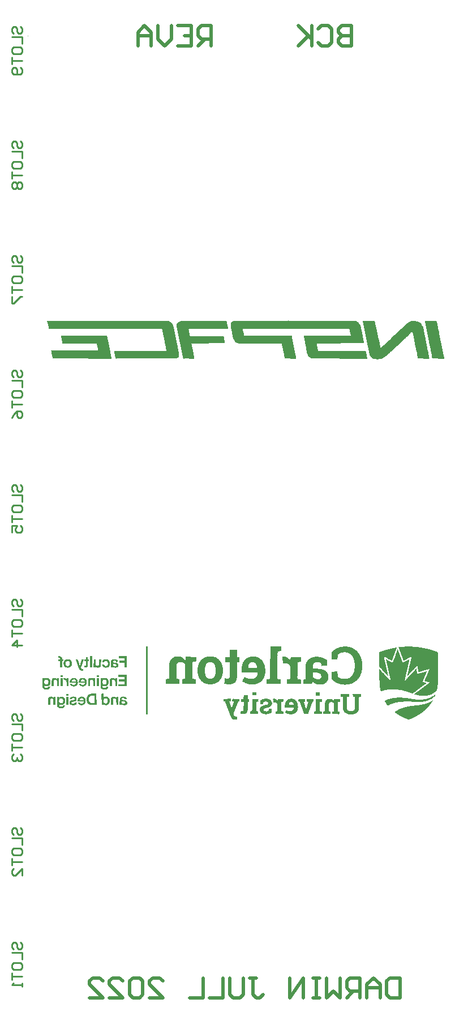
<source format=gbr>
%TF.GenerationSoftware,Altium Limited,Altium Designer,22.11.1 (43)*%
G04 Layer_Color=32896*
%FSLAX45Y45*%
%MOMM*%
%TF.SameCoordinates,189E8146-0809-41ED-80BF-86DDFA5291D0*%
%TF.FilePolarity,Positive*%
%TF.FileFunction,Legend,Bot*%
%TF.Part,Single*%
G01*
G75*
%TA.AperFunction,NonConductor*%
%ADD16C,0.25400*%
%ADD26C,0.10000*%
%ADD27C,0.50800*%
G36*
X7521847Y10192371D02*
X7531349Y10189779D01*
X7551219Y10185460D01*
X7558130Y10183732D01*
X7561585Y10180276D01*
X7568496Y10178549D01*
X7577135Y10175093D01*
X7580591Y10171638D01*
X7585774Y10169910D01*
X7598732Y10160407D01*
X7609099Y10151768D01*
X7613418Y10145721D01*
X7616874Y10143993D01*
X7621193Y10136218D01*
X7624649Y10132763D01*
X7631560Y10120668D01*
X7635015Y10117213D01*
X7636743Y10113757D01*
X7643654Y10098207D01*
X7647110Y10082658D01*
X7648837Y10075746D01*
X7651429Y10066244D01*
X7654021Y10051557D01*
X7655748Y10039463D01*
X7657476Y10032552D01*
X7660068Y10023049D01*
X7662660Y10003180D01*
X7664388Y9996269D01*
X7666979Y9986766D01*
X7668707Y9979855D01*
X7671299Y9959986D01*
X7673026Y9953075D01*
X7676482Y9940980D01*
X7678210Y9934069D01*
X7679937Y9916791D01*
X7681665Y9909880D01*
X7684257Y9900378D01*
X7685985Y9891739D01*
X7687712Y9877917D01*
X7689440Y9869278D01*
X7691168Y9862367D01*
X7695487Y9844225D01*
X7697215Y9826948D01*
X7700671Y9818309D01*
X7702398Y9807942D01*
X7704126Y9801031D01*
X7705854Y9783753D01*
X7709309Y9775114D01*
X7713629Y9746606D01*
X7718812Y9725873D01*
X7721404Y9706004D01*
X7724859Y9693909D01*
X7728315Y9680087D01*
X7730043Y9662809D01*
X7732634Y9653307D01*
X7734362Y9646395D01*
X7736954Y9635165D01*
X7735226Y9628254D01*
X7731770Y9626526D01*
X7570224Y9627390D01*
X7565041Y9632573D01*
X7562449Y9647259D01*
X7560721Y9659354D01*
X7558130Y9668856D01*
X7556402Y9675768D01*
X7552946Y9698229D01*
X7549491Y9712051D01*
X7545171Y9737103D01*
X7543444Y9744015D01*
X7539988Y9756109D01*
X7538260Y9763020D01*
X7536533Y9780298D01*
X7533077Y9792392D01*
X7531349Y9797575D01*
X7529621Y9811397D01*
X7527894Y9823492D01*
X7523574Y9838178D01*
X7520982Y9858047D01*
X7519255Y9864958D01*
X7516663Y9874461D01*
X7514935Y9881372D01*
X7512344Y9901242D01*
X7510616Y9908153D01*
X7508024Y9917655D01*
X7503705Y9942708D01*
X7501977Y9949619D01*
X7499385Y9959122D01*
X7495066Y9985902D01*
X7493338Y9992813D01*
X7490747Y10002316D01*
X7489019Y10010955D01*
X7486427Y10032552D01*
X7480380Y10033416D01*
X7476924Y10029960D01*
X7473469Y10028233D01*
X7470013Y10023049D01*
X7463966Y10018730D01*
X7462238Y10015274D01*
X7457055Y10011819D01*
X7455327Y10008363D01*
X7452736Y10005772D01*
X7449280Y10004044D01*
X7445825Y9998861D01*
X7439777Y9994541D01*
X7438050Y9991086D01*
X7435458Y9988494D01*
X7432002Y9986766D01*
X7428547Y9981583D01*
X7425091Y9979855D01*
X7419908Y9972944D01*
X7416453Y9971216D01*
X7413861Y9968624D01*
X7412133Y9965169D01*
X7406950Y9961713D01*
X7405222Y9958258D01*
X7402630Y9955666D01*
X7399175Y9953938D01*
X7396583Y9951347D01*
X7394855Y9947891D01*
X7392264Y9947027D01*
X7387944Y9942708D01*
X7386216Y9939252D01*
X7383625Y9938389D01*
X7372394Y9927158D01*
X7370666Y9923703D01*
X7368075Y9922839D01*
X7352525Y9907289D01*
X7346478Y9902969D01*
X7344750Y9899514D01*
X7342158Y9898650D01*
X7330064Y9886556D01*
X7326608Y9884828D01*
X7297236Y9855456D01*
X7293781Y9853728D01*
X7269592Y9829539D01*
X7266137Y9827811D01*
X7265272Y9825220D01*
X7262681Y9822628D01*
X7259226Y9820900D01*
X7256634Y9818309D01*
X7254906Y9814853D01*
X7252314Y9813989D01*
X7228125Y9789800D01*
X7224670Y9788073D01*
X7221214Y9782889D01*
X7217759Y9781162D01*
X7202209Y9765612D01*
X7198753Y9763884D01*
X7188387Y9753517D01*
X7184931Y9751789D01*
X7172837Y9739695D01*
X7169381Y9737967D01*
X7162470Y9731056D01*
X7159015Y9729329D01*
X7152104Y9722417D01*
X7148648Y9720690D01*
X7146920Y9717234D01*
X7143465Y9715506D01*
X7136554Y9708595D01*
X7133098Y9706868D01*
X7124459Y9698229D01*
X7121004Y9696501D01*
X7114093Y9689590D01*
X7110637Y9687862D01*
X7096815Y9674040D01*
X7093359Y9672312D01*
X7086448Y9665401D01*
X7082993Y9663673D01*
X7080401Y9661082D01*
X7070898Y9653307D01*
X7058804Y9644668D01*
X7046710Y9637757D01*
X7038935Y9633437D01*
X7027704Y9629118D01*
X7019929Y9626526D01*
X7008699Y9622207D01*
X6991421Y9620479D01*
X6986238Y9618751D01*
X6956866Y9617023D01*
X6933541Y9619615D01*
X6917127Y9622207D01*
X6910216Y9623935D01*
X6887755Y9634301D01*
X6875661Y9641212D01*
X6873933Y9644668D01*
X6870477Y9646395D01*
X6859247Y9657626D01*
X6857519Y9661082D01*
X6854064Y9664537D01*
X6848880Y9673176D01*
X6842833Y9684406D01*
X6840241Y9699093D01*
X6838513Y9706004D01*
X6835922Y9715506D01*
X6833330Y9730192D01*
X6831602Y9742287D01*
X6829875Y9749198D01*
X6827283Y9758701D01*
X6824691Y9773387D01*
X6822963Y9785481D01*
X6819508Y9797575D01*
X6817780Y9802759D01*
X6816052Y9820036D01*
X6814325Y9826948D01*
X6811733Y9836450D01*
X6810005Y9843361D01*
X6807414Y9863231D01*
X6805686Y9870142D01*
X6803094Y9879644D01*
X6801366Y9886556D01*
X6798775Y9906425D01*
X6794455Y9921111D01*
X6791864Y9935797D01*
X6790136Y9947891D01*
X6788408Y9954803D01*
X6785817Y9964305D01*
X6783225Y9978991D01*
X6781497Y9991086D01*
X6778042Y10003180D01*
X6776314Y10008363D01*
X6774586Y10025641D01*
X6771130Y10039463D01*
X6768539Y10048966D01*
X6765947Y10068835D01*
X6764219Y10075746D01*
X6761628Y10085249D01*
X6759900Y10092160D01*
X6757308Y10112030D01*
X6754717Y10121532D01*
X6752989Y10128443D01*
X6750397Y10141402D01*
X6746942Y10162135D01*
X6743486Y10170774D01*
X6741758Y10189779D01*
X6746942Y10193235D01*
X6913671Y10192371D01*
X6918855Y10187187D01*
X6922310Y10178549D01*
X6924902Y10160407D01*
X6928357Y10148313D01*
X6930085Y10143129D01*
X6933541Y10120668D01*
X6937860Y10105982D01*
X6940452Y10094752D01*
X6942180Y10082658D01*
X6943907Y10075746D01*
X6945635Y10070563D01*
X6949091Y10055013D01*
X6950818Y10042919D01*
X6955138Y10028233D01*
X6957730Y10011819D01*
X6959457Y10004908D01*
X6962049Y9995405D01*
X6963777Y9988494D01*
X6966368Y9972080D01*
X6968096Y9965169D01*
X6970688Y9955666D01*
X6973279Y9942708D01*
X6975007Y9935797D01*
X6976735Y9923703D01*
X6980191Y9915064D01*
X6981918Y9904697D01*
X6983646Y9892603D01*
X6986238Y9883100D01*
X6990557Y9864958D01*
X6992285Y9852864D01*
X6994877Y9845089D01*
X6996604Y9838178D01*
X6999196Y9821764D01*
X7000924Y9814853D01*
X7004379Y9802759D01*
X7006971Y9793256D01*
X7013882Y9791528D01*
X7014746Y9794120D01*
X7024249Y9803623D01*
X7027704Y9805350D01*
X7043254Y9820900D01*
X7046710Y9822628D01*
X7047574Y9825220D01*
X7050165Y9827811D01*
X7053621Y9829539D01*
X7076082Y9852000D01*
X7079537Y9853728D01*
X7095087Y9869278D01*
X7098543Y9871006D01*
X7114093Y9886556D01*
X7117548Y9888283D01*
X7133098Y9903833D01*
X7136554Y9905561D01*
X7159879Y9928886D01*
X7160743Y9929750D01*
X7162470D01*
X7165926Y9934933D01*
X7169381Y9936661D01*
X7184931Y9952211D01*
X7188387Y9953938D01*
X7209120Y9974672D01*
X7212576Y9976400D01*
X7221214Y9985038D01*
X7224670Y9986766D01*
X7240220Y10002316D01*
X7243675Y10004044D01*
X7247131Y10009227D01*
X7250586Y10010955D01*
X7266137Y10026505D01*
X7272184Y10030824D01*
X7273912Y10034280D01*
X7276503Y10035144D01*
X7292053Y10050694D01*
X7298100Y10055013D01*
X7299828Y10058469D01*
X7302420Y10059332D01*
X7311059Y10067971D01*
X7314514Y10069699D01*
X7330064Y10085249D01*
X7333519Y10086977D01*
X7349069Y10102527D01*
X7352525Y10104255D01*
X7355980Y10109438D01*
X7359436Y10111166D01*
X7381897Y10133627D01*
X7385353Y10135354D01*
X7400903Y10150904D01*
X7404358Y10152632D01*
X7411269Y10159543D01*
X7414725Y10161271D01*
X7419908Y10166454D01*
X7428547Y10171638D01*
X7433730Y10176821D01*
X7440641Y10178549D01*
X7449280Y10183732D01*
X7470013Y10188915D01*
X7479516Y10191507D01*
X7496794Y10193235D01*
X7521847Y10192371D01*
D02*
G37*
G36*
X3816644Y10191507D02*
X3827011Y10189779D01*
X3836514Y10187187D01*
X3850336Y10183732D01*
X3853791Y10180276D01*
X3862430Y10176821D01*
X3867613Y10171638D01*
X3871069Y10169910D01*
X3883163Y10157815D01*
X3890938Y10148313D01*
X3892666Y10144857D01*
X3896121Y10141402D01*
X3899577Y10132763D01*
X3902169Y10130171D01*
X3905624Y10121532D01*
X3907352Y10112893D01*
X3913399Y10096479D01*
X3915127Y10079202D01*
X3918582Y10067107D01*
X3922038Y10053285D01*
X3923766Y10036008D01*
X3925494Y10029097D01*
X3928949Y10020458D01*
X3930677Y10001452D01*
X3932405Y9994541D01*
X3934996Y9985038D01*
X3936724Y9978127D01*
X3939316Y9958258D01*
X3941044Y9951347D01*
X3943635Y9941844D01*
X3947091Y9922839D01*
X3948819Y9912472D01*
X3952274Y9898650D01*
X3956594Y9873597D01*
X3958321Y9866686D01*
X3960913Y9857183D01*
X3963505Y9842497D01*
X3965232Y9830403D01*
X3968688Y9818309D01*
X3970416Y9813125D01*
X3972143Y9795848D01*
X3975599Y9782025D01*
X3978191Y9772523D01*
X3980782Y9756109D01*
X3982510Y9744015D01*
X3985966Y9735376D01*
X3987693Y9721554D01*
X3989421Y9716370D01*
X3991149Y9680087D01*
X3989421Y9662809D01*
X3985966Y9654170D01*
X3973007Y9641212D01*
X3950546Y9629118D01*
X3059017Y9627390D01*
X3052106Y9625662D01*
X3045195Y9627390D01*
X3043467Y9630846D01*
X3038284Y9644668D01*
X3033964Y9669720D01*
X3030509Y9683542D01*
X3027917Y9693045D01*
X3025326Y9714642D01*
X3021870Y9723281D01*
X3020142Y9740559D01*
X3023598Y9744015D01*
X3789864Y9743151D01*
X3801958Y9744878D01*
X3804550Y9750926D01*
X3800230Y9762156D01*
X3797639Y9782025D01*
X3794183Y9795848D01*
X3791592Y9805350D01*
X3789000Y9825220D01*
X3787272Y9832131D01*
X3784681Y9841634D01*
X3780361Y9866686D01*
X3776906Y9880508D01*
X3773450Y9892603D01*
X3771722Y9909880D01*
X3769994Y9916791D01*
X3767403Y9926294D01*
X3764811Y9940980D01*
X3763083Y9953075D01*
X3757900Y9970352D01*
X3754444Y9994541D01*
X3750989Y10006636D01*
X3749261Y10011819D01*
X3747533Y10034280D01*
X3746669Y10035144D01*
X3745806Y10039463D01*
X3742350Y10048102D01*
X3740622Y10061924D01*
X3738894Y10068835D01*
X3736303Y10071427D01*
X2055183Y10073155D01*
X2048272Y10074882D01*
X2042225Y10080930D01*
X2038769Y10103391D01*
X2034450Y10118077D01*
X2031858Y10129307D01*
X2030130Y10141402D01*
X2025811Y10156088D01*
X2023219Y10167318D01*
X2019764Y10188051D01*
X2024083Y10192371D01*
X3816644Y10191507D01*
D02*
G37*
G36*
X7844939Y10190643D02*
X7850123Y10176821D01*
X7852714Y10162135D01*
X7854442Y10150040D01*
X7857898Y10137946D01*
X7859625Y10132763D01*
X7861353Y10118941D01*
X7863081Y10106846D01*
X7867400Y10092160D01*
X7869992Y10072291D01*
X7871720Y10065380D01*
X7874311Y10055877D01*
X7876039Y10048966D01*
X7879495Y10026505D01*
X7882950Y10012683D01*
X7887270Y9987630D01*
X7888997Y9980719D01*
X7891589Y9971216D01*
X7895909Y9944436D01*
X7898500Y9934933D01*
X7900228Y9928022D01*
X7902820Y9913336D01*
X7904547Y9901242D01*
X7908867Y9886556D01*
X7911458Y9866686D01*
X7913186Y9859775D01*
X7915778Y9850272D01*
X7917506Y9843361D01*
X7920097Y9823492D01*
X7921825Y9816581D01*
X7924417Y9807078D01*
X7928736Y9782025D01*
X7930464Y9775114D01*
X7933056Y9765612D01*
X7937375Y9738831D01*
X7939103Y9733648D01*
X7940831Y9723281D01*
X7941695Y9722417D01*
X7944286Y9707731D01*
X7946014Y9695637D01*
X7949469Y9683542D01*
X7951197Y9678359D01*
X7952925Y9661082D01*
X7956381Y9647259D01*
X7958108Y9642076D01*
X7959836Y9635165D01*
X7958108Y9628254D01*
X7954653Y9626526D01*
X7786195Y9627390D01*
X7780148Y9633437D01*
X7776692Y9657626D01*
X7773237Y9669720D01*
X7771509Y9674904D01*
X7769781Y9692182D01*
X7766326Y9706004D01*
X7763734Y9715506D01*
X7761142Y9735376D01*
X7759415Y9742287D01*
X7756823Y9751789D01*
X7755095Y9758701D01*
X7752504Y9778570D01*
X7749912Y9788073D01*
X7748184Y9794984D01*
X7745593Y9807942D01*
X7743865Y9820036D01*
X7742137Y9826948D01*
X7739545Y9836450D01*
X7736954Y9851136D01*
X7735226Y9863231D01*
X7732634Y9872733D01*
X7730907Y9879644D01*
X7728315Y9894330D01*
X7726587Y9906425D01*
X7722268Y9921111D01*
X7719676Y9940980D01*
X7717948Y9947891D01*
X7715357Y9957394D01*
X7713629Y9964305D01*
X7711037Y9984175D01*
X7708446Y9993677D01*
X7706718Y10000588D01*
X7704126Y10013547D01*
X7702398Y10025641D01*
X7700671Y10032552D01*
X7698079Y10042055D01*
X7695487Y10056741D01*
X7693760Y10068835D01*
X7691168Y10078338D01*
X7689440Y10085249D01*
X7686848Y10099935D01*
X7685121Y10112030D01*
X7681665Y10124124D01*
X7679937Y10131035D01*
X7676482Y10155224D01*
X7673026Y10163863D01*
X7671299Y10177685D01*
X7669571Y10184596D01*
X7671299Y10191507D01*
X7839756Y10192371D01*
X7844939Y10190643D01*
D02*
G37*
G36*
X4702126Y10188915D02*
X4707309Y10175093D01*
X4709901Y10160407D01*
X4711629Y10148313D01*
X4713357Y10141402D01*
X4715948Y10131899D01*
X4718540Y10112030D01*
X4721996Y10098207D01*
X4723723Y10093024D01*
X4725451Y10077474D01*
X4722859Y10074882D01*
X4150968Y10073155D01*
X4138873Y10069699D01*
X4136282Y10065380D01*
X4138009Y10051557D01*
X4139737Y10039463D01*
X4142329Y10029960D01*
X4144056Y10023049D01*
X4145784Y10012683D01*
X4147512Y9998861D01*
X4150968Y9985038D01*
X4155287Y9965169D01*
X4159606Y9962577D01*
X4169109Y9963441D01*
X4638199Y9962577D01*
X4655476Y9964305D01*
X4659796Y9959986D01*
X4663251Y9946163D01*
X4665843Y9936661D01*
X4668435Y9921975D01*
X4670162Y9909880D01*
X4674482Y9895194D01*
X4677073Y9875325D01*
X4678801Y9868414D01*
X4682257Y9859775D01*
X4679665Y9855456D01*
X4182068Y9853728D01*
X4177748Y9849409D01*
X4179476Y9844225D01*
X4181203Y9832131D01*
X4183795Y9822628D01*
X4185523Y9815717D01*
X4188979Y9793256D01*
X4194162Y9772523D01*
X4196754Y9754381D01*
X4198481Y9747470D01*
X4201073Y9737967D01*
X4205392Y9712915D01*
X4207120Y9706004D01*
X4209712Y9696501D01*
X4212303Y9681815D01*
X4214031Y9669720D01*
X4215759Y9662809D01*
X4219215Y9654170D01*
X4220942Y9629982D01*
X4215759Y9626526D01*
X4069762Y9627390D01*
X4064579Y9625662D01*
X4057668Y9627390D01*
X4054213Y9630846D01*
X4049029Y9644668D01*
X4046437Y9664537D01*
X4044710Y9671448D01*
X4042118Y9680951D01*
X4040390Y9687862D01*
X4037799Y9707731D01*
X4036071Y9714642D01*
X4033479Y9724145D01*
X4031751Y9731056D01*
X4029160Y9749198D01*
X4027432Y9756109D01*
X4023976Y9768203D01*
X4022249Y9775114D01*
X4020521Y9792392D01*
X4018793Y9799303D01*
X4015338Y9811397D01*
X4013610Y9818309D01*
X4011882Y9835586D01*
X4007563Y9850272D01*
X4004971Y9870142D01*
X4001515Y9883964D01*
X3998924Y9893467D01*
X3996332Y9913336D01*
X3994604Y9920247D01*
X3992013Y9929750D01*
X3988557Y9948755D01*
X3986829Y9959122D01*
X3983374Y9972944D01*
X3979055Y9997997D01*
X3977327Y10004908D01*
X3974735Y10014411D01*
X3972143Y10029097D01*
X3970416Y10041191D01*
X3966096Y10055877D01*
X3964368Y10066244D01*
X3962641Y10080066D01*
X3960049Y10091296D01*
X3956594Y10099935D01*
X3954866Y10127579D01*
X3956594Y10139674D01*
X3958321Y10146585D01*
X3961777Y10150040D01*
X3963505Y10156951D01*
X3974735Y10168182D01*
X3978191Y10169910D01*
X3981646Y10173365D01*
X4004107Y10185460D01*
X4017929Y10187187D01*
X4026568Y10190643D01*
X4251178Y10192371D01*
X4700398D01*
X4702126Y10188915D01*
D02*
G37*
G36*
X2916476Y9968624D02*
X2919932Y9947891D01*
X2921659Y9940980D01*
X2924251Y9931477D01*
X2928570Y9904697D01*
X2931162Y9895194D01*
X2932890Y9888283D01*
X2935482Y9873597D01*
X2937209Y9861503D01*
X2941529Y9846817D01*
X2944120Y9826948D01*
X2945848Y9820036D01*
X2948440Y9810534D01*
X2950168Y9803623D01*
X2952759Y9783753D01*
X2954487Y9776842D01*
X2957079Y9767339D01*
X2961398Y9742287D01*
X2963126Y9735376D01*
X2965717Y9725873D01*
X2968309Y9711187D01*
X2970037Y9699093D01*
X2971765Y9692182D01*
X2974357Y9682679D01*
X2976948Y9667993D01*
X2978676Y9655898D01*
X2980403Y9648987D01*
X2982131Y9643804D01*
X2983859Y9629982D01*
X2978676Y9626526D01*
X2284976Y9627390D01*
X2105288D01*
X2099241Y9633437D01*
X2097513Y9650715D01*
X2094058Y9664537D01*
X2091466Y9674040D01*
X2088874Y9693909D01*
X2087147Y9700820D01*
X2084555Y9710323D01*
X2082827Y9717234D01*
X2081099Y9731056D01*
X2078508Y9747470D01*
X2081099Y9750062D01*
X2775663Y9751789D01*
X2779982Y9756109D01*
X2776527Y9780298D01*
X2773935Y9789800D01*
X2772207Y9796711D01*
X2769616Y9809670D01*
X2767888Y9821764D01*
X2765296Y9831267D01*
X2762705Y9842497D01*
X2760113Y9852000D01*
X2255604Y9853728D01*
X2247829Y9856320D01*
X2246101Y9866686D01*
X2244374Y9878781D01*
X2240918Y9887419D01*
X2239190Y9902969D01*
X2237463Y9909880D01*
X2235735Y9921975D01*
X2232279Y9930614D01*
X2230552Y9949619D01*
X2228824Y9956530D01*
X2227096Y9961713D01*
X2227960Y9969489D01*
X2908701Y9971216D01*
X2916476Y9968624D01*
D02*
G37*
G36*
X5635986Y10193235D02*
X6619087Y10191507D01*
X6629453Y10189779D01*
X6638956Y10187187D01*
X6652778Y10183732D01*
X6656234Y10180276D01*
X6664873Y10176821D01*
X6670056Y10171638D01*
X6673511Y10169910D01*
X6683878Y10159543D01*
X6691653Y10150040D01*
X6693381Y10146585D01*
X6698564Y10141402D01*
X6700292Y10137946D01*
X6703747Y10129307D01*
X6706339Y10126716D01*
X6708931Y10117213D01*
X6713250Y10102527D01*
X6715842Y10093024D01*
X6719297Y10068835D01*
X6722753Y10060196D01*
X6724481Y10044646D01*
X6726209Y10037735D01*
X6727936Y10025641D01*
X6731392Y10017002D01*
X6733120Y10003180D01*
X6734847Y9991086D01*
X6736575Y9984175D01*
X6739167Y9974672D01*
X6741758Y9959986D01*
X6743486Y9947891D01*
X6746078Y9938389D01*
X6747806Y9931477D01*
X6750397Y9916791D01*
X6752125Y9904697D01*
X6754717Y9895194D01*
X6756444Y9888283D01*
X6759036Y9870142D01*
X6760764Y9864958D01*
X6759900Y9855456D01*
X6054970Y9853728D01*
X6052378Y9851136D01*
X6054106Y9832131D01*
X6057562Y9818309D01*
X6060153Y9808806D01*
X6062745Y9788936D01*
X6064473Y9782025D01*
X6067064Y9772523D01*
X6069656Y9759564D01*
X6071384Y9747470D01*
X6073975Y9744878D01*
X6768539Y9743151D01*
X6773722Y9744878D01*
X6780633Y9743151D01*
X6784089Y9739695D01*
X6789272Y9725873D01*
X6792728Y9703412D01*
X6796183Y9689590D01*
X6798775Y9680087D01*
X6802230Y9655898D01*
X6805686Y9647259D01*
X6807414Y9629982D01*
X6803094Y9625662D01*
X6797047Y9626526D01*
X5995362Y9628254D01*
X5978948Y9630846D01*
X5972037Y9632573D01*
X5964262Y9636893D01*
X5954759Y9639484D01*
X5949576Y9644668D01*
X5946120Y9646395D01*
X5933162Y9659354D01*
X5927979Y9667993D01*
X5922796Y9673176D01*
X5919340Y9681815D01*
X5915020Y9689590D01*
X5912429Y9699093D01*
X5906382Y9718962D01*
X5902926Y9741423D01*
X5897743Y9762156D01*
X5895151Y9780298D01*
X5893423Y9787209D01*
X5890832Y9796711D01*
X5886512Y9823492D01*
X5884785Y9830403D01*
X5881329Y9842497D01*
X5879601Y9849409D01*
X5877873Y9866686D01*
X5874418Y9878781D01*
X5872690Y9883964D01*
X5870962Y9901242D01*
X5867507Y9915064D01*
X5864915Y9924566D01*
X5862324Y9944436D01*
X5860596Y9951347D01*
X5857140Y9959986D01*
X5858004Y9969489D01*
X6556023Y9971216D01*
X6559479Y9974672D01*
X6558615Y9989358D01*
X6556887Y9996269D01*
X6554295Y10005772D01*
X6552568Y10012683D01*
X6549976Y10030824D01*
X6547384Y10040327D01*
X6543065Y10058469D01*
X6541337Y10070563D01*
X6538745Y10073155D01*
X5870098Y10074882D01*
X5659310D01*
X5652399Y10073155D01*
X5647216Y10074882D01*
X4946606Y10074018D01*
X4944878Y10063652D01*
X4947469Y10055877D01*
X4949197Y10048966D01*
X4950925Y10035144D01*
X4952653Y10026505D01*
X4954380Y10019594D01*
X4958700Y10001452D01*
X4960428Y9989358D01*
X4963883Y9975536D01*
X4966475Y9972944D01*
X5669677Y9971216D01*
X5678316Y9967761D01*
X5680908Y9947891D01*
X5682636Y9940980D01*
X5685227Y9931477D01*
X5689547Y9906425D01*
X5691274Y9899514D01*
X5694730Y9887419D01*
X5696458Y9880508D01*
X5698185Y9863231D01*
X5700777Y9853728D01*
X5702505Y9846817D01*
X5705097Y9833859D01*
X5706824Y9821764D01*
X5708552Y9814853D01*
X5711144Y9805350D01*
X5713735Y9785481D01*
X5715463Y9778570D01*
X5718055Y9769067D01*
X5719783Y9762156D01*
X5722374Y9742287D01*
X5724102Y9735376D01*
X5726694Y9725873D01*
X5728421Y9718962D01*
X5731013Y9699093D01*
X5733605Y9689590D01*
X5735332Y9682679D01*
X5737924Y9669720D01*
X5739652Y9657626D01*
X5741380Y9650715D01*
X5743107Y9645532D01*
X5744835Y9629982D01*
X5739652Y9626526D01*
X5578105Y9627390D01*
X5573786Y9631709D01*
X5572058Y9645532D01*
X5570330Y9652443D01*
X5567739Y9661945D01*
X5563419Y9686998D01*
X5559964Y9700820D01*
X5556508Y9712915D01*
X5554781Y9730192D01*
X5553053Y9737103D01*
X5550461Y9746606D01*
X5547870Y9759564D01*
X5546142Y9771659D01*
X5544414Y9778570D01*
X5541822Y9788073D01*
X5539231Y9802759D01*
X5537503Y9814853D01*
X5533183Y9829539D01*
X5530592Y9849409D01*
X5528000Y9852000D01*
X4890453Y9853728D01*
X4878359Y9855456D01*
X4871448Y9857183D01*
X4868856Y9859775D01*
X4859353Y9862367D01*
X4848986Y9869278D01*
X4843803Y9871006D01*
X4838620Y9876189D01*
X4835164Y9877917D01*
X4823934Y9889147D01*
X4815295Y9901242D01*
X4803201Y9923703D01*
X4801473Y9932341D01*
X4798017Y9946163D01*
X4795426Y9955666D01*
X4792834Y9970352D01*
X4791106Y9982447D01*
X4789379Y9989358D01*
X4786787Y9998861D01*
X4784195Y10018730D01*
X4780740Y10032552D01*
X4778148Y10042055D01*
X4775556Y10061924D01*
X4773829Y10068835D01*
X4771237Y10078338D01*
X4768645Y10094752D01*
X4766918Y10099935D01*
X4765190Y10131035D01*
X4768645Y10151768D01*
X4770373Y10156951D01*
X4777284Y10169046D01*
X4780740Y10170774D01*
X4782467Y10174229D01*
X4788515Y10178549D01*
X4791970Y10180276D01*
X4796290Y10184596D01*
X4807520Y10187187D01*
X4816159Y10190643D01*
X5619572Y10192371D01*
X5624755Y10194098D01*
X5635986Y10193235D01*
D02*
G37*
G36*
X2626899Y5171483D02*
X2627836Y5169299D01*
X2627524Y5161498D01*
Y5160874D01*
Y5142153D01*
X2628148Y5137784D01*
X2629084Y5136848D01*
X2642501Y5137160D01*
X2644685Y5136848D01*
X2645621Y5135912D01*
X2646245Y5115318D01*
X2645309Y5114382D01*
X2634076Y5113758D01*
X2629708Y5114382D01*
X2628148Y5112822D01*
X2627524Y5038559D01*
X2626899Y5034191D01*
X2625028Y5029823D01*
X2624403Y5027326D01*
X2623155Y5026078D01*
X2620971Y5022646D01*
X2619723Y5022022D01*
X2618475Y5020774D01*
X2609114Y5015781D01*
X2601625Y5014533D01*
X2599753Y5013909D01*
X2588520Y5013285D01*
X2580095Y5014221D01*
X2575415Y5013909D01*
X2574479Y5014845D01*
X2573855Y5034815D01*
X2575103Y5037935D01*
X2590080Y5038559D01*
X2593513Y5039496D01*
X2595073Y5041056D01*
X2595697Y5042304D01*
X2596945Y5043552D01*
X2597569Y5112822D01*
X2595697Y5114070D01*
X2575415Y5113758D01*
X2574479Y5114694D01*
X2573855Y5134040D01*
X2574479Y5136536D01*
X2575727Y5137160D01*
X2596009Y5136848D01*
X2596945Y5137784D01*
X2597569Y5170235D01*
X2600065Y5172107D01*
X2622843Y5171795D01*
X2624715Y5172419D01*
X2626899Y5171483D01*
D02*
G37*
G36*
X4859458Y5278509D02*
X4860394Y5277573D01*
X4861018Y5176476D01*
X4860394Y5174604D01*
X4861018Y5172731D01*
X4861954Y5171795D01*
X4896901Y5171171D01*
X4897837Y5170235D01*
X4898461Y5118439D01*
X4897837Y5097221D01*
X4896901Y5094412D01*
X4880052Y5093788D01*
X4878179Y5094412D01*
X4861954Y5095037D01*
X4860394Y5093476D01*
X4859770Y4922485D01*
X4859146Y4865696D01*
X4858522Y4863824D01*
X4857586Y4857896D01*
X4856650Y4853839D01*
X4855713Y4845414D01*
X4854465Y4842294D01*
X4852905Y4835117D01*
X4851345Y4831685D01*
X4850409Y4827629D01*
X4848849Y4824196D01*
X4847289Y4820140D01*
X4840736Y4807971D01*
X4838240Y4804227D01*
X4835432Y4800794D01*
X4834808Y4799546D01*
X4833871Y4799234D01*
X4832311Y4796426D01*
X4827631Y4791746D01*
X4826383Y4791121D01*
X4823887Y4788625D01*
X4822639Y4788001D01*
X4821703Y4787065D01*
X4818270Y4784257D01*
X4813902Y4781136D01*
X4808285Y4778016D01*
X4805165Y4776144D01*
X4802045Y4774896D01*
X4798924Y4773024D01*
X4794556Y4771776D01*
X4793620Y4770840D01*
X4789564Y4769904D01*
X4786131Y4768968D01*
X4783011Y4767719D01*
X4779891Y4767095D01*
X4773962Y4766159D01*
X4771466Y4765535D01*
X4769594Y4764911D01*
X4756489Y4764287D01*
X4754617Y4763663D01*
X4715301Y4764287D01*
X4713429Y4764911D01*
X4708436Y4765535D01*
X4706564Y4766159D01*
X4700948Y4766783D01*
X4696579Y4767407D01*
X4694083Y4768031D01*
X4691275Y4768968D01*
X4684410Y4770216D01*
X4681290Y4770840D01*
X4678170Y4772088D01*
X4670993Y4773648D01*
X4669433Y4775208D01*
X4668809Y4776456D01*
X4669745Y4784881D01*
X4670369Y4789873D01*
X4670993Y4797362D01*
X4671929Y4806411D01*
X4672865Y4809219D01*
X4674113Y4821700D01*
X4674737Y4827317D01*
X4675361Y4832309D01*
X4675986Y4834805D01*
X4676922Y4846975D01*
X4677546Y4851343D01*
X4678482Y4852279D01*
X4682226Y4852903D01*
X4685346Y4851655D01*
X4697828Y4850407D01*
X4702196Y4849783D01*
X4704068Y4849159D01*
X4721854Y4849471D01*
X4724350Y4850095D01*
X4729030Y4851031D01*
X4734647Y4853527D01*
X4738391Y4856023D01*
X4739639Y4856647D01*
X4740887Y4857896D01*
X4743696Y4861328D01*
X4746192Y4865696D01*
X4747128Y4866632D01*
X4748688Y4870689D01*
X4749312Y4873185D01*
X4750872Y4878489D01*
X4751496Y4884730D01*
X4752120Y5008917D01*
X4751808Y5030447D01*
Y5031071D01*
X4752120Y5090044D01*
X4751808Y5093476D01*
X4750872Y5094412D01*
X4684098Y5095037D01*
X4682538Y5096597D01*
X4681914Y5168363D01*
X4682538Y5170859D01*
X4685034Y5171483D01*
X4749000Y5171171D01*
X4751496Y5171795D01*
X4752120Y5173044D01*
X4751808Y5264467D01*
X4752432Y5266340D01*
X4753056Y5278197D01*
X4754304Y5278821D01*
X4859458Y5278509D01*
D02*
G37*
G36*
X3026919Y5139656D02*
X3032848Y5138720D01*
X3034720Y5139344D01*
X3036280Y5139032D01*
X3044705Y5138096D01*
X3049073Y5136224D01*
X3052817Y5135600D01*
X3055938Y5134352D01*
X3057186Y5133104D01*
X3059682Y5132480D01*
X3064050Y5129360D01*
X3065298Y5128735D01*
X3067795Y5126239D01*
X3070603Y5122807D01*
X3071227Y5121559D01*
X3073723Y5119063D01*
X3074347Y5116566D01*
X3076843Y5112198D01*
X3077468Y5107206D01*
X3078716Y5104085D01*
X3079340Y5098469D01*
X3078404Y5097533D01*
X3052817Y5096909D01*
X3050321Y5097533D01*
X3048449Y5101277D01*
X3047513Y5105333D01*
X3046265Y5108454D01*
X3045017Y5109702D01*
X3044393Y5110950D01*
X3040024Y5114070D01*
X3036592Y5115006D01*
X3033472Y5116254D01*
X3019118Y5116879D01*
X3015686Y5115942D01*
X3011630Y5115006D01*
X3008509Y5113758D01*
X3008197Y5112822D01*
X3006325Y5111574D01*
X3004453Y5108454D01*
X3003205Y5107206D01*
X3002581Y5099717D01*
X3004453Y5095348D01*
X3007261Y5092540D01*
X3008509Y5091916D01*
X3009446Y5090980D01*
X3013502Y5090044D01*
X3016622Y5088796D01*
X3023487Y5088172D01*
X3027855Y5087548D01*
X3039712Y5086924D01*
X3044081Y5086300D01*
X3047513Y5085364D01*
X3053441Y5084427D01*
X3055938Y5083803D01*
X3059058Y5082555D01*
X3060306Y5081931D01*
X3064674Y5080683D01*
X3065922Y5079435D01*
X3067171Y5078811D01*
X3069667Y5078187D01*
X3071539Y5076315D01*
X3072787Y5075691D01*
X3077468Y5071010D01*
X3078092Y5069762D01*
X3079028Y5069450D01*
X3080588Y5065394D01*
X3082460Y5063522D01*
X3083708Y5057905D01*
X3084332Y5056033D01*
X3084020Y5040120D01*
X3083084Y5035439D01*
X3081836Y5032319D01*
X3079964Y5029199D01*
X3079340Y5027951D01*
X3077468Y5026078D01*
X3076843Y5024830D01*
X3074659Y5022646D01*
X3073411Y5022022D01*
X3071539Y5020150D01*
X3067171Y5017654D01*
X3064050Y5015781D01*
X3061554Y5015157D01*
X3055314Y5012661D01*
X3037216Y5012037D01*
X3029103Y5012661D01*
X3024735Y5013285D01*
X3020367Y5015157D01*
X3017870Y5015781D01*
X3015998Y5016406D01*
X3011630Y5018902D01*
X3010382Y5020150D01*
X3007261Y5022022D01*
X3005701Y5024206D01*
X3005077Y5025454D01*
X3004141Y5026391D01*
X3001957Y5026078D01*
X3001333Y5022334D01*
X3000085Y5019214D01*
X2999461Y5016717D01*
X2997901Y5015157D01*
X2970130Y5015470D01*
X2969506Y5019214D01*
X2970754Y5020462D01*
X2971378Y5021710D01*
X2972002Y5023582D01*
X2972626Y5042928D01*
Y5043552D01*
X2972938Y5105645D01*
X2973562Y5109390D01*
X2974186Y5111886D01*
X2975123Y5115942D01*
X2978243Y5122807D01*
X2986044Y5130608D01*
X2991660Y5133728D01*
X2992596Y5134664D01*
X2996652Y5135600D01*
X3000085Y5137160D01*
X3002581Y5137784D01*
X3006325Y5138408D01*
X3013814Y5139032D01*
X3017246Y5138720D01*
X3019742Y5139344D01*
X3021615Y5139968D01*
X3026919Y5139656D01*
D02*
G37*
G36*
X7247094Y5312208D02*
X7247406Y5310024D01*
X7246782Y5307527D01*
X7244286Y5301911D01*
X7243662Y5298166D01*
X7241477Y5294110D01*
X7240541Y5290054D01*
X7238045Y5284437D01*
X7237421Y5281941D01*
X7234301Y5273828D01*
X7232429Y5269460D01*
X7231804Y5266964D01*
X7230556Y5262595D01*
X7229308Y5261347D01*
X7228684Y5257603D01*
X7227436Y5254483D01*
X7226188Y5253235D01*
X7225564Y5249490D01*
X7223068Y5243874D01*
X7221820Y5238881D01*
X7220883Y5237945D01*
X7219947Y5234513D01*
X7219323Y5232017D01*
X7217763Y5229208D01*
X7216827Y5225776D01*
X7214331Y5220159D01*
X7213707Y5217663D01*
X7212771Y5214855D01*
X7211523Y5211735D01*
X7210587Y5208303D01*
X7209338Y5205182D01*
X7208402Y5204246D01*
X7207466Y5200190D01*
X7204970Y5194573D01*
X7203722Y5189581D01*
X7202786Y5188645D01*
X7201850Y5185212D01*
X7201226Y5182716D01*
X7199666Y5179908D01*
X7198730Y5176476D01*
X7196233Y5170859D01*
X7195609Y5168363D01*
X7193737Y5163994D01*
X7193113Y5161498D01*
X7191553Y5157442D01*
X7189369Y5151513D01*
X7187497Y5147145D01*
X7186249Y5142153D01*
X7184376Y5139032D01*
X7183128Y5134040D01*
X7181568Y5130608D01*
X7180632Y5127175D01*
X7178136Y5121559D01*
X7176888Y5117190D01*
X7174703Y5116879D01*
X7166591Y5120623D01*
X7162846Y5123119D01*
X7160350Y5123743D01*
X7156606Y5126239D01*
X7154110Y5126863D01*
X7152237Y5128735D01*
X7150365Y5129360D01*
X7146309Y5131544D01*
X7142253Y5133104D01*
X7140692Y5134664D01*
X7136636Y5136224D01*
X7135388Y5137472D01*
X7134140Y5138096D01*
X7131020Y5139344D01*
X7125403Y5142465D01*
X7122283Y5144337D01*
X7119163Y5145585D01*
X7114794Y5148081D01*
X7079223Y5166803D01*
X7072982Y5170547D01*
X7071734Y5171171D01*
X7068614Y5172419D01*
X7062998Y5175540D01*
X7059877Y5177412D01*
X7058005Y5178036D01*
X7057069Y5177724D01*
X7056445Y5175852D01*
X7057381Y5173044D01*
X7058317Y5165867D01*
X7059565Y5162747D01*
X7060813Y5157130D01*
X7061437Y5152762D01*
X7062061Y5150265D01*
X7063309Y5147145D01*
X7063934Y5143401D01*
X7064558Y5139032D01*
X7066118Y5134976D01*
X7067054Y5129047D01*
X7068302Y5124055D01*
X7069238Y5120623D01*
X7070174Y5114694D01*
X7071734Y5109390D01*
X7072670Y5105958D01*
X7073294Y5101589D01*
X7074543Y5097221D01*
X7075479Y5093788D01*
X7076727Y5085676D01*
X7077975Y5082555D01*
X7078911Y5077251D01*
X7079535Y5074755D01*
X7080471Y5071322D01*
X7081095Y5068826D01*
X7082655Y5059777D01*
X7084215Y5055721D01*
X7085464Y5048232D01*
X7086712Y5043240D01*
X7087648Y5039808D01*
X7088272Y5037311D01*
X7088896Y5032943D01*
X7090144Y5029823D01*
X7091392Y5021710D01*
X7093264Y5017342D01*
X7093888Y5011101D01*
X7095136Y5006109D01*
X7096385Y5002988D01*
X7097008Y4997996D01*
X7097632Y4995500D01*
X7099193Y4990195D01*
X7100441Y4982707D01*
X7101065Y4979586D01*
X7102313Y4976466D01*
X7103249Y4970537D01*
X7105433Y4963361D01*
X7106057Y4958368D01*
X7106993Y4954312D01*
X7108242Y4951192D01*
X7108866Y4945575D01*
X7110738Y4939335D01*
X7111362Y4937463D01*
X7111986Y4932470D01*
X7112922Y4929038D01*
X7113546Y4926542D01*
X7114482Y4923109D01*
X7115106Y4920613D01*
X7115730Y4916245D01*
X7116666Y4913436D01*
X7117602Y4909380D01*
X7118226Y4905012D01*
X7119474Y4900643D01*
X7120411Y4897211D01*
X7121035Y4893466D01*
X7121971Y4888786D01*
X7123219Y4885666D01*
X7122283Y4884730D01*
X7121035Y4885978D01*
X7118850Y4887538D01*
X7117290Y4889722D01*
X7116042Y4890346D01*
X7115730Y4891282D01*
X7114170Y4892843D01*
X7112922Y4893466D01*
X7111986Y4895027D01*
X7111362Y4896275D01*
X7110426Y4896587D01*
X7110114Y4897523D01*
X7108553Y4899083D01*
X7107306Y4899707D01*
X7106993Y4900643D01*
X7105433Y4902203D01*
X7104185Y4902827D01*
X7102313Y4905948D01*
X7102001Y4906260D01*
X7094512Y4913748D01*
X7093888Y4914997D01*
X7088272Y4920613D01*
X7087648Y4921861D01*
X7086712Y4922173D01*
X7081719Y4928414D01*
X7080471Y4929038D01*
X7079535Y4929974D01*
X7078911Y4931222D01*
X7077975Y4931534D01*
X7075479Y4934654D01*
X7074230Y4935278D01*
X7073919Y4936214D01*
X7067678Y4942455D01*
X7067054Y4943703D01*
X7065806Y4944327D01*
X7063934Y4947447D01*
X7055821Y4955560D01*
X7055197Y4956808D01*
X7046460Y4965545D01*
X7045836Y4966793D01*
X7037723Y4974906D01*
X7037099Y4976154D01*
X7028362Y4984891D01*
X7027738Y4986139D01*
X7025242Y4988635D01*
X7024618Y4989883D01*
X7017129Y4997372D01*
X7016505Y4998620D01*
X7007769Y5007357D01*
X7007144Y5008605D01*
X6998408Y5017342D01*
X6997784Y5018590D01*
X6991231Y5025142D01*
X6988423Y5028575D01*
X6987799Y5167115D01*
X6987175Y5169611D01*
X6986551Y5171483D01*
X6986863Y5233577D01*
X6988111Y5238569D01*
X6989671Y5242626D01*
X6993727Y5246682D01*
X6994976Y5247306D01*
X6996223Y5248554D01*
X6999344Y5249802D01*
X7002464Y5251674D01*
X7006208Y5252298D01*
X7011825Y5254795D01*
X7015569Y5255419D01*
X7021186Y5257915D01*
X7024930Y5258539D01*
X7028362Y5260099D01*
X7034915Y5261659D01*
X7038347Y5263219D01*
X7041780Y5264156D01*
X7044276Y5264780D01*
X7047708Y5266340D01*
X7052388Y5267276D01*
X7056757Y5269148D01*
X7061749Y5270396D01*
X7069862Y5272892D01*
X7072358Y5273516D01*
X7075791Y5274452D01*
X7078911Y5275700D01*
X7084215Y5276637D01*
X7088584Y5278509D01*
X7092328Y5279133D01*
X7099505Y5281317D01*
X7103561Y5282253D01*
X7106057Y5282877D01*
X7111362Y5284437D01*
X7115418Y5285373D01*
X7122595Y5287558D01*
X7127899Y5288494D01*
X7135076Y5290678D01*
X7141005Y5291614D01*
X7145061Y5293174D01*
X7152550Y5294422D01*
X7156606Y5295358D01*
X7159726Y5296606D01*
X7164718Y5297230D01*
X7167215Y5297855D01*
X7170647Y5298791D01*
X7173143Y5299415D01*
X7178448Y5300351D01*
X7182816Y5300975D01*
X7185936Y5302223D01*
X7188433Y5302847D01*
X7197170Y5304095D01*
X7200602Y5305031D01*
X7203098Y5305655D01*
X7210899Y5306591D01*
X7213395Y5307215D01*
X7216827Y5308151D01*
X7219947Y5308776D01*
X7225564Y5309400D01*
X7232117Y5310336D01*
X7235237Y5311584D01*
X7242725Y5312208D01*
X7244598Y5312832D01*
X7247094Y5312208D01*
D02*
G37*
G36*
X2212215Y5183028D02*
X2214711Y5182404D01*
X2219079Y5181156D01*
X2228440Y5176788D01*
X2229688Y5174915D01*
X2230936Y5174291D01*
X2231873Y5173355D01*
X2232496Y5172107D01*
X2234993Y5169611D01*
X2235617Y5167739D01*
X2237801Y5164931D01*
X2238737Y5160874D01*
X2240609Y5156506D01*
X2241233Y5140281D01*
X2241857Y5137784D01*
X2242793Y5136848D01*
X2256211Y5137160D01*
X2258395Y5136848D01*
X2259331Y5135912D01*
X2259955Y5117190D01*
X2259019Y5114382D01*
X2246538Y5113758D01*
X2244666Y5114382D01*
X2242170Y5113758D01*
X2241545Y5112510D01*
X2240921Y5015781D01*
X2212839Y5015157D01*
X2211903Y5016093D01*
X2211279Y5112822D01*
X2209407Y5114070D01*
X2189749Y5113758D01*
X2187252Y5114382D01*
X2186316Y5115318D01*
X2185692Y5132792D01*
X2186316Y5135288D01*
X2187252Y5136224D01*
X2209718Y5136848D01*
X2210655Y5137784D01*
X2211279Y5146521D01*
X2210655Y5149017D01*
X2207846Y5155570D01*
X2206598Y5156194D01*
X2202854Y5158690D01*
X2189125Y5159314D01*
X2187876D01*
X2185380Y5159938D01*
X2185068Y5182092D01*
X2186005Y5183028D01*
X2204102Y5183652D01*
X2212215Y5183028D01*
D02*
G37*
G36*
X7265503Y5286309D02*
X7266752Y5283189D01*
X7267376Y5280693D01*
X7270496Y5272580D01*
X7271744Y5268212D01*
X7272680Y5267276D01*
X7273616Y5263843D01*
X7276112Y5258227D01*
X7276737Y5255107D01*
X7279233Y5249490D01*
X7279857Y5246994D01*
X7281105Y5243874D01*
X7282041Y5241690D01*
X7282977Y5237633D01*
X7284849Y5234513D01*
X7285473Y5231393D01*
X7287345Y5227024D01*
X7288594Y5223904D01*
X7289218Y5221408D01*
X7291090Y5217039D01*
X7291714Y5214543D01*
X7293898Y5209239D01*
X7294834Y5205806D01*
X7297330Y5200190D01*
X7298578Y5195197D01*
X7299827Y5193949D01*
X7300451Y5190829D01*
X7302947Y5185212D01*
X7303571Y5181468D01*
X7304819Y5178348D01*
X7306067Y5177100D01*
X7306691Y5173355D01*
X7307939Y5170235D01*
X7308875Y5169299D01*
X7309499Y5166803D01*
X7310435Y5162747D01*
X7311371Y5161810D01*
X7312308Y5158378D01*
X7313868Y5154322D01*
X7316052Y5148393D01*
X7316676Y5145897D01*
X7317924Y5144649D01*
X7318548Y5141529D01*
X7321045Y5135912D01*
X7322292Y5130920D01*
X7323853Y5127487D01*
X7324789Y5124055D01*
X7326037Y5120935D01*
X7326973Y5119999D01*
X7327909Y5115942D01*
X7330405Y5110326D01*
X7331653Y5105333D01*
X7332902Y5104085D01*
X7333526Y5100341D01*
X7335086Y5096909D01*
X7336646Y5092852D01*
X7337894Y5088484D01*
X7340702Y5086300D01*
X7345695Y5088796D01*
X7368161Y5100653D01*
X7371281Y5102525D01*
X7375337Y5104709D01*
X7379394Y5106269D01*
X7380642Y5107518D01*
X7381890Y5108142D01*
X7385010Y5109390D01*
X7386258Y5110638D01*
X7387506Y5111262D01*
X7390627Y5112510D01*
X7396243Y5115630D01*
X7399363Y5117503D01*
X7401860Y5118126D01*
X7403420Y5119687D01*
X7406852Y5120623D01*
X7408100Y5121871D01*
X7411220Y5123743D01*
X7415277Y5125927D01*
X7418709Y5126863D01*
X7420581Y5128735D01*
X7421829Y5129360D01*
X7424950Y5130608D01*
X7426198Y5131856D01*
X7429318Y5132480D01*
X7430566Y5133728D01*
X7436183Y5136848D01*
X7439303Y5137472D01*
X7440239Y5136536D01*
X7438991Y5134040D01*
X7438367Y5131544D01*
X7437743Y5127175D01*
X7437119Y5124679D01*
X7435871Y5121559D01*
X7435246Y5115942D01*
X7433998Y5111574D01*
X7433062Y5108142D01*
X7432126Y5102213D01*
X7430566Y5096909D01*
X7429630Y5093476D01*
X7429006Y5089108D01*
X7427446Y5083803D01*
X7426822Y5081307D01*
X7426198Y5076315D01*
X7425574Y5073195D01*
X7424326Y5070074D01*
X7423390Y5064146D01*
X7421205Y5056969D01*
X7420269Y5051041D01*
X7419333Y5047608D01*
X7418085Y5042616D01*
X7417149Y5036687D01*
X7416213Y5033879D01*
X7415277Y5030447D01*
X7414653Y5027951D01*
X7414029Y5023582D01*
X7413093Y5020774D01*
X7411844Y5015781D01*
X7410908Y5009853D01*
X7409348Y5004549D01*
X7408724Y5001428D01*
X7408100Y4997684D01*
X7407164Y4993628D01*
X7405916Y4990507D01*
X7405292Y4985515D01*
X7404668Y4983018D01*
X7403108Y4977714D01*
X7402172Y4971786D01*
X7401548Y4969289D01*
X7399675Y4962425D01*
X7399051Y4958056D01*
X7398427Y4955560D01*
X7397179Y4952440D01*
X7396555Y4947447D01*
X7395931Y4944951D01*
X7394371Y4939647D01*
X7393123Y4932158D01*
X7392499Y4929038D01*
X7391251Y4925918D01*
X7390315Y4919989D01*
X7388754Y4914684D01*
X7387818Y4911252D01*
X7387194Y4906884D01*
X7386570Y4904387D01*
X7385634Y4900955D01*
X7384074Y4891906D01*
X7382826Y4888786D01*
X7382202Y4886914D01*
X7381578Y4881922D01*
X7380954Y4879425D01*
X7380018Y4876617D01*
X7379394Y4874121D01*
X7378457Y4870064D01*
X7377833Y4865696D01*
X7376897Y4862888D01*
X7376273Y4860392D01*
X7375337Y4854463D01*
X7374713Y4851967D01*
X7372841Y4845726D01*
X7372217Y4841358D01*
X7371593Y4838862D01*
X7369721Y4831997D01*
X7369097Y4827629D01*
X7368473Y4825133D01*
X7367536Y4821700D01*
X7366600Y4817644D01*
X7365976Y4815772D01*
X7366289Y4813588D01*
X7368785Y4812963D01*
X7370345Y4816396D01*
X7378457Y4824509D01*
X7379082Y4825757D01*
X7380330Y4826381D01*
X7381890Y4828565D01*
X7384074Y4830125D01*
X7384698Y4831373D01*
X7385634Y4832309D01*
X7386882Y4832933D01*
X7387194Y4833869D01*
X7389067Y4835741D01*
X7389691Y4836990D01*
X7391251Y4838550D01*
X7392499Y4839174D01*
X7392811Y4840110D01*
X7394371Y4841670D01*
X7395619Y4842294D01*
X7395931Y4843230D01*
X7398427Y4845726D01*
X7399051Y4846975D01*
X7406228Y4854151D01*
X7409036Y4857583D01*
X7409660Y4858832D01*
X7410596Y4859143D01*
X7412469Y4861640D01*
X7413717Y4862264D01*
X7414653Y4863200D01*
X7415277Y4864448D01*
X7416213Y4864760D01*
X7418085Y4867880D01*
X7419333Y4868504D01*
X7420269Y4869440D01*
X7420893Y4870689D01*
X7422765Y4871937D01*
X7424326Y4874121D01*
X7425574Y4874745D01*
X7427134Y4877553D01*
X7428382Y4878177D01*
X7429942Y4880361D01*
X7431190Y4880985D01*
X7432438Y4882858D01*
X7434622Y4884418D01*
X7435246Y4885666D01*
X7437119Y4887538D01*
X7437743Y4888786D01*
X7446480Y4897523D01*
X7447104Y4898771D01*
X7455216Y4906884D01*
X7455840Y4908132D01*
X7462705Y4914997D01*
X7463329Y4916245D01*
X7473314Y4926229D01*
X7473938Y4927478D01*
X7478930Y4932470D01*
X7480490Y4934654D01*
X7481739Y4935278D01*
X7483299Y4937463D01*
X7483923Y4938711D01*
X7492660Y4947447D01*
X7493284Y4948695D01*
X7494532Y4949320D01*
X7495156Y4950568D01*
X7501396Y4956808D01*
X7502021Y4958056D01*
X7512005Y4968041D01*
X7512629Y4969289D01*
X7520742Y4977402D01*
X7522614Y4980522D01*
X7529167Y4987075D01*
X7532287Y4990819D01*
X7533535Y4991443D01*
X7533847Y4992379D01*
X7539464Y4997996D01*
X7540088Y4999244D01*
X7541648Y5000804D01*
X7542896Y5000180D01*
X7543832Y4996748D01*
X7544456Y4988635D01*
X7545392Y4985827D01*
X7546016Y4980210D01*
X7546640Y4973970D01*
X7547265Y4968977D01*
X7547889Y4965857D01*
X7548513Y4963361D01*
X7549137Y4958368D01*
X7549761Y4951504D01*
X7550385Y4946511D01*
X7551009Y4944015D01*
X7551633Y4940271D01*
X7552569Y4928102D01*
X7553193Y4926229D01*
X7553817Y4921861D01*
X7555377Y4918429D01*
X7556625Y4917805D01*
X7559746Y4919053D01*
X7562866Y4919677D01*
X7565362Y4920301D01*
X7569731Y4922173D01*
X7574099Y4922797D01*
X7576595Y4923421D01*
X7580964Y4925293D01*
X7584708Y4925918D01*
X7587516Y4926853D01*
X7590636Y4928102D01*
X7595941Y4929038D01*
X7600309Y4930910D01*
X7604054Y4931534D01*
X7606550Y4932158D01*
X7610918Y4934030D01*
X7614662Y4934654D01*
X7617159Y4935278D01*
X7620591Y4936838D01*
X7625272Y4937774D01*
X7628704Y4938711D01*
X7632760Y4940271D01*
X7637753Y4941519D01*
X7641809Y4943079D01*
X7647113Y4944015D01*
X7651170Y4945575D01*
X7657722Y4947135D01*
X7661155Y4948695D01*
X7668331Y4950256D01*
X7672700Y4952128D01*
X7676444Y4952752D01*
X7679876Y4953688D01*
X7682997Y4954936D01*
X7687677Y4955872D01*
X7690485Y4956808D01*
X7694542Y4958368D01*
X7696414Y4958992D01*
X7699222Y4958680D01*
X7699846Y4957432D01*
X7698598Y4953064D01*
X7696414Y4949008D01*
X7695478Y4944951D01*
X7694542Y4944015D01*
X7692982Y4939959D01*
X7692357Y4937463D01*
X7690485Y4935590D01*
X7689861Y4931846D01*
X7687989Y4928726D01*
X7687365Y4927478D01*
X7686741Y4924981D01*
X7685181Y4921549D01*
X7682997Y4915621D01*
X7681748Y4914372D01*
X7681124Y4911876D01*
X7679876Y4908756D01*
X7678940Y4907820D01*
X7678004Y4904387D01*
X7674884Y4897523D01*
X7674260Y4895027D01*
X7673012Y4893779D01*
X7672388Y4891282D01*
X7669267Y4884418D01*
X7668643Y4881922D01*
X7666771Y4878801D01*
X7666147Y4876929D01*
X7664275Y4872561D01*
X7663027Y4869440D01*
X7661155Y4865072D01*
X7659906Y4861952D01*
X7659282Y4859456D01*
X7658346Y4858519D01*
X7656786Y4854463D01*
X7656162Y4851967D01*
X7654914Y4850719D01*
X7654290Y4849471D01*
X7653666Y4846975D01*
X7652106Y4843542D01*
X7650546Y4839486D01*
X7648361Y4835429D01*
X7647425Y4831373D01*
X7646489Y4830437D01*
X7644929Y4826381D01*
X7642433Y4820764D01*
X7640561Y4816396D01*
X7639937Y4815148D01*
X7636817Y4808283D01*
X7636192Y4804539D01*
X7634320Y4802667D01*
X7634632Y4800482D01*
X7637753Y4799234D01*
X7641185Y4797674D01*
X7644305Y4797050D01*
X7648049Y4796426D01*
X7651170Y4795178D01*
X7657722Y4793618D01*
X7661155Y4792682D01*
X7665211Y4791121D01*
X7669579Y4790497D01*
X7673948Y4788625D01*
X7678316Y4788001D01*
X7680812Y4787377D01*
X7684869Y4785817D01*
X7689549Y4784881D01*
X7692982Y4783945D01*
X7693606Y4782697D01*
X7692982Y4780200D01*
X7690485Y4778952D01*
X7687053Y4776144D01*
X7685805Y4775520D01*
X7684557Y4774272D01*
X7683308Y4773648D01*
X7681437Y4771776D01*
X7678316Y4769904D01*
X7677068Y4768655D01*
X7673948Y4766783D01*
X7672076Y4764911D01*
X7670827Y4764287D01*
X7668955Y4762415D01*
X7665835Y4760543D01*
X7664587Y4759295D01*
X7661467Y4757423D01*
X7659595Y4755550D01*
X7658346Y4754926D01*
X7657098Y4753678D01*
X7653666Y4751494D01*
X7650234Y4748686D01*
X7648985Y4748062D01*
X7647113Y4746189D01*
X7645865Y4745566D01*
X7644617Y4744317D01*
X7641497Y4742445D01*
X7641185Y4741509D01*
X7637128Y4739325D01*
X7635880Y4738077D01*
X7634632Y4737453D01*
X7632760Y4735581D01*
X7629640Y4733708D01*
X7627768Y4731836D01*
X7626520Y4731212D01*
X7625272Y4729964D01*
X7622151Y4728092D01*
X7620279Y4726220D01*
X7617159Y4724348D01*
X7615287Y4722475D01*
X7614038Y4721851D01*
X7612790Y4720603D01*
X7609670Y4718731D01*
X7607798Y4716859D01*
X7606550Y4716235D01*
X7605302Y4714987D01*
X7602181Y4713115D01*
X7600933Y4711866D01*
X7597813Y4709994D01*
X7596877Y4709058D01*
X7596253Y4707810D01*
X7594069Y4706874D01*
X7592820Y4705626D01*
X7589700Y4703754D01*
X7588452Y4702506D01*
X7585332Y4700633D01*
X7585020Y4699697D01*
X7582212Y4698137D01*
X7580964Y4696889D01*
X7577843Y4695017D01*
X7576595Y4693769D01*
X7573163Y4691585D01*
X7572539Y4690337D01*
X7566610Y4686280D01*
X7565362Y4685656D01*
X7563490Y4683784D01*
X7562242Y4683160D01*
X7560994Y4681912D01*
X7557873Y4680040D01*
X7556625Y4678792D01*
X7553505Y4676919D01*
X7551633Y4675047D01*
X7550385Y4674423D01*
X7548513Y4672551D01*
X7545392Y4670679D01*
X7544144Y4669431D01*
X7541024Y4667559D01*
X7539152Y4665686D01*
X7537904Y4665062D01*
X7536344Y4663502D01*
X7532599Y4661006D01*
X7524799Y4655077D01*
X7520430Y4651957D01*
X7514814Y4647589D01*
X7513566Y4646965D01*
X7512317Y4645717D01*
X7509197Y4643844D01*
X7507949Y4642596D01*
X7505765Y4641036D01*
X7502332Y4638228D01*
X7501084Y4637604D01*
X7499836Y4636356D01*
X7496716Y4634483D01*
X7494844Y4632612D01*
X7493596Y4631987D01*
X7492348Y4630739D01*
X7489227Y4628867D01*
X7487979Y4626995D01*
X7484235Y4626371D01*
X7480179Y4628555D01*
X7476122Y4629491D01*
X7473002Y4630739D01*
X7472066Y4631675D01*
X7468009Y4632612D01*
X7462393Y4635108D01*
X7459897Y4635732D01*
X7455528Y4637604D01*
X7450536Y4638852D01*
X7447104Y4640412D01*
X7443671Y4641348D01*
X7439303Y4642596D01*
X7438367Y4643532D01*
X7431190Y4645093D01*
X7429942Y4646341D01*
X7424950Y4647589D01*
X7419645Y4649773D01*
X7414341Y4650709D01*
X7410908Y4652269D01*
X7407476Y4653205D01*
X7404980Y4653829D01*
X7400612Y4655701D01*
X7395619Y4656325D01*
X7390002Y4658822D01*
X7385010Y4659446D01*
X7382202Y4660382D01*
X7379082Y4661630D01*
X7375337Y4662254D01*
X7372217Y4662878D01*
X7367225Y4664750D01*
X7361296Y4665686D01*
X7357240Y4667246D01*
X7353183Y4668183D01*
X7348815Y4668807D01*
X7346319Y4669431D01*
X7343198Y4670679D01*
X7337582Y4671303D01*
X7332589Y4672551D01*
X7329469Y4673799D01*
X7322605Y4674423D01*
X7320108Y4675047D01*
X7316676Y4675983D01*
X7314180Y4676607D01*
X7306379Y4677543D01*
X7302947Y4678480D01*
X7296082Y4679727D01*
X7289218Y4680352D01*
X7283289Y4681288D01*
X7279857Y4682224D01*
X7274864Y4682848D01*
X7268000Y4683472D01*
X7262383Y4684096D01*
X7259887Y4684720D01*
X7258327Y4684408D01*
X7255206Y4685656D01*
X7241477Y4686280D01*
X7239605Y4686904D01*
X7222132Y4687528D01*
X7220259Y4688152D01*
X7162846Y4688776D01*
X7160974Y4688152D01*
X7154110Y4687528D01*
X7137884Y4686280D01*
X7124155Y4685032D01*
X7120723Y4684096D01*
X7115106Y4683472D01*
X7108242Y4682848D01*
X7105745Y4682224D01*
X7099505Y4680976D01*
X7093576Y4680040D01*
X7089208Y4679416D01*
X7083903Y4677856D01*
X7077975Y4676919D01*
X7069238Y4674423D01*
X7064870Y4673799D01*
X7060813Y4672239D01*
X7056133Y4671303D01*
X7052701Y4670367D01*
X7049580Y4669119D01*
X7045524Y4668183D01*
X7043028Y4667559D01*
X7039596Y4665998D01*
X7036163Y4665062D01*
X7031795Y4663814D01*
X7030859Y4662878D01*
X7026802Y4661942D01*
X7021186Y4659446D01*
X7018690Y4658822D01*
X7014321Y4656950D01*
X7011201Y4656325D01*
X7010265Y4657262D01*
X7009641Y4661006D01*
X7008081Y4665062D01*
X7006520Y4674111D01*
X7004648Y4678480D01*
X7004024Y4685968D01*
X7002464Y4691273D01*
X7001840Y4694393D01*
X7001216Y4699385D01*
X7000280Y4705938D01*
X6999344Y4709370D01*
X6998720Y4711866D01*
X6997784Y4722787D01*
X6996848Y4726220D01*
X6995599Y4736205D01*
X6994663Y4749622D01*
X6993727Y4753054D01*
X6992479Y4769280D01*
X6991855Y4782385D01*
X6991231Y4799858D01*
X6990607Y4820452D01*
X6989983Y4823572D01*
X6988735Y4890970D01*
X6987799Y4994876D01*
X6990607Y4995188D01*
X6991543Y4994252D01*
X6992167Y4993003D01*
X6993415Y4991755D01*
X6994976Y4989571D01*
X6996223Y4988947D01*
X6997784Y4987387D01*
X6998408Y4986139D01*
X6999344Y4985827D01*
X7000280Y4984891D01*
X7000904Y4983643D01*
X7006520Y4978026D01*
X7007144Y4976778D01*
X7008081Y4976466D01*
X7009017Y4975530D01*
X7009641Y4974282D01*
X7012137Y4971786D01*
X7012761Y4970537D01*
X7020874Y4962425D01*
X7021498Y4961177D01*
X7030235Y4952440D01*
X7030859Y4951192D01*
X7039596Y4942455D01*
X7040220Y4941207D01*
X7048332Y4933094D01*
X7048956Y4931846D01*
X7051452Y4929350D01*
X7052077Y4928102D01*
X7060189Y4919989D01*
X7060813Y4918741D01*
X7068926Y4910628D01*
X7069550Y4909380D01*
X7078287Y4900643D01*
X7078911Y4899395D01*
X7085464Y4892843D01*
X7088272Y4889410D01*
X7088896Y4888162D01*
X7090768Y4886914D01*
X7091392Y4885666D01*
X7092328Y4884730D01*
X7093576Y4884106D01*
X7093888Y4883170D01*
X7097008Y4880049D01*
X7097632Y4878801D01*
X7098881Y4878177D01*
X7099505Y4876929D01*
X7101065Y4875369D01*
X7102313Y4874745D01*
X7102625Y4873809D01*
X7104185Y4872249D01*
X7105433Y4871625D01*
X7105745Y4870689D01*
X7107617Y4868816D01*
X7108242Y4867568D01*
X7117602Y4858207D01*
X7118226Y4856959D01*
X7125715Y4849471D01*
X7126339Y4848222D01*
X7130084Y4844478D01*
X7130708Y4843230D01*
X7131644Y4842918D01*
X7134140Y4840422D01*
X7136636Y4836678D01*
X7137884Y4836054D01*
X7139132Y4834181D01*
X7141316Y4832621D01*
X7141941Y4831373D01*
X7142876Y4830437D01*
X7144125Y4829813D01*
X7144437Y4828877D01*
X7146933Y4826381D01*
X7147557Y4825133D01*
X7148493Y4824196D01*
X7149741Y4823572D01*
X7150989Y4821700D01*
X7153173Y4820140D01*
X7153797Y4818892D01*
X7155670Y4817020D01*
X7156294Y4815772D01*
X7159102Y4813588D01*
X7160974Y4812963D01*
X7161286Y4813899D01*
X7160350Y4817332D01*
X7159414Y4822636D01*
X7158790Y4825133D01*
X7157542Y4828253D01*
X7156918Y4833869D01*
X7156294Y4836365D01*
X7154734Y4841670D01*
X7153486Y4849159D01*
X7152861Y4851655D01*
X7151613Y4854775D01*
X7150677Y4860704D01*
X7150053Y4863200D01*
X7149117Y4866008D01*
X7148493Y4868504D01*
X7147557Y4875681D01*
X7145997Y4879737D01*
X7144437Y4888786D01*
X7142876Y4892843D01*
X7141941Y4898771D01*
X7141316Y4901267D01*
X7140068Y4905636D01*
X7139444Y4907508D01*
X7138820Y4913748D01*
X7137260Y4917805D01*
X7136636Y4920925D01*
X7135700Y4926229D01*
X7134140Y4931534D01*
X7133516Y4934030D01*
X7132580Y4939959D01*
X7131956Y4942455D01*
X7130708Y4945575D01*
X7130084Y4950568D01*
X7128835Y4955560D01*
X7127587Y4959928D01*
X7126963Y4962425D01*
X7126339Y4966793D01*
X7125715Y4969289D01*
X7124467Y4972410D01*
X7123843Y4978026D01*
X7122595Y4983018D01*
Y4983643D01*
X7121659Y4985827D01*
X7120723Y4991755D01*
X7119163Y4997060D01*
X7118226Y5000492D01*
X7117602Y5004860D01*
X7116978Y5007357D01*
X7116042Y5010165D01*
X7115418Y5012661D01*
X7114482Y5019838D01*
X7112922Y5023894D01*
X7111986Y5028575D01*
X7111362Y5032943D01*
X7109802Y5036999D01*
X7108866Y5042928D01*
X7108242Y5045424D01*
X7107306Y5048856D01*
X7106681Y5051353D01*
X7105745Y5057281D01*
X7103873Y5063522D01*
X7103249Y5066018D01*
X7102625Y5070386D01*
X7101065Y5075691D01*
X7100441Y5078187D01*
X7099505Y5084116D01*
X7097945Y5089420D01*
X7096697Y5096909D01*
X7095761Y5100341D01*
X7094512Y5103461D01*
X7093888Y5108454D01*
X7093264Y5110950D01*
X7092328Y5114382D01*
X7090768Y5120935D01*
X7090144Y5125303D01*
X7088896Y5128423D01*
X7088272Y5132792D01*
X7087648Y5134664D01*
X7087960Y5137472D01*
X7089832Y5138096D01*
X7091080Y5136848D01*
X7101689Y5131232D01*
X7107306Y5128111D01*
X7110426Y5126239D01*
X7113546Y5124991D01*
X7119787Y5121247D01*
X7121035Y5120623D01*
X7124155Y5119375D01*
X7129771Y5116254D01*
X7132892Y5114382D01*
X7136012Y5113134D01*
X7136948Y5112198D01*
X7140380Y5111262D01*
X7141629Y5110014D01*
X7149741Y5105645D01*
X7152861Y5104397D01*
X7153173Y5103461D01*
X7155358Y5102525D01*
X7159414Y5100341D01*
X7163471Y5098781D01*
X7165031Y5097221D01*
X7169087Y5095661D01*
X7170335Y5094412D01*
X7171583Y5093788D01*
X7180944Y5089420D01*
X7182816Y5087548D01*
X7187809Y5086924D01*
X7189369Y5088484D01*
X7189993Y5092228D01*
X7191241Y5095348D01*
X7192177Y5096285D01*
X7193113Y5100341D01*
X7195609Y5105958D01*
X7196233Y5108454D01*
X7197481Y5111574D01*
X7198418Y5113758D01*
X7199354Y5117815D01*
X7201226Y5120935D01*
X7201850Y5124679D01*
X7204034Y5128735D01*
X7204970Y5132792D01*
X7206530Y5136224D01*
X7208090Y5140281D01*
X7208715Y5142777D01*
X7210275Y5146209D01*
X7211211Y5149641D01*
X7213707Y5155258D01*
X7214955Y5160250D01*
X7216203Y5161498D01*
X7216827Y5164619D01*
X7219947Y5172731D01*
X7220572Y5175228D01*
X7222132Y5178036D01*
X7223068Y5181468D01*
X7224940Y5185836D01*
X7225564Y5188333D01*
X7228060Y5193949D01*
X7228684Y5196446D01*
X7229620Y5199254D01*
X7231493Y5204246D01*
X7232429Y5208303D01*
X7233365Y5209239D01*
X7234925Y5213295D01*
X7235549Y5215791D01*
X7237109Y5218599D01*
X7238045Y5222656D01*
X7240541Y5228272D01*
X7241165Y5230769D01*
X7243662Y5237009D01*
X7244910Y5241377D01*
X7245846Y5242314D01*
X7246782Y5245746D01*
X7247406Y5248242D01*
X7249278Y5251362D01*
X7249902Y5255107D01*
X7251462Y5258539D01*
X7253022Y5262595D01*
X7254895Y5266964D01*
X7255519Y5270084D01*
X7257391Y5274452D01*
X7258639Y5277573D01*
X7259263Y5280069D01*
X7261135Y5284437D01*
X7262383Y5288806D01*
X7263943Y5289118D01*
X7265503Y5286309D01*
D02*
G37*
G36*
X2566990Y5136536D02*
X2567614Y5132792D01*
X2565742Y5129671D01*
X2565118Y5127175D01*
X2563870Y5122807D01*
X2562934Y5121871D01*
X2561062Y5115006D01*
X2560750Y5114694D01*
Y5114070D01*
X2559502Y5112822D01*
X2558878Y5109078D01*
X2555757Y5100965D01*
X2555133Y5098469D01*
X2553573Y5095037D01*
X2552637Y5091604D01*
X2550765Y5087236D01*
X2550141Y5085364D01*
X2549517Y5082867D01*
X2547332Y5077563D01*
X2546396Y5073506D01*
X2544836Y5070698D01*
X2543900Y5067266D01*
X2543276Y5064770D01*
X2541716Y5061961D01*
X2540780Y5057905D01*
X2537660Y5049793D01*
X2537036Y5047296D01*
X2535163Y5042928D01*
X2534539Y5040432D01*
X2533291Y5037311D01*
X2532355Y5035127D01*
X2531419Y5031071D01*
X2529859Y5027014D01*
X2528923Y5022958D01*
X2528299Y5021086D01*
X2527675Y5008605D01*
X2528923Y5004236D01*
X2529547Y5001740D01*
X2531419Y4999868D01*
X2532043Y4998620D01*
X2534851Y4996436D01*
X2537972Y4994564D01*
X2539844Y4993939D01*
X2557317Y4993315D01*
X2558253Y4992379D01*
X2558878Y4969913D01*
X2557942Y4968977D01*
X2536100Y4968353D01*
X2531731Y4968977D01*
X2529235Y4969601D01*
X2527363Y4970226D01*
X2522370Y4970849D01*
X2514258Y4974594D01*
X2509889Y4977090D01*
X2505833Y4981146D01*
X2505209Y4982394D01*
X2503961Y4983643D01*
X2500840Y4988011D01*
X2498344Y4992379D01*
X2496472Y4994252D01*
X2495848Y4997996D01*
X2493352Y5001740D01*
X2492728Y5005485D01*
X2490856Y5008605D01*
X2489607Y5014221D01*
X2487735Y5017342D01*
X2487111Y5019838D01*
X2485863Y5024206D01*
X2483991Y5028575D01*
X2483367Y5031071D01*
X2480871Y5037311D01*
X2480246Y5039808D01*
X2478374Y5044176D01*
X2477126Y5049168D01*
X2475878Y5050417D01*
X2475254Y5053537D01*
X2474006Y5057905D01*
X2472758Y5059153D01*
X2472134Y5061650D01*
X2470886Y5066018D01*
X2469014Y5070386D01*
X2468390Y5072882D01*
X2465893Y5079123D01*
X2465269Y5081619D01*
X2463397Y5085988D01*
X2462149Y5090980D01*
X2460901Y5092228D01*
X2460277Y5095348D01*
X2459653Y5097845D01*
X2457156Y5103461D01*
X2456533Y5105958D01*
X2455596Y5108766D01*
X2454036Y5112822D01*
X2453412Y5115318D01*
X2451852Y5118750D01*
X2450916Y5122183D01*
X2448420Y5127799D01*
X2447796Y5130296D01*
X2446548Y5133416D01*
X2446859Y5136224D01*
X2473070Y5136848D01*
X2474942Y5137472D01*
X2476814Y5136848D01*
X2480246Y5130296D01*
X2480871Y5125927D01*
X2483367Y5120311D01*
X2483991Y5116566D01*
X2486487Y5110950D01*
X2487111Y5107206D01*
X2487735Y5104709D01*
X2489295Y5101277D01*
X2490231Y5096597D01*
X2491792Y5092540D01*
X2493352Y5085988D01*
X2495224Y5081619D01*
X2495848Y5077875D01*
X2496472Y5075379D01*
X2498032Y5071946D01*
X2498968Y5067266D01*
X2499904Y5063834D01*
X2501152Y5060714D01*
X2502713Y5053537D01*
X2503961Y5050417D01*
X2504585Y5046672D01*
X2505521Y5043240D01*
X2506769Y5042616D01*
X2507705Y5043552D01*
X2508953Y5048544D01*
X2510825Y5054785D01*
X2511449Y5059153D01*
X2513009Y5062586D01*
X2513945Y5067890D01*
X2514882Y5071322D01*
X2516130Y5074443D01*
X2517066Y5079123D01*
X2518314Y5082243D01*
X2519250Y5084427D01*
X2520498Y5090668D01*
X2522370Y5095661D01*
X2523306Y5099717D01*
X2524242Y5102525D01*
X2525803Y5106582D01*
X2526427Y5109078D01*
X2528299Y5113446D01*
X2528923Y5117190D01*
X2530483Y5120623D01*
X2532043Y5127175D01*
X2533291Y5130296D01*
X2535163Y5135288D01*
X2536100Y5136224D01*
X2562934Y5136848D01*
X2564806Y5137472D01*
X2566990Y5136536D01*
D02*
G37*
G36*
X6071373Y5174291D02*
X6088223Y5173044D01*
X6091031Y5172107D01*
X6097272Y5171483D01*
X6102264Y5170859D01*
X6109753Y5168987D01*
X6115681Y5168051D01*
X6120050Y5166179D01*
X6123794Y5165555D01*
X6126290Y5164931D01*
X6129098Y5163994D01*
X6133155Y5162434D01*
X6135651Y5161810D01*
X6138459Y5160874D01*
X6142516Y5159314D01*
X6148132Y5156818D01*
X6150629Y5156194D01*
X6156245Y5153698D01*
X6169974Y5147457D01*
X6173095Y5146209D01*
X6176215Y5144337D01*
X6180271Y5142153D01*
X6184327Y5140592D01*
X6185576Y5139344D01*
X6188696Y5138096D01*
X6190256Y5136536D01*
X6194312Y5134976D01*
X6196184Y5133104D01*
X6197433Y5132480D01*
X6200553Y5130608D01*
X6203985Y5128423D01*
X6204609Y5125927D01*
X6205233Y5124055D01*
X6205857Y5041680D01*
X6204921Y5038872D01*
X6128787Y5038247D01*
X6126914Y5037623D01*
X6124418Y5038247D01*
X6123794Y5039496D01*
X6122858Y5044176D01*
X6122234Y5046048D01*
X6121298Y5051353D01*
X6120674Y5055097D01*
X6120050Y5061338D01*
X6118802Y5067578D01*
X6118178Y5070074D01*
X6117242Y5077875D01*
X6116617Y5080371D01*
X6112561Y5083179D01*
X6104448Y5087548D01*
X6101952Y5088172D01*
X6097584Y5090044D01*
X6092591Y5091292D01*
X6089471Y5092540D01*
X6087599Y5093164D01*
X6078238Y5093788D01*
X6076366Y5094412D01*
X6070749Y5095037D01*
X6064509Y5095661D01*
X6062637Y5096285D01*
X6058580Y5095973D01*
X6052652Y5095037D01*
X6042043Y5093788D01*
X6037674Y5093164D01*
X6034242Y5092228D01*
X6030186Y5090668D01*
X6020825Y5086300D01*
X6017705Y5084427D01*
X6016457Y5083179D01*
X6013024Y5080995D01*
X6012400Y5079747D01*
X6010528Y5078499D01*
X6009904Y5077251D01*
X6008032Y5075379D01*
X6006160Y5072258D01*
X6004912Y5071010D01*
X6002415Y5066642D01*
X6001479Y5065706D01*
X6000543Y5062274D01*
X5998359Y5058217D01*
X5997423Y5052289D01*
X5996799Y5050417D01*
X5996175Y5045424D01*
X5995551Y5042928D01*
X5994927Y5041056D01*
X5995239Y5003300D01*
X5994927Y5000492D01*
X5995863Y4997684D01*
X6050156Y4997060D01*
X6053588Y4996124D01*
X6072622Y4996436D01*
X6074494Y4995812D01*
X6083854Y4995188D01*
X6086351Y4994564D01*
X6098208Y4993939D01*
X6100704Y4993315D01*
X6102576Y4992691D01*
X6110689Y4992067D01*
X6113185Y4991443D01*
X6117554Y4990819D01*
X6120986Y4989883D01*
X6130035Y4988323D01*
X6133467Y4986763D01*
X6140644Y4985203D01*
X6145012Y4983331D01*
X6150629Y4982082D01*
X6151877Y4980834D01*
X6154373Y4980210D01*
X6159989Y4977714D01*
X6164982Y4975842D01*
X6166230Y4974594D01*
X6167478Y4973970D01*
X6175591Y4970226D01*
X6176839Y4968977D01*
X6181207Y4966481D01*
X6184327Y4964609D01*
X6186200Y4962737D01*
X6187448Y4962113D01*
X6188384Y4961177D01*
X6191816Y4958368D01*
X6193064Y4957744D01*
X6201801Y4949008D01*
X6204609Y4945575D01*
X6205233Y4944327D01*
X6206169Y4944015D01*
X6207730Y4941207D01*
X6208978Y4939959D01*
X6210850Y4936838D01*
X6212722Y4934966D01*
X6213346Y4932470D01*
X6214594Y4931222D01*
X6216466Y4928102D01*
X6217090Y4925605D01*
X6218339Y4924357D01*
X6219586Y4921237D01*
X6221771Y4915933D01*
X6222707Y4911876D01*
X6224891Y4904700D01*
X6225515Y4899083D01*
X6226139Y4894091D01*
X6227075Y4889410D01*
X6226451Y4887538D01*
X6226763Y4885978D01*
X6227699Y4882546D01*
X6226763Y4864136D01*
X6225827Y4860080D01*
X6224579Y4847598D01*
X6223331Y4844478D01*
X6222083Y4838862D01*
X6221459Y4836365D01*
X6219586Y4831997D01*
X6218339Y4827629D01*
X6217090Y4826381D01*
X6216466Y4822636D01*
X6213970Y4818892D01*
X6212722Y4815772D01*
X6211474Y4814524D01*
X6208978Y4810155D01*
X6207105Y4807035D01*
X6205233Y4805163D01*
X6204609Y4803915D01*
X6202113Y4801418D01*
X6201489Y4800170D01*
X6198993Y4797674D01*
X6198369Y4796426D01*
X6193688Y4791746D01*
X6192440Y4791121D01*
X6189320Y4788001D01*
X6188072Y4787377D01*
X6186200Y4785505D01*
X6184952Y4784881D01*
X6183703Y4783633D01*
X6180583Y4781761D01*
X6179335Y4780513D01*
X6178087Y4779889D01*
X6174342Y4777392D01*
X6162486Y4771152D01*
X6159365Y4769904D01*
X6154997Y4768031D01*
X6153125Y4767407D01*
X6149692Y4766471D01*
X6147196Y4765847D01*
X6144076Y4764599D01*
X6138771Y4763663D01*
X6136275Y4763039D01*
X6132843Y4762103D01*
X6130347Y4761479D01*
X6118178Y4760543D01*
X6116306Y4759919D01*
X6086975Y4759295D01*
X6085103Y4759919D01*
X6073246Y4761167D01*
X6068877Y4761791D01*
X6065445Y4762727D01*
X6058892Y4764287D01*
X6050780Y4766783D01*
X6048283Y4767407D01*
X6045475Y4768968D01*
X6042043Y4769904D01*
X6038923Y4771152D01*
X6037674Y4772400D01*
X6035178Y4773024D01*
X6031434Y4775520D01*
X6028938Y4776144D01*
X6027689Y4777392D01*
X6022385Y4780200D01*
X6014584Y4785505D01*
X6013336Y4786129D01*
X6013024Y4787065D01*
X6010840Y4788001D01*
X6008344Y4790497D01*
X6007096Y4791121D01*
X6004600Y4793618D01*
X6003351Y4794242D01*
X6003039Y4795178D01*
X6000855Y4796738D01*
X5999607Y4797362D01*
X5993055Y4803915D01*
X5992430Y4805163D01*
X5990870Y4806723D01*
X5988998Y4806099D01*
X5988062Y4800794D01*
X5987438Y4798298D01*
X5986190Y4795178D01*
X5985566Y4791433D01*
X5983694Y4787065D01*
X5982445Y4782073D01*
X5979325Y4773960D01*
X5978077Y4770840D01*
X5977453Y4769592D01*
X5975893Y4768031D01*
X5957171Y4767407D01*
X5854826D01*
X5852018Y4768344D01*
X5851394Y4831997D01*
X5852330Y4832933D01*
X5864187Y4834805D01*
X5866059Y4835429D01*
X5873548Y4836054D01*
X5879788Y4836678D01*
X5882285Y4837301D01*
X5883533Y4838550D01*
X5885093Y4842606D01*
X5885717Y4844478D01*
X5885093Y4845726D01*
X5885405Y4851031D01*
X5886029Y4854151D01*
X5886653Y5037623D01*
X5887277Y5052601D01*
X5887901Y5058841D01*
X5888525Y5061338D01*
X5890397Y5072570D01*
X5891021Y5075067D01*
X5892582Y5079123D01*
X5893206Y5081619D01*
X5895078Y5085988D01*
X5895702Y5090356D01*
X5898198Y5094100D01*
X5898822Y5097221D01*
X5901318Y5100965D01*
X5901942Y5103461D01*
X5903191Y5104709D01*
X5908183Y5113446D01*
X5910055Y5115318D01*
X5910679Y5116566D01*
X5913175Y5119063D01*
X5913799Y5120311D01*
X5915672Y5122183D01*
X5916296Y5123431D01*
X5925656Y5132792D01*
X5929089Y5135600D01*
X5930337Y5136224D01*
X5932209Y5138096D01*
X5933457Y5138720D01*
X5935329Y5140592D01*
X5936577Y5141217D01*
X5937826Y5142465D01*
X5942194Y5144961D01*
X5944066Y5146833D01*
X5945314Y5147457D01*
X5949059Y5149953D01*
X5950307Y5150577D01*
X5953427Y5152450D01*
X5954675Y5153074D01*
X5957795Y5154322D01*
X5959043Y5154946D01*
X5959979Y5155882D01*
X5963412Y5156818D01*
X5965284Y5158690D01*
X5967780Y5159314D01*
X5972149Y5161186D01*
X5975269Y5162434D01*
X5978701Y5163371D01*
X5984630Y5165555D01*
X5991806Y5167739D01*
X5997111Y5168675D01*
X5999607Y5169299D01*
X6006472Y5171171D01*
X6014897Y5172107D01*
X6018017Y5172731D01*
X6024569Y5173668D01*
X6032682Y5174291D01*
X6048283Y5174915D01*
X6071373Y5174291D01*
D02*
G37*
G36*
X2899924Y5139344D02*
X2903668Y5138720D01*
X2905540Y5139344D01*
X2907724Y5139032D01*
X2913653Y5138096D01*
X2925510Y5134352D01*
X2926758Y5133104D01*
X2929254Y5132480D01*
X2930502Y5131232D01*
X2934871Y5128735D01*
X2936743Y5126863D01*
X2937991Y5126239D01*
X2938927Y5125303D01*
X2939551Y5124055D01*
X2940487Y5123743D01*
X2941423Y5122807D01*
X2942047Y5121559D01*
X2944544Y5119063D01*
X2945168Y5117815D01*
X2947664Y5115318D01*
X2948288Y5112822D01*
X2949536Y5111574D01*
X2951408Y5108454D01*
X2953281Y5104085D01*
X2953905Y5102213D01*
X2955153Y5097845D01*
X2956713Y5092540D01*
X2957649Y5077875D01*
X2957025Y5060401D01*
X2955465Y5055097D01*
X2954529Y5051665D01*
X2953281Y5047296D01*
X2952344Y5046360D01*
X2951408Y5042928D01*
X2948912Y5039183D01*
X2948288Y5037311D01*
X2947040Y5036063D01*
X2945168Y5032943D01*
X2938303Y5026078D01*
X2930502Y5020150D01*
X2922390Y5015781D01*
X2917397Y5014533D01*
X2914277Y5013285D01*
X2912405Y5012661D01*
X2894931Y5012037D01*
X2884946Y5012661D01*
X2880578Y5013285D01*
X2877146Y5014845D01*
X2873090Y5015781D01*
X2869969Y5017030D01*
X2864353Y5020150D01*
X2861232Y5022022D01*
X2859360Y5023894D01*
X2858112Y5024518D01*
X2852184Y5030447D01*
X2849063Y5034815D01*
X2848439Y5036063D01*
X2847191Y5037311D01*
X2846567Y5038559D01*
X2845319Y5041680D01*
X2844071Y5042928D01*
X2843447Y5045424D01*
X2842511Y5048856D01*
X2841263Y5051977D01*
X2840327Y5059153D01*
X2841263Y5060089D01*
X2869345Y5060714D01*
X2870281Y5059777D01*
X2871841Y5055097D01*
X2874025Y5049168D01*
X2875898Y5047296D01*
X2876522Y5046048D01*
X2878082Y5044488D01*
X2881202Y5042616D01*
X2883698Y5040120D01*
X2886195Y5039496D01*
X2890563Y5037623D01*
X2901172Y5036999D01*
X2904604Y5037935D01*
X2908661Y5039496D01*
X2911157Y5040120D01*
X2913029Y5041992D01*
X2914277Y5042616D01*
X2918334Y5046672D01*
X2918958Y5047920D01*
X2920205Y5049168D01*
X2920830Y5050417D01*
X2923638Y5055097D01*
X2924574Y5059153D01*
X2925198Y5061650D01*
X2926446Y5066018D01*
X2927070Y5067890D01*
X2926758Y5083179D01*
X2926134Y5085676D01*
X2925510Y5088796D01*
X2923950Y5095973D01*
X2922078Y5099093D01*
X2921454Y5100965D01*
X2919582Y5102837D01*
X2918958Y5104085D01*
X2914901Y5108142D01*
X2913653Y5108766D01*
X2911781Y5110638D01*
X2910533Y5111262D01*
X2906476Y5112822D01*
X2903044Y5113758D01*
X2901172Y5114382D01*
X2891187Y5113758D01*
X2888067Y5112510D01*
X2882450Y5110014D01*
X2879330Y5108142D01*
X2876522Y5104709D01*
X2875898Y5103461D01*
X2874338Y5101901D01*
X2872777Y5097845D01*
X2870905Y5093476D01*
X2869969Y5092540D01*
X2842511Y5091916D01*
X2841887D01*
X2841575Y5092228D01*
X2840951Y5096597D01*
X2842511Y5101901D01*
X2844071Y5108454D01*
X2845319Y5109702D01*
X2845943Y5110950D01*
X2847191Y5114070D01*
X2849687Y5118439D01*
X2852184Y5120935D01*
X2852808Y5122183D01*
X2854680Y5124055D01*
X2858112Y5126863D01*
X2862480Y5129984D01*
X2863729Y5130608D01*
X2864977Y5131856D01*
X2868097Y5133104D01*
X2869033Y5134040D01*
X2876834Y5136848D01*
X2879954Y5138096D01*
X2891811Y5138720D01*
X2893683Y5139344D01*
X2898052Y5139968D01*
X2899924Y5139344D01*
D02*
G37*
G36*
X3207895Y5182092D02*
X3208519Y5016717D01*
X3206959Y5015157D01*
X3176692Y5015470D01*
X3176068Y5083491D01*
X3175132Y5086300D01*
X3098997Y5086924D01*
X3098061Y5087860D01*
X3097437Y5113446D01*
X3098374Y5114382D01*
X3174508Y5115006D01*
X3175444Y5115942D01*
X3176068Y5152138D01*
X3175132Y5153074D01*
X3160155Y5153698D01*
X3094629D01*
X3092133Y5153074D01*
X3089637Y5153698D01*
X3088700Y5155258D01*
X3089013Y5157442D01*
X3089637Y5182404D01*
X3205087Y5183028D01*
X3207895Y5182092D01*
D02*
G37*
G36*
X2690553D02*
X2691177Y5016717D01*
X2690241Y5015781D01*
X2662159Y5015157D01*
X2661223Y5016093D01*
X2660598Y5179596D01*
X2661535Y5182404D01*
X2664031Y5183028D01*
X2689617D01*
X2690553Y5182092D01*
D02*
G37*
G36*
X2718324Y5136848D02*
X2741726Y5137160D01*
X2743910Y5136848D01*
X2745158Y5133728D01*
X2744846Y5123431D01*
Y5122807D01*
Y5063522D01*
X2745470Y5061025D01*
X2746718Y5057905D01*
X2747966Y5052289D01*
X2749214Y5051041D01*
X2751087Y5047920D01*
X2752647Y5046360D01*
X2753895Y5045736D01*
X2756391Y5043240D01*
X2757639Y5042616D01*
X2761384Y5040120D01*
X2767000Y5038872D01*
X2768872Y5038247D01*
X2776673Y5038559D01*
X2780729Y5039496D01*
X2784162Y5040432D01*
X2787594Y5043240D01*
X2790402Y5046672D01*
X2792274Y5049793D01*
X2792898Y5052289D01*
X2793522Y5054161D01*
X2794146Y5133416D01*
X2795083Y5136224D01*
X2823165Y5136848D01*
X2824725Y5135288D01*
X2824413Y5048232D01*
X2823789Y5045112D01*
X2822229Y5037935D01*
X2818485Y5029823D01*
X2816612Y5026702D01*
X2811308Y5021398D01*
X2806940Y5018278D01*
X2805691Y5017654D01*
X2804755Y5016717D01*
X2800699Y5015157D01*
X2795083Y5012661D01*
X2780729Y5012037D01*
X2770744Y5012661D01*
X2768248Y5013285D01*
X2759511Y5017030D01*
X2755143Y5019526D01*
X2753895Y5020774D01*
X2752647Y5021398D01*
X2748590Y5025454D01*
X2747966Y5026702D01*
X2745782Y5028887D01*
X2744846Y5028575D01*
X2744222Y5016717D01*
X2742662Y5015157D01*
X2715516Y5015470D01*
X2714579Y5017654D01*
X2714891Y5135912D01*
X2717076Y5137472D01*
X2718324Y5136848D01*
D02*
G37*
G36*
X2329537Y5139344D02*
X2331409Y5138720D01*
X2333594Y5139032D01*
X2337026Y5138720D01*
X2343266Y5138096D01*
X2346075Y5137160D01*
X2350131Y5135600D01*
X2354499Y5134352D01*
X2355435Y5133416D01*
X2358868Y5132480D01*
X2359804Y5131544D01*
X2363548Y5129047D01*
X2366981Y5126239D01*
X2367605D01*
X2370725Y5123119D01*
X2371973Y5122495D01*
X2372909Y5120935D01*
X2373533Y5119687D01*
X2375405Y5117815D01*
X2376029Y5116566D01*
X2377277Y5115318D01*
X2379773Y5110950D01*
X2381022Y5109702D01*
X2383518Y5103461D01*
X2384454Y5102525D01*
X2385390Y5097845D01*
X2387262Y5093476D01*
X2387886Y5084740D01*
X2388510Y5080371D01*
X2387886Y5062898D01*
X2387262Y5058529D01*
X2386014Y5055409D01*
X2384766Y5050417D01*
X2382270Y5044800D01*
X2381022Y5041680D01*
X2378526Y5037311D01*
X2377277Y5036063D01*
X2376653Y5034815D01*
X2366356Y5024518D01*
X2365108Y5023894D01*
X2363236Y5022022D01*
X2361988Y5021398D01*
X2358244Y5018902D01*
X2355747Y5018278D01*
X2353875Y5016406D01*
X2348883Y5015157D01*
X2345763Y5013909D01*
X2343266Y5013285D01*
X2341394Y5012661D01*
X2325793Y5012037D01*
X2312064Y5012661D01*
X2309567Y5013285D01*
X2306447Y5014533D01*
X2303327Y5015157D01*
X2297710Y5017654D01*
X2296462Y5018278D01*
X2293342Y5019526D01*
X2288974Y5022022D01*
X2287101Y5023894D01*
X2285853Y5024518D01*
X2278677Y5031695D01*
X2277117Y5033879D01*
X2273060Y5039808D01*
X2271188Y5042928D01*
X2269628Y5046360D01*
X2268068Y5050417D01*
X2267444Y5052913D01*
X2266196Y5056033D01*
X2265572Y5057905D01*
X2264947Y5080371D01*
X2265572Y5092228D01*
X2267132Y5097533D01*
X2268068Y5100965D01*
X2269940Y5105333D01*
X2270564Y5106582D01*
X2272436Y5110950D01*
X2274932Y5115318D01*
X2277429Y5117815D01*
X2278053Y5119063D01*
X2279925Y5120935D01*
X2280549Y5122183D01*
X2281485Y5123119D01*
X2282733Y5123743D01*
X2284605Y5125615D01*
X2285853Y5126239D01*
X2287725Y5128111D01*
X2288974Y5128735D01*
X2293342Y5131856D01*
X2296462Y5133104D01*
X2297398Y5134040D01*
X2301455Y5135600D01*
X2303951Y5136224D01*
X2308319Y5138096D01*
X2318928Y5138720D01*
X2323297Y5139344D01*
X2325169Y5139968D01*
X2329537Y5139344D01*
D02*
G37*
G36*
X2792586Y4900331D02*
X2793210Y4874745D01*
X2792898Y4873185D01*
X2791962Y4872249D01*
X2767000Y4871625D01*
X2763568Y4872561D01*
X2762944Y4881298D01*
Y4881922D01*
Y4897523D01*
X2763568Y4900019D01*
X2766376Y4901579D01*
X2786658Y4901267D01*
X2789466Y4901579D01*
X2792586Y4900331D01*
D02*
G37*
G36*
X2249970Y4900643D02*
X2250594Y4886914D01*
Y4886290D01*
Y4873185D01*
X2249658Y4872249D01*
X2223448Y4871625D01*
X2220952Y4872249D01*
X2220328Y4873497D01*
X2220639Y4900019D01*
X2221575Y4900955D01*
X2223448Y4901579D01*
X2225320Y4900955D01*
X2226568Y4901579D01*
X2244354Y4901267D01*
X2247162Y4901579D01*
X2249970Y4900643D01*
D02*
G37*
G36*
Y4856335D02*
X2250594Y4833245D01*
Y4832621D01*
Y4738389D01*
X2249658Y4734956D01*
X2246538Y4734332D01*
X2244666Y4734956D01*
X2244041Y4734332D01*
X2226256Y4734645D01*
X2222200Y4734332D01*
X2221264Y4735268D01*
X2220639Y4851343D01*
X2220015Y4853839D01*
X2220639Y4856335D01*
X2222512Y4856959D01*
X2245290Y4856647D01*
X2247162Y4857271D01*
X2249970Y4856335D01*
D02*
G37*
G36*
X5121249Y5177100D02*
X5127490Y5176476D01*
X5134978Y5175228D01*
X5138099Y5174604D01*
X5143091Y5173979D01*
X5146211Y5173355D01*
X5149332Y5172107D01*
X5154636Y5171171D01*
X5157132Y5170547D01*
X5161501Y5168675D01*
X5165245Y5168051D01*
X5168365Y5166179D01*
X5170861Y5165555D01*
X5177726Y5162434D01*
X5187087Y5158066D01*
X5195824Y5153074D01*
X5197072Y5151826D01*
X5198320Y5151202D01*
X5202064Y5148705D01*
X5205184Y5146833D01*
X5207057Y5144961D01*
X5208305Y5144337D01*
X5210177Y5142465D01*
X5211425Y5141841D01*
X5214545Y5138720D01*
X5215793Y5138096D01*
X5229835Y5124055D01*
X5230459Y5122807D01*
X5233579Y5119687D01*
X5234203Y5118439D01*
X5236075Y5116566D01*
X5236699Y5115318D01*
X5237947Y5114070D01*
X5239820Y5110950D01*
X5241692Y5109078D01*
X5242316Y5107830D01*
X5243564Y5106582D01*
X5246060Y5102213D01*
X5247932Y5100341D01*
X5249181Y5097221D01*
X5250429Y5095973D01*
X5252925Y5091604D01*
X5256045Y5085988D01*
X5257917Y5082867D01*
X5260101Y5078811D01*
X5261037Y5074755D01*
X5262598Y5073195D01*
X5264158Y5069138D01*
X5266030Y5064770D01*
X5266654Y5062274D01*
X5269150Y5056657D01*
X5269774Y5052913D01*
X5271647Y5048544D01*
X5272894Y5042928D01*
X5275079Y5035751D01*
X5275703Y5032007D01*
X5276639Y5026078D01*
X5277263Y5023582D01*
X5278199Y5020150D01*
X5279135Y5008605D01*
X5279759Y5006733D01*
X5280383Y4999868D01*
X5281007Y4997996D01*
X5281631Y4958056D01*
X5281007Y4946199D01*
X5280383Y4932470D01*
X5279135Y4927478D01*
X5278511Y4919365D01*
X5277887Y4914997D01*
X5276015Y4908756D01*
X5275391Y4902515D01*
X5274455Y4899083D01*
X5272894Y4895027D01*
X5272270Y4890658D01*
X5270398Y4887538D01*
X5269774Y4883794D01*
X5266654Y4875681D01*
X5266030Y4873185D01*
X5265094Y4872249D01*
X5262910Y4866320D01*
X5261662Y4865072D01*
X5261037Y4863824D01*
X5256669Y4854463D01*
X5253549Y4848847D01*
X5251677Y4845726D01*
X5249181Y4843230D01*
X5248556Y4840734D01*
X5247308Y4839486D01*
X5245436Y4836365D01*
X5243564Y4834493D01*
X5242940Y4833245D01*
X5241692Y4831997D01*
X5239820Y4828877D01*
X5236699Y4825757D01*
X5236075Y4824509D01*
X5228587Y4817020D01*
X5227963Y4815772D01*
X5224530Y4812339D01*
X5222346Y4810779D01*
X5221722Y4809531D01*
X5220786Y4809219D01*
X5215169Y4803603D01*
X5213921Y4802978D01*
X5212985Y4802042D01*
X5209553Y4799234D01*
X5200816Y4792994D01*
X5196448Y4790497D01*
X5194576Y4788625D01*
X5191455Y4787377D01*
X5189895Y4785817D01*
X5185839Y4784257D01*
X5184591Y4783009D01*
X5179598Y4781136D01*
X5178350Y4779889D01*
X5173358Y4778016D01*
X5172110Y4776768D01*
X5169613Y4776144D01*
X5164309Y4773960D01*
X5160877Y4773024D01*
X5158380Y4772400D01*
X5154948Y4770840D01*
X5150268Y4769904D01*
X5143091Y4767719D01*
X5133418Y4766159D01*
X5130922Y4765535D01*
X5129050Y4764911D01*
X5123433Y4764287D01*
X5122809D01*
X5112200Y4763663D01*
X5109704Y4763039D01*
X5107832Y4762415D01*
X5071949Y4762727D01*
X5069452Y4763351D01*
X5051043Y4764287D01*
X5049171Y4764911D01*
X5043242Y4765847D01*
X5040746Y4766471D01*
X5032945Y4767407D01*
X5030449Y4768031D01*
X5027641Y4768968D01*
X5025145Y4769592D01*
X5019216Y4770528D01*
X5014848Y4772400D01*
X5011103Y4773024D01*
X5008607Y4773648D01*
X5004239Y4775520D01*
X4999246Y4776768D01*
X4996438Y4778328D01*
X4992382Y4779265D01*
X4988325Y4781449D01*
X4984269Y4782385D01*
X4983333Y4783321D01*
X4979277Y4784881D01*
X4963675Y4792370D01*
X4959307Y4794866D01*
X4956186Y4796738D01*
X4949322Y4801106D01*
X4946201Y4802978D01*
X4944954Y4804227D01*
X4941833Y4806099D01*
X4939025Y4809531D01*
X4940897Y4815772D01*
X4941833Y4816708D01*
X4944017Y4822636D01*
X4944954Y4823572D01*
X4946514Y4827629D01*
X4949010Y4833245D01*
X4956811Y4850407D01*
X4958371Y4854463D01*
X4961491Y4861328D01*
X4963987Y4866944D01*
X4967731Y4875057D01*
X4969292Y4875369D01*
X4973660Y4873497D01*
X4988013Y4866008D01*
X5001742Y4859768D01*
X5004239Y4859143D01*
X5007047Y4857583D01*
X5010479Y4856647D01*
X5012975Y4856023D01*
X5014224Y4854775D01*
X5017344Y4854151D01*
X5019840Y4853527D01*
X5024208Y4851655D01*
X5030137Y4850719D01*
X5037314Y4849159D01*
X5039186Y4848535D01*
X5046674Y4847911D01*
X5048547Y4847286D01*
X5064772Y4846662D01*
X5066644Y4846038D01*
X5085366Y4845414D01*
X5088174Y4846350D01*
X5094415Y4846975D01*
X5101591Y4847911D01*
X5104088Y4848535D01*
X5112200Y4851031D01*
X5116569Y4852903D01*
X5117817Y4853527D01*
X5124681Y4856647D01*
X5127802Y4858519D01*
X5131234Y4860704D01*
X5134666Y4863512D01*
X5135914Y4864136D01*
X5143715Y4871937D01*
X5145275Y4874121D01*
X5148083Y4877553D01*
X5151204Y4881922D01*
X5153076Y4885042D01*
X5154948Y4886914D01*
X5155572Y4888162D01*
X5156820Y4891282D01*
X5158380Y4893466D01*
X5159317Y4896899D01*
X5160564Y4898147D01*
X5161813Y4901267D01*
X5163061Y4905636D01*
X5163997Y4906572D01*
X5164933Y4910628D01*
X5165557Y4913124D01*
X5166493Y4915933D01*
X5167429Y4919365D01*
X5168677Y4928102D01*
X5169301Y4934342D01*
X5168365Y4937150D01*
X4980524Y4937774D01*
X4933096Y4938399D01*
X4930288Y4939335D01*
X4929664Y4941831D01*
X4930288Y4943703D01*
X4930912Y4993628D01*
X4931536Y5027951D01*
X4932160Y5029823D01*
X4932784Y5034815D01*
X4933408Y5036687D01*
X4934033Y5042304D01*
X4934657Y5046672D01*
X4935280Y5049168D01*
X4936217Y5051977D01*
X4937153Y5056657D01*
X4937777Y5059153D01*
X4939337Y5064458D01*
X4940273Y5067890D01*
X4940897Y5070386D01*
X4942457Y5073819D01*
X4943393Y5077251D01*
X4945890Y5082867D01*
X4949010Y5089732D01*
X4950258Y5092852D01*
X4952130Y5095973D01*
X4953378Y5099093D01*
X4958371Y5107830D01*
X4959619Y5109078D01*
X4962115Y5113446D01*
X4963363Y5114694D01*
X4963987Y5115942D01*
X4966483Y5118439D01*
X4967107Y5119687D01*
X4968356Y5120935D01*
X4970228Y5124055D01*
X4975220Y5129047D01*
X4975844Y5130296D01*
X4983021Y5137472D01*
X4984269Y5138096D01*
X4986765Y5140592D01*
X4988013Y5141217D01*
X4989573Y5142777D01*
X4997374Y5148705D01*
X5000494Y5150577D01*
X5002991Y5153074D01*
X5005487Y5153698D01*
X5006735Y5154946D01*
X5014848Y5159314D01*
X5017968Y5160562D01*
X5018904Y5161498D01*
X5022960Y5163059D01*
X5025769Y5164619D01*
X5029201Y5165555D01*
X5033257Y5167739D01*
X5037938Y5168675D01*
X5041994Y5170235D01*
X5048547Y5171795D01*
X5053851Y5173355D01*
X5056971Y5173979D01*
X5062588Y5174604D01*
X5068516Y5175540D01*
X5070389Y5176164D01*
X5079125Y5176788D01*
X5080997Y5177412D01*
X5121249Y5177100D01*
D02*
G37*
G36*
X2026246Y4859143D02*
X2029054Y4858207D01*
X2032487Y4857271D01*
X2036855Y4856023D01*
X2037791Y4855087D01*
X2041848Y4853527D01*
X2046216Y4850407D01*
X2047464Y4849783D01*
X2054641Y4842606D01*
X2055265Y4841358D01*
X2056513Y4840110D01*
X2061193Y4833557D01*
X2062129Y4830125D01*
X2063378Y4828877D01*
X2064626Y4825757D01*
X2065562Y4822324D01*
X2066810Y4819204D01*
X2067434Y4816084D01*
X2068370Y4807659D01*
X2068994Y4805787D01*
X2068682Y4788625D01*
X2067122Y4777704D01*
X2065562Y4773648D01*
X2064001Y4767095D01*
X2062441Y4765535D01*
X2060881Y4761479D01*
X2059633Y4760231D01*
X2059009Y4758983D01*
X2055889Y4754614D01*
X2055265Y4753366D01*
X2051208Y4749310D01*
X2049960Y4748686D01*
X2049648Y4747750D01*
X2047464Y4746189D01*
X2046216Y4745566D01*
X2044968Y4744317D01*
X2040599Y4741821D01*
X2037479Y4739949D01*
X2031863Y4737453D01*
X2025622Y4736829D01*
X2023750Y4736205D01*
X2007525Y4735581D01*
X2002532Y4736829D01*
X1998164Y4737453D01*
X1989427Y4741197D01*
X1986307Y4743069D01*
X1984434Y4744941D01*
X1983186Y4745566D01*
X1981626Y4747126D01*
X1981002Y4748374D01*
X1979442Y4749934D01*
X1977882Y4749622D01*
X1977258Y4739637D01*
X1977882Y4729652D01*
X1978506Y4727156D01*
X1981002Y4721539D01*
X1982250Y4720291D01*
X1984123Y4717171D01*
X1987555Y4714987D01*
X1995668Y4710618D01*
X2003780Y4709994D01*
X2005652Y4709370D01*
X2006276D01*
X2013141Y4709994D01*
X2017510Y4710618D01*
X2021878Y4712490D01*
X2024998Y4713739D01*
X2028430Y4717171D01*
X2029054Y4718419D01*
X2030927Y4720291D01*
X2031551Y4722163D01*
X2032799Y4726532D01*
X2034359Y4728092D01*
X2059321Y4728716D01*
X2061817Y4728092D01*
X2063378Y4726532D01*
X2063065Y4725596D01*
X2062129Y4722163D01*
X2061505Y4717795D01*
X2059633Y4713427D01*
X2059009Y4712179D01*
X2057761Y4709058D01*
X2055889Y4705938D01*
X2053393Y4703442D01*
X2052769Y4702194D01*
X2051833Y4701258D01*
X2050584Y4700633D01*
X2049336Y4698761D01*
X2048088Y4698137D01*
X2046216Y4696265D01*
X2041848Y4693769D01*
X2038727Y4691897D01*
X2034359Y4690024D01*
X2032487Y4689401D01*
X2024998Y4687528D01*
X2023126Y4686904D01*
X2001284Y4686280D01*
X1991299Y4686904D01*
X1987867Y4687840D01*
X1981314Y4689401D01*
X1976946Y4691273D01*
X1975074Y4691897D01*
X1971953Y4693145D01*
X1967585Y4695641D01*
X1965713Y4697513D01*
X1964465Y4698137D01*
X1962592Y4700009D01*
X1961345Y4700633D01*
X1954792Y4709058D01*
X1954168Y4710306D01*
X1951671Y4714051D01*
X1951048Y4715299D01*
X1950424Y4717795D01*
X1947927Y4723411D01*
X1947303Y4735268D01*
X1946679Y4737141D01*
X1946055Y4855087D01*
X1946991Y4856023D01*
X1975074Y4856647D01*
X1976322Y4855399D01*
X1976010Y4847598D01*
X1976946Y4844790D01*
X1979754Y4845726D01*
X1980378Y4846975D01*
X1983186Y4849783D01*
X1984434Y4850407D01*
X1986307Y4852279D01*
X1994419Y4856647D01*
X1996915Y4857271D01*
X2001284Y4859143D01*
X2020006Y4859768D01*
X2026246Y4859143D01*
D02*
G37*
G36*
X6498851Y5327185D02*
X6505092Y5326561D01*
X6513205Y5325937D01*
X6516637Y5325001D01*
X6526934Y5324065D01*
X6529430Y5323441D01*
X6532862Y5322505D01*
X6539727Y5321257D01*
X6542847Y5320632D01*
X6545344Y5320008D01*
X6548464Y5318760D01*
X6552208Y5318136D01*
X6555329Y5317512D01*
X6561257Y5315328D01*
X6563753Y5314704D01*
X6567185Y5313144D01*
X6570618Y5312208D01*
X6574986Y5310336D01*
X6578106Y5309087D01*
X6580603Y5308463D01*
X6581539Y5307527D01*
X6585595Y5305967D01*
X6594956Y5301599D01*
X6599324Y5299103D01*
X6604941Y5295982D01*
X6613678Y5290990D01*
X6614926Y5289742D01*
X6616174Y5289118D01*
X6622414Y5284749D01*
X6623662Y5284125D01*
X6626471Y5281941D01*
X6629903Y5279133D01*
X6631151Y5278509D01*
X6633023Y5276637D01*
X6634271Y5276013D01*
X6636768Y5273516D01*
X6638016Y5272892D01*
X6643008Y5267900D01*
X6644256Y5267276D01*
X6661418Y5250114D01*
X6662042Y5248866D01*
X6665786Y5245122D01*
X6666410Y5243874D01*
X6668283Y5242001D01*
X6668906Y5240753D01*
X6669843Y5240441D01*
X6671403Y5238257D01*
X6672027Y5237009D01*
X6673899Y5235137D01*
X6674523Y5233889D01*
X6675771Y5232641D01*
X6677643Y5229520D01*
X6679204Y5227960D01*
X6684508Y5220159D01*
X6687004Y5215791D01*
X6688876Y5213919D01*
X6689500Y5212671D01*
X6691997Y5208927D01*
X6692621Y5207678D01*
X6694493Y5204558D01*
X6706350Y5181468D01*
X6707598Y5178348D01*
X6709158Y5174915D01*
X6710718Y5170859D01*
X6711342Y5168363D01*
X6712590Y5167115D01*
X6713838Y5162123D01*
X6715399Y5158690D01*
X6716335Y5155258D01*
X6716959Y5152762D01*
X6718831Y5148393D01*
X6719455Y5144649D01*
X6720079Y5142153D01*
X6721327Y5139032D01*
X6722575Y5134040D01*
X6723199Y5129671D01*
X6724759Y5124367D01*
X6725695Y5118439D01*
X6726944Y5110950D01*
X6728192Y5107830D01*
X6728816Y5093476D01*
X6729440Y5091604D01*
X6730064Y5084740D01*
X6730688Y5082243D01*
X6731312Y5080371D01*
X6731000Y5073195D01*
X6731312Y5007981D01*
X6730688Y5006109D01*
X6730064Y4998620D01*
X6729440Y4996748D01*
X6728504Y4984579D01*
X6727568Y4976778D01*
X6726320Y4973658D01*
X6725695Y4968041D01*
X6725071Y4963673D01*
X6723199Y4956808D01*
X6722575Y4954312D01*
X6721951Y4949944D01*
X6720391Y4945887D01*
X6719455Y4940583D01*
X6717583Y4936214D01*
X6716335Y4931222D01*
X6714463Y4926853D01*
X6712590Y4919365D01*
X6711342Y4918117D01*
X6710718Y4915621D01*
X6708846Y4911252D01*
X6706974Y4906260D01*
X6705414Y4902827D01*
X6703853Y4898771D01*
X6702606Y4897523D01*
X6700733Y4892530D01*
X6699485Y4891282D01*
X6698861Y4890034D01*
X6697613Y4886914D01*
X6694493Y4881298D01*
X6691997Y4876929D01*
X6690124Y4875057D01*
X6689500Y4872561D01*
X6687628Y4870689D01*
X6685132Y4866320D01*
X6683260Y4863200D01*
X6681700Y4861640D01*
X6679204Y4857896D01*
X6673275Y4850095D01*
X6672963Y4849783D01*
X6672027Y4848847D01*
X6671403Y4847598D01*
X6668906Y4845102D01*
X6668283Y4843854D01*
X6666410Y4841982D01*
X6665786Y4840734D01*
X6659546Y4834493D01*
X6658922Y4833245D01*
X6649249Y4823572D01*
X6648001Y4822948D01*
X6647689Y4822012D01*
X6646753Y4821700D01*
X6641136Y4816084D01*
X6638952Y4814524D01*
X6635520Y4811715D01*
X6634271Y4811091D01*
X6632399Y4809219D01*
X6631151Y4808595D01*
X6628655Y4806099D01*
X6627407Y4805475D01*
X6626159Y4804227D01*
X6623039Y4802354D01*
X6622102Y4801418D01*
X6614302Y4796114D01*
X6609933Y4793618D01*
X6608685Y4792370D01*
X6604317Y4789873D01*
X6583723Y4779265D01*
X6576858Y4776144D01*
X6572490Y4774896D01*
X6571554Y4773960D01*
X6568121Y4773024D01*
X6562817Y4770840D01*
X6558761Y4769904D01*
X6556265Y4769280D01*
X6552832Y4767719D01*
X6549088Y4767095D01*
X6545968Y4766471D01*
X6543471Y4765847D01*
X6540351Y4764599D01*
X6533174Y4763663D01*
X6527870Y4762103D01*
X6524126Y4761479D01*
X6512581Y4760543D01*
X6510709Y4759919D01*
X6505092Y4759295D01*
X6503220Y4758671D01*
X6466401Y4758047D01*
X6462032Y4758671D01*
X6446431Y4759295D01*
X6442999Y4760231D01*
X6431453Y4761167D01*
X6427085Y4761791D01*
X6423653Y4762727D01*
X6412420Y4764599D01*
X6409299Y4765223D01*
X6405243Y4766783D01*
X6400875Y4767407D01*
X6395570Y4768968D01*
X6389018Y4770528D01*
X6385585Y4772088D01*
X6382153Y4773024D01*
X6376849Y4775208D01*
X6373416Y4776144D01*
X6370920Y4776768D01*
X6369984Y4777704D01*
X6365928Y4779265D01*
X6360311Y4781761D01*
X6347206Y4788001D01*
X6343150Y4790185D01*
X6339093Y4791746D01*
X6337221Y4793618D01*
X6334725Y4794242D01*
X6333477Y4795490D01*
X6324740Y4800482D01*
X6322868Y4802354D01*
X6321620Y4802978D01*
X6317875Y4805475D01*
X6316627Y4806099D01*
X6315379Y4807347D01*
X6312259Y4809219D01*
X6311011Y4810467D01*
X6307890Y4812339D01*
X6305394Y4814836D01*
X6304146Y4815460D01*
X6301650Y4817956D01*
X6300402Y4818580D01*
X6299778Y4819828D01*
X6298530Y4820452D01*
X6296033Y4822948D01*
X6294785Y4823572D01*
X6293537Y4825445D01*
X6292289Y4826069D01*
X6290729Y4827629D01*
X6290105Y4828877D01*
X6288857Y4829501D01*
X6287297Y4831685D01*
X6286049Y4832309D01*
X6285112Y4833245D01*
X6284488Y4834493D01*
X6283552Y4834805D01*
X6282616Y4835741D01*
X6281056Y4837926D01*
X6279808Y4838550D01*
X6278872Y4839486D01*
X6278248Y4840734D01*
X6276376Y4842606D01*
X6275751Y4874433D01*
X6276376Y4951816D01*
X6277312Y4952752D01*
X6355943Y4953376D01*
X6358439Y4952752D01*
X6359375Y4951816D01*
X6359999Y4948695D01*
X6361247Y4938087D01*
X6362183Y4934654D01*
X6363119Y4925605D01*
X6363743Y4921237D01*
X6364368Y4919365D01*
X6365303Y4913436D01*
X6365928Y4908444D01*
X6366864Y4900019D01*
X6367800Y4896587D01*
X6368424Y4894091D01*
X6369360Y4886290D01*
X6369984Y4880049D01*
X6371232Y4878801D01*
X6371856Y4877553D01*
X6374040Y4875369D01*
X6375288Y4874745D01*
X6376224Y4873809D01*
X6379657Y4871001D01*
X6388394Y4864760D01*
X6391514Y4862888D01*
X6394634Y4861640D01*
X6395570Y4860704D01*
X6399627Y4859143D01*
X6400563Y4858207D01*
X6404619Y4856647D01*
X6410236Y4854151D01*
X6412732Y4853527D01*
X6418036Y4851343D01*
X6421781Y4850719D01*
X6424277Y4850095D01*
X6427397Y4848847D01*
X6435510Y4847598D01*
X6440190Y4846662D01*
X6442062Y4846038D01*
X6448303Y4845414D01*
X6450175Y4844790D01*
X6479506Y4844166D01*
X6495731Y4845414D01*
X6499164Y4846350D01*
X6504468Y4847286D01*
X6506964Y4847911D01*
X6511332Y4848535D01*
X6515389Y4850095D01*
X6517885Y4850719D01*
X6521941Y4851655D01*
X6523190Y4852903D01*
X6525686Y4853527D01*
X6532238Y4856335D01*
X6535671Y4857271D01*
X6536919Y4858519D01*
X6542535Y4861640D01*
X6546904Y4864136D01*
X6550024Y4866008D01*
X6551272Y4867256D01*
X6554392Y4869128D01*
X6556889Y4871625D01*
X6558137Y4872249D01*
X6560009Y4874121D01*
X6561257Y4874745D01*
X6572178Y4885666D01*
X6572802Y4886914D01*
X6575298Y4889410D01*
X6575922Y4890658D01*
X6577794Y4892530D01*
X6578418Y4893779D01*
X6579667Y4895027D01*
X6582787Y4899395D01*
X6585283Y4903763D01*
X6587155Y4905636D01*
X6592148Y4914372D01*
X6597140Y4923733D01*
X6598700Y4926542D01*
X6600260Y4930598D01*
X6602133Y4933718D01*
X6602757Y4936838D01*
X6604005Y4939959D01*
X6605253Y4941207D01*
X6605877Y4944951D01*
X6608061Y4950256D01*
X6608685Y4952752D01*
X6609309Y4955872D01*
X6611181Y4960865D01*
X6612118Y4966793D01*
X6613678Y4970849D01*
X6614302Y4973970D01*
X6614926Y4978962D01*
X6615550Y4982707D01*
X6616174Y4985203D01*
X6616798Y4988323D01*
X6617734Y4999244D01*
X6618358Y5001116D01*
X6618982Y5017342D01*
X6619606Y5019838D01*
X6620230Y5021710D01*
X6619918Y5066954D01*
X6619294Y5070074D01*
X6618358Y5085364D01*
X6617734Y5087860D01*
X6617110Y5097845D01*
X6616174Y5101277D01*
X6615550Y5105021D01*
X6614614Y5111574D01*
X6613990Y5114070D01*
X6613054Y5117503D01*
X6612429Y5119999D01*
X6611494Y5125927D01*
X6609621Y5130296D01*
X6608373Y5135912D01*
X6606501Y5140281D01*
X6605877Y5142777D01*
X6603381Y5148393D01*
X6602133Y5153386D01*
X6600884Y5154634D01*
X6599636Y5157754D01*
X6599012Y5160250D01*
X6597764Y5161498D01*
X6595892Y5166491D01*
X6594644Y5167739D01*
X6594020Y5169611D01*
X6591524Y5173355D01*
X6587779Y5180220D01*
X6586531Y5181468D01*
X6584035Y5185836D01*
X6583099Y5186149D01*
X6581227Y5189269D01*
X6578418Y5192701D01*
X6577794Y5193949D01*
X6575922Y5195821D01*
X6575298Y5197070D01*
X6562505Y5209863D01*
X6561257Y5210487D01*
X6560009Y5211735D01*
X6557825Y5213295D01*
X6554392Y5216103D01*
X6553144Y5216727D01*
X6551896Y5217975D01*
X6548776Y5219848D01*
X6547528Y5221096D01*
X6538167Y5226088D01*
X6536919Y5227336D01*
X6533798Y5228584D01*
X6531302Y5229208D01*
X6530366Y5230144D01*
X6526310Y5231705D01*
X6523190Y5232953D01*
X6521005Y5233889D01*
X6516325Y5234825D01*
X6511956Y5236697D01*
X6507588Y5237321D01*
X6500100Y5239193D01*
X6498227Y5239817D01*
X6488243Y5240441D01*
X6486370Y5241065D01*
X6466401Y5241690D01*
X6460160Y5241065D01*
X6440190Y5239817D01*
X6437694Y5239193D01*
X6434574Y5237945D01*
X6429581Y5237321D01*
X6425213Y5236697D01*
X6421781Y5235137D01*
X6417100Y5234201D01*
X6413668Y5232641D01*
X6409612Y5231080D01*
X6403995Y5228584D01*
X6397130Y5225464D01*
X6393386Y5222968D01*
X6390890Y5222344D01*
X6389642Y5221096D01*
X6385273Y5218599D01*
X6384025Y5217351D01*
X6382777Y5216727D01*
X6380281Y5214231D01*
X6379033Y5213607D01*
X6376537Y5211111D01*
X6375288Y5210487D01*
X6372168Y5207367D01*
X6370920Y5204246D01*
X6370296Y5201126D01*
X6369048Y5193013D01*
X6368424Y5186773D01*
X6367800Y5184276D01*
X6367176Y5181156D01*
X6366552Y5178660D01*
X6365928Y5171795D01*
X6364992Y5165867D01*
X6364055Y5162434D01*
X6363431Y5157442D01*
X6362495Y5149017D01*
X6361559Y5145585D01*
X6360935Y5141841D01*
X6359687Y5133728D01*
X6278560Y5133104D01*
X6276688Y5133728D01*
X6277000Y5238257D01*
X6276376Y5240129D01*
X6277624Y5243874D01*
X6278248Y5245122D01*
X6280744Y5246994D01*
X6281368Y5248242D01*
X6283864Y5250114D01*
X6284488Y5251362D01*
X6286985Y5253235D01*
X6287609Y5254483D01*
X6288545Y5255419D01*
X6289793Y5256043D01*
X6290105Y5256979D01*
X6291665Y5258539D01*
X6292913Y5259163D01*
X6294161Y5261035D01*
X6295409Y5261659D01*
X6297282Y5263532D01*
X6298530Y5264156D01*
X6299466Y5265092D01*
X6300090Y5266340D01*
X6301026Y5266652D01*
X6302898Y5268524D01*
X6305082Y5270084D01*
X6312883Y5276013D01*
X6314131Y5276637D01*
X6315379Y5277885D01*
X6318499Y5279757D01*
X6320372Y5281629D01*
X6322244Y5282253D01*
X6323492Y5283501D01*
X6327860Y5285998D01*
X6329732Y5287870D01*
X6332229Y5288494D01*
X6333477Y5289742D01*
X6337845Y5292238D01*
X6340965Y5294110D01*
X6344086Y5295358D01*
X6345334Y5296606D01*
X6346582Y5297230D01*
X6350638Y5299415D01*
X6354695Y5300975D01*
X6355943Y5302223D01*
X6358439Y5302847D01*
X6361559Y5304095D01*
X6363743Y5305655D01*
X6367176Y5306591D01*
X6372792Y5309087D01*
X6380905Y5312208D01*
X6383401Y5312832D01*
X6386209Y5314392D01*
X6390890Y5315328D01*
X6393386Y5315952D01*
X6396818Y5317512D01*
X6402123Y5318448D01*
X6410236Y5320945D01*
X6418972Y5322193D01*
X6422093Y5323441D01*
X6435198Y5324689D01*
X6437070Y5325313D01*
X6442686Y5325937D01*
X6444559Y5326561D01*
X6462032Y5327185D01*
X6468273Y5327809D01*
X6498851Y5327185D01*
D02*
G37*
G36*
X2895243Y4859456D02*
X2897740Y4858832D01*
X2900860Y4857583D01*
X2904916Y4856647D01*
X2908037Y4855399D01*
X2913653Y4852279D01*
X2916773Y4850407D01*
X2918645Y4848535D01*
X2919894Y4847911D01*
X2921142Y4846038D01*
X2923326Y4844478D01*
X2923950Y4843230D01*
X2925198Y4841982D01*
X2928318Y4837614D01*
X2930815Y4833245D01*
X2932063Y4831997D01*
X2933311Y4828877D01*
X2935807Y4823260D01*
X2936431Y4818892D01*
X2937679Y4814524D01*
X2938303Y4812651D01*
X2938927Y4803915D01*
X2939551Y4802042D01*
X2939239Y4792994D01*
X2938615Y4785505D01*
X2937991Y4783009D01*
X2937367Y4779889D01*
X2935807Y4773336D01*
X2935183Y4770840D01*
X2933935Y4769592D01*
X2933311Y4767095D01*
X2932063Y4763975D01*
X2930815Y4762727D01*
X2930190Y4760231D01*
X2928942Y4758983D01*
X2927070Y4755862D01*
X2924574Y4753366D01*
X2923950Y4752118D01*
X2921142Y4749310D01*
X2919894Y4748686D01*
X2917397Y4746189D01*
X2916149Y4745566D01*
X2914277Y4743693D01*
X2911157Y4742445D01*
X2909909Y4741197D01*
X2908661Y4740573D01*
X2901796Y4737453D01*
X2895555Y4736829D01*
X2893683Y4736205D01*
X2879330Y4735581D01*
X2874961Y4736205D01*
X2872465Y4736829D01*
X2868097Y4737453D01*
X2859984Y4741197D01*
X2855616Y4743693D01*
X2851248Y4748062D01*
X2849999Y4748686D01*
X2848751Y4749934D01*
X2847503Y4750558D01*
X2846567Y4748374D01*
X2846879Y4748062D01*
X2847503Y4730588D01*
X2849063Y4726532D01*
X2850935Y4722163D01*
X2852808Y4719043D01*
X2855616Y4716235D01*
X2856864Y4715611D01*
X2858736Y4713739D01*
X2862793Y4712179D01*
X2867785Y4710306D01*
X2874650Y4709682D01*
X2883074Y4709994D01*
X2887443Y4710618D01*
X2894307Y4713739D01*
X2895555Y4714363D01*
X2898364Y4717171D01*
X2902732Y4725284D01*
X2903668Y4728092D01*
X2931751Y4728716D01*
X2933311Y4727156D01*
X2932999Y4724348D01*
X2932063Y4720291D01*
X2930815Y4717171D01*
X2929566Y4712179D01*
X2928318Y4710930D01*
X2927070Y4707810D01*
X2925822Y4706562D01*
X2923950Y4703442D01*
X2919269Y4698761D01*
X2918021Y4698137D01*
X2916773Y4696889D01*
X2912405Y4694393D01*
X2911157Y4693145D01*
X2909909Y4692521D01*
X2903044Y4689401D01*
X2898676Y4688776D01*
X2894307Y4686904D01*
X2866225Y4686280D01*
X2861856Y4686904D01*
X2858424Y4687840D01*
X2855928Y4688464D01*
X2850623Y4689401D01*
X2845007Y4691897D01*
X2841887Y4693145D01*
X2838766Y4695017D01*
X2834398Y4698137D01*
X2833150Y4698761D01*
X2831590Y4700321D01*
X2827221Y4705938D01*
X2824101Y4710306D01*
X2822229Y4713427D01*
X2820045Y4717483D01*
X2819421Y4719979D01*
X2818485Y4724036D01*
X2817236Y4727156D01*
X2816612Y4818892D01*
Y4819516D01*
Y4855711D01*
X2818485Y4856959D01*
X2841263Y4856647D01*
X2843135Y4857271D01*
X2846255Y4856023D01*
X2846879Y4844790D01*
X2848127Y4844166D01*
X2849063Y4845102D01*
X2849687Y4846350D01*
X2852184Y4848847D01*
X2855616Y4851655D01*
X2857800Y4853215D01*
X2861856Y4854775D01*
X2863417Y4856335D01*
X2866849Y4857271D01*
X2869969Y4858519D01*
X2872465Y4859143D01*
X2874338Y4859768D01*
X2895243Y4859456D01*
D02*
G37*
G36*
X3984532Y5180532D02*
X3994517Y5179908D01*
X3999822Y5178348D01*
X4003878Y5177412D01*
X4008246Y5176788D01*
X4010743Y5176164D01*
X4011679Y5175228D01*
X4018855Y5173668D01*
X4019791Y5172731D01*
X4025720Y5170547D01*
X4026656Y5169611D01*
X4030712Y5168051D01*
X4033832Y5166179D01*
X4036953Y5164931D01*
X4038201Y5163683D01*
X4042569Y5161186D01*
X4045690Y5159314D01*
X4046938Y5158066D01*
X4050058Y5156194D01*
X4051306Y5154946D01*
X4054426Y5153074D01*
X4058795Y5148705D01*
X4060043Y5148081D01*
X4070964Y5137160D01*
X4071588Y5135912D01*
X4074084Y5133416D01*
X4074708Y5132168D01*
X4076580Y5130296D01*
X4078140Y5128111D01*
X4080949Y5124679D01*
X4083445Y5120311D01*
X4084381Y5119375D01*
X4086253Y5119999D01*
X4086877Y5128111D01*
X4087813Y5141529D01*
X4088750Y5144961D01*
X4089373Y5153698D01*
X4090310Y5169611D01*
X4090934Y5172107D01*
X4092494Y5173668D01*
X4247259Y5173044D01*
X4248195Y5172107D01*
X4248820Y5110326D01*
X4248195Y5107830D01*
X4244763Y5106269D01*
X4242267Y5105645D01*
X4236027Y5105021D01*
X4233530Y5104397D01*
X4230098Y5103461D01*
X4224169Y5102525D01*
X4219801Y5101901D01*
X4216369Y5100965D01*
X4213248Y5100341D01*
X4205136Y5099093D01*
X4202640Y5098469D01*
X4196399Y5097221D01*
X4192967Y5096285D01*
X4192030Y5095348D01*
X4191406Y4851967D01*
X4192655Y4848847D01*
X4195151Y4848222D01*
X4200143Y4847598D01*
X4205136Y4846350D01*
X4211688Y4844790D01*
X4216057Y4844166D01*
X4219177Y4842918D01*
X4227290Y4841670D01*
X4231658Y4840422D01*
X4233530Y4839798D01*
X4238523Y4839174D01*
X4241955Y4838238D01*
X4242579Y4774584D01*
X4241019Y4773024D01*
X4039137Y4773336D01*
X4038513Y4837614D01*
X4039449Y4838550D01*
X4041945Y4839174D01*
X4049122Y4841358D01*
X4052866Y4841982D01*
X4055987Y4842606D01*
X4059107Y4843854D01*
X4063163Y4844790D01*
X4065659Y4845414D01*
X4071900Y4847286D01*
X4074396Y4847911D01*
X4078765Y4848535D01*
X4082197Y4850095D01*
X4082821Y4878801D01*
Y4879425D01*
Y5037311D01*
X4083445Y5062274D01*
X4080949Y5066018D01*
X4080325Y5067266D01*
X4077829Y5069762D01*
X4077204Y5071010D01*
X4073148Y5075067D01*
X4071900Y5075691D01*
X4069404Y5078187D01*
X4068155Y5078811D01*
X4066908Y5080059D01*
X4063787Y5081931D01*
X4062539Y5083179D01*
X4058171Y5085676D01*
X4057234Y5086612D01*
X4053178Y5088172D01*
X4052242Y5089108D01*
X4048186Y5090668D01*
X4042569Y5093164D01*
X4037577Y5093788D01*
X4034456Y5095037D01*
X4032585Y5095661D01*
X4010118Y5096285D01*
X4000133Y5095661D01*
X3997013Y5094412D01*
X3993269Y5093788D01*
X3990773Y5093164D01*
X3987964Y5092228D01*
X3984844Y5090980D01*
X3981412Y5090044D01*
X3979540Y5088172D01*
X3977043Y5087548D01*
X3975171Y5085676D01*
X3973923Y5085052D01*
X3972987Y5084116D01*
X3969555Y5081307D01*
X3968307Y5080683D01*
X3965499Y5076627D01*
X3962378Y5072258D01*
X3960506Y5069138D01*
X3958322Y5065082D01*
X3957386Y5061650D01*
X3956450Y5058841D01*
X3954889Y5054785D01*
X3953641Y5047296D01*
X3953017Y5045424D01*
X3952393Y5037935D01*
X3951769Y5036063D01*
X3951145Y4853215D01*
X3952393Y4850095D01*
X3955514Y4848847D01*
X3960194Y4847911D01*
X3965186Y4846662D01*
X3968307Y4845414D01*
X3973299Y4844790D01*
X3978604Y4843230D01*
X3981100Y4842606D01*
X3986404Y4841670D01*
X3988901Y4841046D01*
X3992021Y4839798D01*
X3995765Y4839174D01*
X3996701Y4838238D01*
X3997325Y4793930D01*
X3996701Y4776456D01*
X3995765Y4773648D01*
X3790763Y4773960D01*
X3790139Y4835741D01*
X3790763Y4838238D01*
X3795131Y4840734D01*
X3800436Y4841670D01*
X3804804Y4842294D01*
X3807300Y4842918D01*
X3810733Y4843854D01*
X3814789Y4844790D01*
X3819157Y4845414D01*
X3824150Y4846662D01*
X3826022Y4847286D01*
X3831014Y4847911D01*
X3840999Y4850407D01*
X3841935Y4851343D01*
X3842559Y5022958D01*
X3843184Y5038559D01*
X3844432Y5061650D01*
X3845056Y5063522D01*
X3845680Y5067890D01*
X3846304Y5069762D01*
X3846928Y5077251D01*
X3847552Y5079747D01*
X3849112Y5085052D01*
X3850048Y5090356D01*
X3850672Y5092852D01*
X3852232Y5096909D01*
X3853169Y5101589D01*
X3854729Y5105021D01*
X3856289Y5109078D01*
X3858785Y5114694D01*
X3860033Y5117815D01*
X3861905Y5120935D01*
X3863153Y5124055D01*
X3868146Y5132792D01*
X3869394Y5134040D01*
X3871266Y5137160D01*
X3873138Y5139032D01*
X3874698Y5141217D01*
X3875947Y5141841D01*
X3876258Y5142777D01*
X3886555Y5153074D01*
X3887804Y5153698D01*
X3888740Y5154634D01*
X3892172Y5157442D01*
X3896540Y5160562D01*
X3900909Y5163059D01*
X3902157Y5164307D01*
X3910270Y5168675D01*
X3921502Y5173668D01*
X3927119Y5174915D01*
X3930551Y5176476D01*
X3937416Y5177724D01*
X3939912Y5178348D01*
X3943033Y5178972D01*
X3948961Y5179908D01*
X3950833Y5180532D01*
X3978292Y5181156D01*
X3984532Y5180532D01*
D02*
G37*
G36*
X5523141Y5329993D02*
X5523765Y5267588D01*
X5523141Y5265092D01*
X5521269Y5264467D01*
X5517524Y5263843D01*
X5511284Y5262595D01*
X5508788Y5261971D01*
X5503483Y5261035D01*
X5499115Y5260411D01*
X5496618Y5259787D01*
X5493186Y5258851D01*
X5484761Y5257915D01*
X5479457Y5256355D01*
X5474152Y5255419D01*
X5469784Y5254795D01*
X5467288Y5254171D01*
X5466352Y5252611D01*
X5465728Y5200814D01*
X5466352Y5198942D01*
X5465728Y5197070D01*
X5465104Y4992379D01*
X5464480Y4931846D01*
Y4931222D01*
Y4846350D01*
X5465416Y4845414D01*
X5466664Y4844790D01*
X5471032Y4844166D01*
X5476337Y4842606D01*
X5482265Y4841670D01*
X5484761Y4841046D01*
X5488194Y4840110D01*
X5497242Y4838550D01*
X5499739Y4837926D01*
X5506603Y4836054D01*
X5510972Y4835429D01*
X5515340Y4834181D01*
X5516276Y4833245D01*
X5516900Y4822012D01*
X5516276Y4820140D01*
X5515652Y4775208D01*
X5516276Y4773336D01*
X5515652Y4770216D01*
X5512844Y4768031D01*
X5512220Y4768655D01*
X5306906Y4769280D01*
X5304409Y4769904D01*
X5303161Y4771776D01*
X5303473Y4831997D01*
X5304097Y4834493D01*
X5305345Y4835117D01*
X5311274Y4836054D01*
X5316578Y4837614D01*
X5323443Y4838862D01*
X5329372Y4839798D01*
X5332492Y4841046D01*
X5340605Y4842294D01*
X5343101Y4842918D01*
X5346533Y4843854D01*
X5351838Y4844790D01*
X5354334Y4845414D01*
X5355582Y4846662D01*
X5356206Y4955248D01*
X5357142Y5329369D01*
X5358078Y5330305D01*
X5519709Y5330929D01*
X5523141Y5329993D01*
D02*
G37*
G36*
X5577746Y5175540D02*
X5578994Y5176164D01*
X5581802Y5175852D01*
X5584298Y5175228D01*
X5590851Y5174291D01*
X5600836Y5171171D01*
X5608948Y5167427D01*
X5614565Y5164307D01*
X5618933Y5161810D01*
X5620805Y5159938D01*
X5622054Y5159314D01*
X5624550Y5156818D01*
X5625798Y5156194D01*
X5634847Y5147145D01*
X5635471Y5145897D01*
X5638279Y5143089D01*
X5641087Y5139656D01*
X5641711Y5138408D01*
X5643584Y5136536D01*
X5644207Y5134664D01*
X5645456Y5133416D01*
X5647328Y5130296D01*
X5648576Y5129047D01*
X5653568Y5119687D01*
X5654504Y5118750D01*
X5657001Y5115006D01*
X5658249Y5115630D01*
X5658873Y5124367D01*
X5659497Y5134976D01*
X5660121Y5141841D01*
X5660745Y5149329D01*
X5661369Y5151826D01*
X5661993Y5160562D01*
X5662617Y5168051D01*
X5818007Y5168675D01*
X5820503Y5168051D01*
X5820815Y5103461D01*
X5819879Y5102525D01*
X5816135Y5101901D01*
X5813015Y5100653D01*
X5807398Y5100029D01*
X5804902Y5099405D01*
X5800533Y5098781D01*
X5798661Y5098157D01*
X5794917Y5097533D01*
X5793045Y5096909D01*
X5786804Y5096285D01*
X5781812Y5095037D01*
X5779940Y5094412D01*
X5774323Y5093788D01*
X5771827Y5093164D01*
X5767458Y5092540D01*
X5764962Y5091916D01*
X5763714Y5090044D01*
X5763090Y4881609D01*
X5762466Y4878489D01*
X5762778Y4850095D01*
X5762154Y4848222D01*
X5762778Y4845726D01*
X5765586Y4844166D01*
X5770891Y4842606D01*
X5776819Y4841670D01*
X5781188Y4840422D01*
X5784620Y4839486D01*
X5792421Y4838550D01*
X5796477Y4836990D01*
X5800533Y4836054D01*
X5808022Y4834805D01*
X5810518Y4834181D01*
X5813951Y4832621D01*
X5814575Y4770840D01*
X5813639Y4768031D01*
X5733135Y4767407D01*
X5731263Y4768031D01*
X5607700Y4768655D01*
X5605828Y4768031D01*
X5603020Y4768968D01*
X5602396Y4832621D01*
X5603956Y4834181D01*
X5607700Y4835429D01*
X5613941Y4836054D01*
X5619245Y4837614D01*
X5623926Y4838550D01*
X5624550D01*
X5628294Y4839174D01*
X5633286Y4840422D01*
X5635159Y4841046D01*
X5638903Y4841670D01*
X5641399Y4842294D01*
X5645768Y4842918D01*
X5650136Y4844166D01*
X5652944Y4845102D01*
X5653568Y4881922D01*
X5654192Y4883794D01*
X5654816Y5037311D01*
X5652320Y5043552D01*
X5651072Y5044800D01*
X5650448Y5046048D01*
X5647328Y5050417D01*
X5646704Y5051665D01*
X5640775Y5057593D01*
X5639527Y5058217D01*
X5637343Y5060401D01*
X5631414Y5064458D01*
X5628294Y5066330D01*
X5625174Y5067578D01*
X5624238Y5068514D01*
X5617373Y5070386D01*
X5614253Y5071635D01*
X5611757Y5072258D01*
X5605516Y5072882D01*
X5599900Y5073506D01*
X5596779Y5074131D01*
X5583362Y5073819D01*
X5581490Y5074443D01*
X5577746Y5073195D01*
X5548727Y5073506D01*
X5548103Y5074755D01*
X5547479Y5076627D01*
X5546855Y5082243D01*
X5545919Y5085676D01*
X5545295Y5095661D01*
X5544671Y5102525D01*
X5544047Y5105645D01*
X5543422Y5110638D01*
X5542798Y5116254D01*
X5542174Y5123743D01*
X5541551Y5129360D01*
X5540302Y5136848D01*
X5539366Y5149017D01*
X5538742Y5151513D01*
X5538118Y5159626D01*
X5537494Y5161498D01*
X5536870Y5167115D01*
X5536246Y5168987D01*
X5536870Y5170859D01*
X5538118Y5172107D01*
X5541238Y5173355D01*
X5544359Y5173979D01*
X5552783Y5174915D01*
X5555280Y5175540D01*
X5557152Y5176164D01*
X5574625Y5176788D01*
X5577746Y5175540D01*
D02*
G37*
G36*
X4474728Y5179596D02*
X4477224Y5178972D01*
X4484713Y5178348D01*
X4490329Y5177724D01*
X4497194Y5177100D01*
X4500314Y5176476D01*
X4505306Y5175228D01*
X4508427Y5174604D01*
X4512171Y5173979D01*
X4514667Y5173355D01*
X4517788Y5172107D01*
X4523092Y5171171D01*
X4528708Y5168675D01*
X4531205Y5168051D01*
X4535573Y5166179D01*
X4538069Y5165555D01*
X4553671Y5158066D01*
X4558039Y5155570D01*
X4563656Y5152450D01*
X4564904Y5151202D01*
X4566152Y5150577D01*
X4570520Y5147457D01*
X4571768Y5146833D01*
X4573017Y5145585D01*
X4575201Y5144025D01*
X4578633Y5141217D01*
X4579881Y5140592D01*
X4580193Y5139656D01*
X4581129Y5139344D01*
X4587370Y5133104D01*
X4588618Y5132480D01*
X4592050Y5129047D01*
X4592674Y5127799D01*
X4598291Y5122183D01*
X4598915Y5120935D01*
X4601411Y5118439D01*
X4602035Y5117190D01*
X4603283Y5115942D01*
X4605155Y5112822D01*
X4607027Y5110950D01*
X4607651Y5109702D01*
X4610148Y5107206D01*
X4610772Y5105333D01*
X4612020Y5104085D01*
X4614516Y5099717D01*
X4616388Y5097845D01*
X4617012Y5095348D01*
X4618261Y5094100D01*
X4620757Y5089732D01*
X4622629Y5086612D01*
X4623877Y5083491D01*
X4625749Y5080371D01*
X4626373Y5077875D01*
X4627621Y5076627D01*
X4628557Y5074443D01*
X4629493Y5071010D01*
X4630429Y5070074D01*
X4631990Y5066018D01*
X4632614Y5063522D01*
X4633862Y5062274D01*
X4634486Y5059777D01*
X4635734Y5055409D01*
X4637294Y5051977D01*
X4637918Y5048232D01*
X4638542Y5045736D01*
X4640102Y5041680D01*
X4640726Y5039183D01*
X4641350Y5034815D01*
X4642911Y5029511D01*
X4644159Y5019526D01*
X4645095Y5013597D01*
X4645719Y5011101D01*
X4646343Y5009229D01*
X4646967Y4958056D01*
X4647591Y4956184D01*
X4647279Y4954624D01*
X4646655Y4942767D01*
X4646031Y4935278D01*
X4645407Y4932158D01*
X4644159Y4924669D01*
X4643223Y4916245D01*
X4642599Y4913748D01*
X4641663Y4910940D01*
X4640414Y4904076D01*
X4639790Y4901579D01*
X4638542Y4898459D01*
X4637606Y4894403D01*
X4636982Y4891906D01*
X4635422Y4888474D01*
X4634486Y4884418D01*
X4631990Y4878801D01*
X4631366Y4876305D01*
X4628869Y4870689D01*
X4625749Y4863824D01*
X4624501Y4860704D01*
X4623253Y4859456D01*
X4622629Y4856335D01*
X4620445Y4854151D01*
X4618884Y4850095D01*
X4617636Y4848847D01*
X4615140Y4844478D01*
X4614516Y4843230D01*
X4611396Y4838862D01*
X4610772Y4837614D01*
X4609524Y4836365D01*
X4607340Y4832933D01*
X4604531Y4829501D01*
X4603907Y4828253D01*
X4602035Y4826381D01*
X4601411Y4825133D01*
X4596419Y4820140D01*
X4595794Y4818892D01*
X4594858Y4817956D01*
X4593610Y4817332D01*
X4592986Y4816084D01*
X4590802Y4814524D01*
X4590178Y4813275D01*
X4589242Y4812339D01*
X4587994Y4811715D01*
X4586746Y4809843D01*
X4584561Y4808283D01*
X4583937Y4807035D01*
X4582065Y4805787D01*
X4578321Y4802667D01*
X4574888Y4799858D01*
X4573640Y4799234D01*
X4572392Y4797986D01*
X4569272Y4796114D01*
X4568648Y4794866D01*
X4555543Y4787377D01*
X4554295Y4786129D01*
X4549302Y4784257D01*
X4548054Y4783009D01*
X4543062Y4781136D01*
X4542126Y4780200D01*
X4538069Y4778640D01*
X4532453Y4776144D01*
X4529957Y4775520D01*
X4525900Y4773960D01*
X4522468Y4773024D01*
X4518099Y4771776D01*
X4514979Y4770528D01*
X4509363Y4769904D01*
X4504058Y4768344D01*
X4501562Y4767719D01*
X4496570Y4767095D01*
X4489081Y4766471D01*
X4485649Y4765535D01*
X4479408Y4764911D01*
X4477536Y4764287D01*
X4470359Y4764599D01*
X4448205Y4764287D01*
X4446333Y4764911D01*
X4445709Y4764287D01*
X4437908Y4764599D01*
X4435412Y4765223D01*
X4429172Y4765847D01*
X4425115Y4766783D01*
X4417003Y4767407D01*
X4414506Y4768031D01*
X4411074Y4768968D01*
X4407954Y4769592D01*
X4402025Y4770528D01*
X4398593Y4772088D01*
X4391416Y4773648D01*
X4387984Y4775208D01*
X4384552Y4776144D01*
X4378935Y4778640D01*
X4372071Y4781761D01*
X4362710Y4786129D01*
X4353973Y4791121D01*
X4351477Y4793618D01*
X4348980Y4794242D01*
X4347108Y4796114D01*
X4345860Y4796738D01*
X4343364Y4799234D01*
X4342116Y4799858D01*
X4340868Y4801106D01*
X4337747Y4802978D01*
X4332755Y4807971D01*
X4331507Y4808595D01*
X4321210Y4818892D01*
X4320586Y4820140D01*
X4318090Y4822636D01*
X4317466Y4823884D01*
X4314970Y4826381D01*
X4314345Y4827629D01*
X4311849Y4830125D01*
X4311225Y4831373D01*
X4309977Y4832621D01*
X4307793Y4836054D01*
X4303736Y4841982D01*
X4301864Y4845102D01*
X4300616Y4846350D01*
X4297496Y4851967D01*
X4290007Y4866320D01*
X4287511Y4871937D01*
X4285639Y4876305D01*
X4284391Y4879425D01*
X4283767Y4881922D01*
X4282207Y4885354D01*
X4281271Y4888786D01*
X4280334Y4891594D01*
X4279086Y4894715D01*
X4278150Y4900643D01*
X4276278Y4905012D01*
X4275654Y4906884D01*
X4275030Y4914372D01*
X4273782Y4917493D01*
X4273158Y4922485D01*
X4272534Y4924357D01*
X4271910Y4934342D01*
X4271286Y4936214D01*
X4270662Y4944327D01*
X4270037Y4946199D01*
X4270350Y4997684D01*
X4270974Y5004549D01*
X4271598Y5007045D01*
X4272222Y5013285D01*
X4272846Y5020150D01*
X4274094Y5026391D01*
X4275030Y5030447D01*
X4275654Y5034815D01*
X4276278Y5037311D01*
X4277526Y5040432D01*
X4278150Y5044800D01*
X4278774Y5047296D01*
X4280647Y5051665D01*
X4281271Y5055409D01*
X4281894Y5057905D01*
X4283455Y5060714D01*
X4284391Y5064146D01*
X4285951Y5067578D01*
X4287511Y5071635D01*
X4295000Y5087236D01*
X4297496Y5091604D01*
X4300616Y5097221D01*
X4303112Y5101589D01*
X4304049Y5101901D01*
X4304360Y5102837D01*
X4306857Y5106582D01*
X4308729Y5109702D01*
X4310601Y5111574D01*
X4311225Y5112822D01*
X4313721Y5115318D01*
X4314345Y5116566D01*
X4316842Y5119063D01*
X4317466Y5120311D01*
X4319338Y5122183D01*
X4319962Y5123431D01*
X4322458Y5125927D01*
X4324018Y5128111D01*
X4325266Y5128735D01*
X4326202Y5129671D01*
X4326826Y5130920D01*
X4328699Y5132168D01*
X4330259Y5134352D01*
X4331507Y5134976D01*
X4334003Y5137472D01*
X4335251Y5138096D01*
X4337747Y5140592D01*
X4338996Y5141217D01*
X4341492Y5143713D01*
X4342740Y5144337D01*
X4343988Y5145585D01*
X4349293Y5149017D01*
X4357093Y5154322D01*
X4360214Y5156194D01*
X4363334Y5157442D01*
X4364582Y5158690D01*
X4366454Y5159314D01*
X4370198Y5161810D01*
X4373319Y5162434D01*
X4377063Y5164931D01*
X4379559Y5165555D01*
X4385176Y5168051D01*
X4387672Y5168675D01*
X4390480Y5169611D01*
X4393601Y5170859D01*
X4397657Y5171795D01*
X4401089Y5172731D01*
X4404209Y5173979D01*
X4412010Y5174915D01*
X4416379Y5176788D01*
X4426363Y5177412D01*
X4428235Y5178036D01*
X4437596Y5178660D01*
X4439469Y5179284D01*
X4466927Y5179908D01*
X4467551D01*
X4474728Y5179596D01*
D02*
G37*
G36*
X3206959Y4902827D02*
X3207895Y4901891D01*
X3208519Y4738389D01*
X3207895Y4735892D01*
X3206959Y4734956D01*
X3090261Y4734332D01*
X3085892Y4734956D01*
X3084956Y4735892D01*
X3084332Y4762103D01*
X3085892Y4763663D01*
X3170764Y4764287D01*
X3172636Y4763663D01*
X3175444Y4764599D01*
X3176068Y4803915D01*
X3175444Y4806411D01*
X3173572Y4807659D01*
X3096501Y4807347D01*
X3094005Y4807971D01*
X3093069Y4808907D01*
X3092445Y4831997D01*
X3093381Y4834805D01*
X3174508Y4835429D01*
X3175444Y4836365D01*
X3176068Y4871313D01*
X3175444Y4873809D01*
X3174196Y4874433D01*
X3087764Y4874121D01*
X3084332Y4875057D01*
X3083708Y4900019D01*
X3084644Y4902827D01*
X3158907Y4903451D01*
X3204463D01*
X3206959Y4902827D01*
D02*
G37*
G36*
X2564182Y4859143D02*
X2571047Y4857271D01*
X2573543Y4856647D01*
X2579159Y4854151D01*
X2582280Y4852903D01*
X2586648Y4850407D01*
X2587896Y4849159D01*
X2591016Y4847286D01*
X2591640Y4846038D01*
X2593825Y4844478D01*
X2594449Y4843230D01*
X2595385Y4842294D01*
X2596633Y4841670D01*
X2598193Y4838862D01*
X2600065Y4836990D01*
X2600689Y4835117D01*
X2601937Y4833869D01*
X2603810Y4830749D01*
X2605994Y4826693D01*
X2607554Y4822636D01*
X2609426Y4818268D01*
X2610050Y4812027D01*
X2610674Y4810155D01*
X2611922Y4801418D01*
X2612546Y4799546D01*
X2612234Y4792370D01*
X2611610Y4789249D01*
X2610986Y4783009D01*
X2610050Y4778952D01*
X2609426Y4774584D01*
X2607866Y4771152D01*
X2606930Y4767719D01*
X2605682Y4764599D01*
X2602561Y4758983D01*
X2600689Y4755862D01*
X2598817Y4753990D01*
X2598193Y4752742D01*
X2591952Y4746502D01*
X2588520Y4743693D01*
X2587272Y4743069D01*
X2584776Y4740573D01*
X2582280Y4739949D01*
X2580720Y4738389D01*
X2576663Y4736829D01*
X2571359Y4734645D01*
X2564806Y4733708D01*
X2562934Y4733084D01*
X2556693Y4732460D01*
X2554821Y4731836D01*
X2547021Y4732148D01*
X2540780Y4732772D01*
X2537660Y4733396D01*
X2531731Y4734332D01*
X2527363Y4736205D01*
X2524866Y4736829D01*
X2521746Y4738077D01*
X2520498Y4739325D01*
X2518002Y4739949D01*
X2516754Y4741197D01*
X2513634Y4743069D01*
X2512698Y4744005D01*
X2508953Y4746502D01*
X2508329Y4747750D01*
X2507393Y4748686D01*
X2506145Y4749310D01*
X2504585Y4752118D01*
X2502713Y4753990D01*
X2502088Y4755238D01*
X2498968Y4759607D01*
X2498344Y4762103D01*
X2496784Y4763663D01*
X2495848Y4767095D01*
X2494600Y4770216D01*
X2493976Y4771464D01*
X2494912Y4772400D01*
X2522370Y4773024D01*
X2523306Y4772088D01*
X2526427Y4767719D01*
X2527051Y4766471D01*
X2531107Y4762415D01*
X2532355Y4761791D01*
X2537036Y4758359D01*
X2540156Y4757734D01*
X2544212Y4756798D01*
X2546084Y4756174D01*
X2551701Y4755550D01*
X2552325D01*
X2555445Y4756174D01*
X2558878Y4757110D01*
X2562934Y4758047D01*
X2566054Y4759295D01*
X2569174Y4761167D01*
X2573855Y4765847D01*
X2574479Y4767095D01*
X2575727Y4768344D01*
X2578535Y4773648D01*
X2579783Y4776768D01*
X2580407Y4779889D01*
X2581344Y4783321D01*
X2580407Y4786129D01*
X2491792Y4786753D01*
X2490856Y4787689D01*
X2490231Y4794554D01*
X2491480Y4802042D01*
X2492416Y4810467D01*
X2493352Y4816396D01*
X2494912Y4819828D01*
X2495848Y4823260D01*
X2500216Y4832621D01*
X2502088Y4835741D01*
X2503961Y4837614D01*
X2504585Y4838862D01*
X2506457Y4840734D01*
X2508329Y4843854D01*
X2510513Y4845414D01*
X2511761Y4846038D01*
X2514882Y4849159D01*
X2519250Y4851655D01*
X2520498Y4852903D01*
X2523618Y4854151D01*
X2527675Y4856335D01*
X2531731Y4857271D01*
X2534227Y4857896D01*
X2537348Y4859143D01*
X2559814Y4859768D01*
X2564182Y4859143D01*
D02*
G37*
G36*
X2430634D02*
X2435938Y4857583D01*
X2439995Y4856647D01*
X2445612Y4854151D01*
X2448732Y4852903D01*
X2453100Y4850407D01*
X2457469Y4846038D01*
X2459653Y4844478D01*
X2460277Y4843230D01*
X2461213Y4842294D01*
X2462461Y4841670D01*
X2462773Y4840734D01*
X2465269Y4838238D01*
X2465893Y4836990D01*
X2468077Y4834805D01*
X2469638Y4830749D01*
X2470886Y4829501D01*
X2471510Y4828253D01*
X2474318Y4821700D01*
X2475254Y4817644D01*
X2475878Y4815148D01*
X2477126Y4812027D01*
X2477750Y4784569D01*
X2477126Y4782073D01*
X2476190Y4778640D01*
X2475254Y4773960D01*
X2474630Y4771464D01*
X2470886Y4762103D01*
X2469638Y4760855D01*
X2468390Y4757734D01*
X2467141Y4756486D01*
X2466517Y4755238D01*
X2464957Y4753678D01*
X2462461Y4749934D01*
X2461213Y4749310D01*
X2460277Y4748374D01*
X2459653Y4747126D01*
X2458093Y4746189D01*
X2456844Y4745566D01*
X2455596Y4744317D01*
X2452476Y4742445D01*
X2450604Y4740573D01*
X2448732Y4739949D01*
X2444987Y4737453D01*
X2442491Y4736829D01*
X2437187Y4734645D01*
X2431882Y4733708D01*
X2430010Y4733084D01*
X2422521Y4732460D01*
X2420649Y4731836D01*
X2408168Y4732460D01*
X2404736Y4733396D01*
X2397559Y4734332D01*
X2391943Y4736829D01*
X2387574Y4738077D01*
X2386638Y4739013D01*
X2382894Y4740885D01*
X2379462Y4743693D01*
X2378213Y4744317D01*
X2371037Y4751494D01*
X2370413Y4752742D01*
X2367917Y4755238D01*
X2364172Y4762103D01*
X2361052Y4768968D01*
X2361364Y4772400D01*
X2387574Y4773024D01*
X2390070Y4772400D01*
X2392255Y4768344D01*
X2394439Y4764911D01*
X2395687Y4764287D01*
X2396935Y4763039D01*
X2401304Y4759919D01*
X2404424Y4758047D01*
X2409416Y4756798D01*
X2411288Y4756174D01*
X2419401Y4755550D01*
X2422209Y4756486D01*
X2430010Y4758047D01*
X2435002Y4761167D01*
X2436251Y4761791D01*
X2436563Y4762727D01*
X2437499Y4763039D01*
X2440307Y4765847D01*
X2442803Y4770216D01*
X2444363Y4771776D01*
X2445299Y4775208D01*
X2446548Y4778328D01*
Y4778952D01*
X2447172Y4779576D01*
X2447796Y4785193D01*
X2446235Y4786753D01*
X2443427Y4786441D01*
X2363860Y4786753D01*
X2361364Y4786129D01*
X2358556Y4787065D01*
X2357932Y4788313D01*
X2357308Y4790185D01*
X2357932Y4792057D01*
X2357620Y4799858D01*
X2357932Y4804539D01*
X2358556Y4810779D01*
X2359180Y4813275D01*
X2360116Y4816084D01*
X2361052Y4820764D01*
X2367917Y4835117D01*
X2369789Y4836990D01*
X2370413Y4838238D01*
X2372285Y4840110D01*
X2372909Y4841358D01*
X2376341Y4844790D01*
X2381958Y4849159D01*
X2386326Y4852279D01*
X2389447Y4854151D01*
X2392567Y4855399D01*
X2393503Y4856335D01*
X2398807Y4857271D01*
X2403176Y4859143D01*
X2424394Y4859768D01*
X2430634Y4859143D01*
D02*
G37*
G36*
X3011006D02*
X3014126Y4857896D01*
X3016622Y4857271D01*
X3025983Y4852903D01*
X3027855Y4851031D01*
X3029103Y4850407D01*
X3036592Y4842918D01*
X3037216Y4843542D01*
X3037840Y4856023D01*
X3040024Y4856959D01*
X3065298Y4856647D01*
X3066235Y4855711D01*
X3066859Y4758983D01*
Y4758359D01*
Y4740261D01*
X3066235Y4735892D01*
X3065298Y4734956D01*
X3040336Y4734332D01*
X3037216Y4735581D01*
X3036592Y4805475D01*
X3035968Y4809219D01*
X3035032Y4814524D01*
X3033160Y4818892D01*
X3031912Y4822012D01*
X3030039Y4823884D01*
X3029415Y4825133D01*
X3028479Y4826069D01*
X3027231Y4826693D01*
X3025359Y4828565D01*
X3018494Y4832309D01*
X3014750Y4832933D01*
X3012878Y4833557D01*
X3001645Y4832933D01*
X2998525Y4831685D01*
X2997276Y4830437D01*
X2994780Y4829813D01*
X2993844Y4828877D01*
X2993220Y4827629D01*
X2991972Y4826381D01*
X2988852Y4820764D01*
X2988228Y4819516D01*
X2987604Y4817644D01*
X2986980Y4735892D01*
X2986044Y4734956D01*
X2983547Y4734332D01*
X2981675Y4734956D01*
X2981051Y4734332D01*
X2963265Y4734645D01*
X2960457Y4734332D01*
X2957649Y4735268D01*
X2957025Y4818268D01*
X2957649Y4828253D01*
X2959521Y4832621D01*
X2960145Y4836365D01*
X2961393Y4839486D01*
X2963889Y4843854D01*
X2966386Y4846350D01*
X2967010Y4847598D01*
X2967946Y4847911D01*
X2969194Y4849783D01*
X2970442Y4850407D01*
X2973250Y4853215D01*
X2977307Y4854775D01*
X2978243Y4855711D01*
X2982299Y4857271D01*
X2986667Y4859143D01*
X3006637Y4859768D01*
X3011006Y4859143D01*
D02*
G37*
G36*
X2791962Y4856647D02*
X2793210Y4854775D01*
X2792898Y4819516D01*
Y4818892D01*
Y4735892D01*
X2791962Y4734956D01*
X2768872Y4734332D01*
X2764504Y4734956D01*
X2763568Y4735892D01*
X2762944Y4854463D01*
X2763568Y4856335D01*
X2789154Y4856959D01*
X2791962Y4856647D01*
D02*
G37*
G36*
X2684001Y4859143D02*
X2686497Y4858519D01*
X2687433Y4857583D01*
X2691489Y4856647D01*
X2694610Y4854775D01*
X2697730Y4853527D01*
X2699602Y4851655D01*
X2700850Y4851031D01*
X2702722Y4849159D01*
X2703970Y4848535D01*
X2704906Y4847598D01*
X2705531Y4846350D01*
X2707091Y4844790D01*
X2709587Y4844166D01*
X2709899Y4855087D01*
X2710835Y4856023D01*
X2733925Y4856647D01*
X2735797Y4857271D01*
X2738605Y4856335D01*
X2739229Y4737765D01*
X2738293Y4734956D01*
X2725188Y4734332D01*
X2713331D01*
X2709899Y4735268D01*
X2709275Y4801418D01*
X2708651Y4811403D01*
X2707403Y4816396D01*
X2706467Y4817332D01*
X2705531Y4820764D01*
X2704282Y4822012D01*
X2703658Y4823260D01*
X2700226Y4826693D01*
X2698978Y4827317D01*
X2697106Y4829189D01*
X2693985Y4830437D01*
X2692113Y4832309D01*
X2686497Y4832933D01*
X2684625Y4833557D01*
X2674640Y4832933D01*
X2667775Y4829813D01*
X2663719Y4825757D01*
X2663095Y4823260D01*
X2661847Y4822012D01*
X2661223Y4820764D01*
X2660598Y4818892D01*
X2659975Y4735892D01*
X2659038Y4734956D01*
X2632204Y4734332D01*
X2630644Y4735892D01*
X2630020Y4818268D01*
X2630644Y4828253D01*
X2631268Y4830749D01*
X2632516Y4833869D01*
X2633140Y4836365D01*
X2635012Y4840734D01*
X2636884Y4843854D01*
X2638757Y4845726D01*
X2639381Y4846975D01*
X2642189Y4849783D01*
X2643437Y4850407D01*
X2645933Y4852903D01*
X2652798Y4856647D01*
X2655294Y4857271D01*
X2658414Y4858519D01*
X2660287Y4859143D01*
X2679632Y4859768D01*
X2684001Y4859143D01*
D02*
G37*
G36*
X2288974Y4856647D02*
X2292094Y4855399D01*
X2296462Y4852903D01*
X2299895Y4850719D01*
X2301455Y4848535D01*
X2302703Y4847911D01*
X2304263Y4845726D01*
X2304887Y4844478D01*
X2306759Y4842606D01*
X2307383Y4841358D01*
X2308943Y4839798D01*
X2309255Y4840110D01*
X2309879Y4851967D01*
X2309255Y4853839D01*
X2310191Y4856023D01*
X2312376Y4856959D01*
X2337650Y4856647D01*
X2338898Y4854775D01*
X2338586Y4736517D01*
X2337026Y4734956D01*
X2312688Y4734332D01*
X2310191Y4734956D01*
X2308943Y4736829D01*
X2308319Y4799858D01*
X2307383Y4808283D01*
X2306759Y4810779D01*
X2304887Y4813899D01*
X2304263Y4816396D01*
X2302391Y4818268D01*
X2301767Y4819516D01*
X2297710Y4823572D01*
X2296462Y4824196D01*
X2294902Y4825757D01*
X2290846Y4827317D01*
X2286477Y4829189D01*
X2284605Y4829813D01*
X2269004Y4830437D01*
X2266196Y4831373D01*
X2265572Y4854463D01*
Y4855087D01*
X2266196Y4857583D01*
X2267132Y4858519D01*
X2278989Y4859143D01*
X2288974Y4856647D01*
D02*
G37*
G36*
X2141072Y4859143D02*
X2144193Y4857896D01*
X2146689Y4857271D01*
X2151057Y4855399D01*
X2155426Y4852903D01*
X2158546Y4851031D01*
X2162602Y4846975D01*
X2163226Y4845726D01*
X2164787Y4844166D01*
X2166659Y4844790D01*
X2167283Y4856023D01*
X2191621Y4856647D01*
X2193493Y4857271D01*
X2196301Y4856335D01*
X2196925Y4737765D01*
X2195989Y4734956D01*
X2167907Y4734332D01*
X2166971Y4735268D01*
X2166347Y4808283D01*
X2165723Y4812651D01*
X2164163Y4816708D01*
X2163226Y4820140D01*
X2161978Y4821388D01*
X2161354Y4822636D01*
X2156050Y4827941D01*
X2151681Y4830437D01*
X2148561Y4832309D01*
X2144817Y4832933D01*
X2142945Y4833557D01*
X2131712Y4832933D01*
X2128591Y4831685D01*
X2124223Y4829189D01*
X2123287Y4828253D01*
X2120791Y4823884D01*
X2118919Y4822012D01*
X2118294Y4814524D01*
X2117670Y4812651D01*
X2117046Y4744629D01*
Y4744005D01*
Y4736517D01*
X2115486Y4734956D01*
X2091148Y4734332D01*
X2088652Y4734956D01*
X2087716Y4735892D01*
X2087092Y4820764D01*
X2088340Y4828253D01*
X2088964Y4832621D01*
X2092708Y4841358D01*
X2094580Y4844478D01*
X2101133Y4851031D01*
X2102381Y4851655D01*
X2104253Y4853527D01*
X2107373Y4854775D01*
X2108622Y4856023D01*
X2111118Y4856647D01*
X2116734Y4859143D01*
X2136704Y4859768D01*
X2141072Y4859143D01*
D02*
G37*
G36*
X5146211Y4642908D02*
X5146835Y4603593D01*
Y4602969D01*
Y4599224D01*
X5145899Y4598288D01*
X5088486Y4597664D01*
X5086926Y4599224D01*
X5086302Y4639788D01*
X5087238Y4643220D01*
X5145275Y4643844D01*
X5146211Y4642908D01*
D02*
G37*
G36*
X6098208Y4640724D02*
X6099144Y4639788D01*
X6100080Y4600160D01*
X6099768Y4596104D01*
X6098832Y4595168D01*
X6048907Y4594544D01*
X6041419D01*
X6040483Y4595480D01*
X6039859Y4636044D01*
X6039235Y4637916D01*
X6040483Y4641036D01*
X6098208Y4640724D01*
D02*
G37*
G36*
X2337338Y4619818D02*
X2337962Y4596104D01*
X2337026Y4593296D01*
X2309567Y4592672D01*
X2307695Y4595168D01*
X2308007Y4614826D01*
X2307383Y4616698D01*
X2308319Y4620130D01*
X2328913Y4620754D01*
X2336402D01*
X2337338Y4619818D01*
D02*
G37*
G36*
X7481115Y5326561D02*
X7486107Y5325313D01*
X7487979Y5325937D01*
X7493908Y5325625D01*
X7496404Y5325001D01*
X7507637Y5324377D01*
X7519494Y5323753D01*
X7526983Y5323129D01*
X7533223Y5322505D01*
X7535719Y5321881D01*
X7543832Y5321257D01*
X7553817Y5320632D01*
X7557561Y5320008D01*
X7562554Y5319384D01*
X7565050Y5318760D01*
X7573163Y5318136D01*
X7580028Y5317512D01*
X7583148Y5316888D01*
X7585644Y5316264D01*
X7600309Y5314704D01*
X7602805Y5314080D01*
X7604678Y5313456D01*
X7613414Y5312208D01*
X7619655Y5311584D01*
X7623087Y5310648D01*
X7626832Y5310024D01*
X7629952Y5309400D01*
X7638377Y5308463D01*
X7641497Y5307215D01*
X7650858Y5305967D01*
X7653354Y5305343D01*
X7657722Y5304095D01*
X7660219Y5303471D01*
X7666459Y5302847D01*
X7669891Y5301911D01*
X7674884Y5300663D01*
X7682061Y5299727D01*
X7685181Y5298479D01*
X7687053Y5297855D01*
X7692045Y5297230D01*
X7697038Y5295982D01*
X7700470Y5295046D01*
X7702966Y5294422D01*
X7708895Y5293486D01*
X7712951Y5291926D01*
X7716071Y5291302D01*
X7719816Y5290678D01*
X7722312Y5290054D01*
X7725432Y5288806D01*
X7731361Y5287870D01*
X7734169Y5286934D01*
X7738226Y5285373D01*
X7742594Y5284749D01*
X7746026Y5283813D01*
X7750083Y5282253D01*
X7754451Y5281629D01*
X7758819Y5279757D01*
X7762564Y5279133D01*
X7769740Y5276949D01*
X7773173Y5276013D01*
X7775669Y5275388D01*
X7779725Y5273828D01*
X7785030Y5272892D01*
X7788150Y5271644D01*
X7790334Y5270708D01*
X7795015Y5269772D01*
X7799383Y5267900D01*
X7801879Y5267276D01*
X7806248Y5266028D01*
X7809368Y5264780D01*
X7814360Y5263532D01*
X7817793Y5261971D01*
X7821849Y5261035D01*
X7826217Y5259163D01*
X7831210Y5257915D01*
X7835578Y5256043D01*
X7838698Y5255419D01*
X7844315Y5252922D01*
X7846811Y5252298D01*
X7854924Y5248554D01*
X7859604Y5243874D01*
X7860228Y5242626D01*
X7862724Y5238881D01*
X7863349Y5237633D01*
X7863973Y5235761D01*
X7864597Y5226400D01*
X7865221Y5224528D01*
X7864909Y5222968D01*
X7864285Y5220472D01*
X7864597Y5217039D01*
X7863973Y5042304D01*
X7864597Y4886290D01*
Y4885666D01*
X7864285Y4830437D01*
X7863661Y4782385D01*
X7863037Y4769280D01*
X7862101Y4763351D01*
X7862724Y4761479D01*
X7861788Y4758047D01*
X7860852Y4744629D01*
X7860228Y4742133D01*
X7859604Y4734021D01*
X7858668Y4730588D01*
X7858044Y4724971D01*
X7857420Y4718107D01*
X7855860Y4710930D01*
X7855236Y4709058D01*
X7854612Y4700945D01*
X7853052Y4695641D01*
X7852116Y4690961D01*
X7851492Y4686592D01*
X7850867Y4684096D01*
X7849931Y4680664D01*
X7848371Y4673487D01*
X7846499Y4671615D01*
X7844939Y4669431D01*
X7843691Y4668807D01*
X7842755Y4667871D01*
X7842131Y4666622D01*
X7841195Y4666310D01*
X7839635Y4664750D01*
X7839010Y4663502D01*
X7838074Y4663190D01*
X7836514Y4661630D01*
X7835890Y4660382D01*
X7833706Y4659446D01*
X7830274Y4656014D01*
X7826841Y4653205D01*
X7825593Y4652581D01*
X7824969Y4651333D01*
X7823721Y4650709D01*
X7821225Y4648213D01*
X7819977Y4647589D01*
X7817480Y4645093D01*
X7816233Y4644468D01*
X7809992Y4640100D01*
X7805623Y4636980D01*
X7802503Y4635108D01*
X7801255Y4633859D01*
X7796887Y4631363D01*
X7795638Y4630115D01*
X7792518Y4628867D01*
X7791270Y4627619D01*
X7785654Y4624499D01*
X7766308Y4614514D01*
X7763812Y4613890D01*
X7759755Y4611706D01*
X7755699Y4610770D01*
X7754763Y4609833D01*
X7748834Y4607649D01*
X7745402Y4606089D01*
X7741346Y4605153D01*
X7736977Y4603281D01*
X7731361Y4602033D01*
X7727929Y4601097D01*
X7723872Y4599536D01*
X7719504Y4598912D01*
X7717008Y4598288D01*
X7713887Y4597040D01*
X7706399Y4596416D01*
X7703903Y4595792D01*
X7702030Y4595168D01*
X7696102Y4594232D01*
X7692357Y4593608D01*
X7679564Y4592672D01*
X7676132Y4591736D01*
X7670203Y4592048D01*
X7667707Y4591424D01*
X7665835Y4590800D01*
X7636192Y4591112D01*
X7633696Y4591736D01*
X7623711Y4592360D01*
X7615599Y4592984D01*
X7608110Y4593608D01*
X7600309Y4594544D01*
X7598437Y4595168D01*
X7592509Y4596104D01*
X7584708Y4597040D01*
X7581276Y4597976D01*
X7578779Y4598600D01*
X7573475Y4599536D01*
X7569107Y4600160D01*
X7565986Y4601409D01*
X7557873Y4602657D01*
X7553817Y4604217D01*
X7549761Y4605153D01*
X7544768Y4606401D01*
X7541648Y4607649D01*
X7537280Y4608273D01*
X7532911Y4610145D01*
X7527295Y4611394D01*
X7521990Y4613578D01*
X7517310Y4614514D01*
X7512942Y4616386D01*
X7511381Y4617946D01*
X7511693Y4618882D01*
X7514814Y4620754D01*
X7516686Y4622627D01*
X7517934Y4623251D01*
X7519182Y4624499D01*
X7522302Y4626371D01*
X7523550Y4627619D01*
X7526671Y4629491D01*
X7528543Y4631363D01*
X7529791Y4631987D01*
X7531039Y4633236D01*
X7534159Y4635108D01*
X7535408Y4636356D01*
X7538528Y4638228D01*
X7540400Y4640100D01*
X7541648Y4640724D01*
X7543520Y4642596D01*
X7546640Y4644468D01*
X7547889Y4645717D01*
X7551009Y4647589D01*
X7552881Y4649461D01*
X7554129Y4650085D01*
X7556001Y4651957D01*
X7559122Y4653829D01*
X7560994Y4655701D01*
X7562242Y4656325D01*
X7563178Y4657262D01*
X7566922Y4659758D01*
X7570355Y4662566D01*
X7571603Y4663190D01*
X7572851Y4664438D01*
X7574099Y4665062D01*
X7575347Y4666310D01*
X7578467Y4668183D01*
X7579403Y4669119D01*
X7587204Y4675047D01*
X7590324Y4676919D01*
X7592196Y4678792D01*
X7595317Y4680664D01*
X7597189Y4682536D01*
X7598437Y4683160D01*
X7599685Y4684408D01*
X7602805Y4686280D01*
X7604054Y4687528D01*
X7609670Y4691897D01*
X7610918Y4692521D01*
X7612166Y4693769D01*
X7615287Y4695641D01*
X7615599Y4696577D01*
X7618407Y4698137D01*
X7619655Y4699385D01*
X7622775Y4701258D01*
X7624647Y4703130D01*
X7625896Y4703754D01*
X7627768Y4705626D01*
X7630888Y4707498D01*
X7632136Y4708746D01*
X7635256Y4710618D01*
X7636192Y4711554D01*
X7648361Y4720603D01*
X7650546Y4722163D01*
X7658346Y4728092D01*
X7659595Y4728716D01*
X7661467Y4730588D01*
X7662715Y4731212D01*
X7663963Y4732460D01*
X7667083Y4734332D01*
X7668955Y4736205D01*
X7670203Y4736829D01*
X7671452Y4738077D01*
X7674572Y4739949D01*
X7676444Y4741821D01*
X7679564Y4743693D01*
X7680500Y4744629D01*
X7692669Y4753678D01*
X7694854Y4755238D01*
X7698286Y4758047D01*
X7699534Y4758671D01*
X7699846Y4759607D01*
X7703903Y4761791D01*
X7705775Y4763663D01*
X7707023Y4764287D01*
X7708271Y4765535D01*
X7711391Y4767407D01*
X7712639Y4768655D01*
X7715760Y4770528D01*
X7717632Y4772400D01*
X7718880Y4773024D01*
X7720752Y4774896D01*
X7723872Y4776768D01*
X7724184Y4777704D01*
X7730113Y4781761D01*
X7731361Y4782385D01*
X7733233Y4784257D01*
X7734481Y4784881D01*
X7735729Y4786129D01*
X7738850Y4788001D01*
X7739786Y4788937D01*
X7741658Y4792057D01*
X7740722Y4792994D01*
X7735729Y4794242D01*
X7730425Y4795802D01*
X7723872Y4797362D01*
X7720440Y4798298D01*
X7717320Y4799546D01*
X7712015Y4800482D01*
X7707647Y4802354D01*
X7702654Y4802978D01*
X7698598Y4804539D01*
X7692045Y4806099D01*
X7687677Y4807347D01*
X7684557Y4808595D01*
X7679564Y4809219D01*
X7675508Y4810779D01*
X7672076Y4811715D01*
X7667083Y4812963D01*
X7664275Y4813899D01*
X7663651Y4816396D01*
X7664275Y4818268D01*
X7665835Y4820452D01*
X7666771Y4824509D01*
X7667707Y4825445D01*
X7669267Y4829501D01*
X7671452Y4833557D01*
X7672388Y4838238D01*
X7673948Y4839798D01*
X7675508Y4843854D01*
X7676132Y4846350D01*
X7677380Y4847598D01*
X7678004Y4850095D01*
X7679564Y4853527D01*
X7680812Y4856647D01*
X7681748Y4860080D01*
X7683621Y4861952D01*
X7684245Y4865072D01*
X7685493Y4868192D01*
X7686429Y4869128D01*
X7687365Y4872561D01*
X7690485Y4879425D01*
X7691109Y4881922D01*
X7692045Y4882858D01*
X7694229Y4888786D01*
X7695166Y4889722D01*
X7696102Y4893155D01*
X7699222Y4900019D01*
X7701718Y4905636D01*
X7704526Y4912188D01*
X7705463Y4916245D01*
X7707335Y4918117D01*
X7707959Y4920613D01*
X7710767Y4927166D01*
X7711703Y4930598D01*
X7712639Y4931534D01*
X7714199Y4935590D01*
X7714823Y4938087D01*
X7716696Y4939959D01*
X7717320Y4943703D01*
X7719192Y4946823D01*
X7719816Y4948071D01*
X7720440Y4950568D01*
X7722000Y4954000D01*
X7724184Y4959928D01*
X7725432Y4961177D01*
X7726056Y4963673D01*
X7727616Y4967105D01*
X7729177Y4971162D01*
X7732297Y4978026D01*
X7732921Y4980522D01*
X7734169Y4981770D01*
X7735417Y4986763D01*
X7736665Y4988011D01*
X7737289Y4991755D01*
X7735105Y4992067D01*
X7732609Y4991443D01*
X7729177Y4990507D01*
X7726056Y4989259D01*
X7720752Y4988323D01*
X7716696Y4986763D01*
X7713263Y4985827D01*
X7710767Y4985203D01*
X7706399Y4983331D01*
X7702030Y4982707D01*
X7699534Y4982082D01*
X7696102Y4980522D01*
X7692045Y4979586D01*
X7689549Y4978962D01*
X7686429Y4977714D01*
X7680812Y4976466D01*
X7678004Y4975530D01*
X7674884Y4974282D01*
X7668643Y4973034D01*
X7665523Y4971786D01*
X7658970Y4970226D01*
X7655538Y4968665D01*
X7648361Y4967105D01*
X7644305Y4965545D01*
X7641809Y4964921D01*
X7638689Y4964297D01*
X7633696Y4962425D01*
X7629016Y4961489D01*
X7626208Y4960552D01*
X7623087Y4959305D01*
X7618407Y4958368D01*
X7614038Y4956496D01*
X7609670Y4955872D01*
X7604054Y4953376D01*
X7599685Y4952752D01*
X7596253Y4951816D01*
X7593133Y4950568D01*
X7588452Y4949631D01*
X7584084Y4947759D01*
X7580964Y4947135D01*
X7579091Y4946511D01*
X7573475Y4945887D01*
X7572227Y4947135D01*
X7570979Y4953376D01*
X7570355Y4959616D01*
X7569731Y4966481D01*
X7568794Y4971786D01*
X7568170Y4973658D01*
X7567546Y4978650D01*
X7566298Y4991131D01*
X7565362Y4994564D01*
X7564738Y4999556D01*
X7563802Y5010477D01*
X7562866Y5013909D01*
X7561618Y5021398D01*
X7560682Y5032319D01*
X7559746Y5035751D01*
X7558810Y5044176D01*
X7557873Y5047608D01*
X7556625Y5048232D01*
X7555689Y5047296D01*
X7555065Y5046048D01*
X7549137Y5040120D01*
X7546328Y5036687D01*
X7545704Y5035439D01*
X7537592Y5027326D01*
X7536968Y5026078D01*
X7536031Y5025142D01*
X7534784Y5024518D01*
X7534471Y5023582D01*
X7528231Y5017342D01*
X7527607Y5016093D01*
X7517622Y5006109D01*
X7516998Y5004860D01*
X7510445Y4998308D01*
X7507637Y4994876D01*
X7507013Y4993628D01*
X7499524Y4986139D01*
X7497964Y4983955D01*
X7495780Y4982394D01*
X7495156Y4981146D01*
X7494220Y4980210D01*
X7492972Y4979586D01*
X7492660Y4978650D01*
X7489540Y4975530D01*
X7488915Y4974282D01*
X7482363Y4967729D01*
X7481115Y4967105D01*
X7480179Y4965545D01*
X7479555Y4964297D01*
X7471442Y4956184D01*
X7470818Y4954936D01*
X7468322Y4952440D01*
X7467698Y4951192D01*
X7466761Y4950880D01*
X7465201Y4949320D01*
X7464577Y4948071D01*
X7463641Y4947759D01*
X7462081Y4946199D01*
X7461457Y4944951D01*
X7460209Y4943703D01*
X7458649Y4941519D01*
X7457401Y4940895D01*
X7456464Y4939959D01*
X7455840Y4938711D01*
X7454904Y4938399D01*
X7453968Y4937463D01*
X7453344Y4936214D01*
X7450848Y4933718D01*
X7450224Y4932470D01*
X7448352Y4931222D01*
X7447728Y4929974D01*
X7446792Y4929038D01*
X7445543Y4928414D01*
X7444295Y4926542D01*
X7443047Y4925918D01*
X7441487Y4923733D01*
X7440863Y4922485D01*
X7438055Y4919677D01*
X7436807Y4919053D01*
X7436495Y4918117D01*
X7434935Y4916557D01*
X7433686Y4915933D01*
X7432750Y4914372D01*
X7432126Y4913124D01*
X7424014Y4905012D01*
X7423390Y4903763D01*
X7414653Y4895027D01*
X7414029Y4893779D01*
X7409660Y4889410D01*
X7409036Y4888162D01*
X7408100Y4887226D01*
X7404980Y4885978D01*
X7404668Y4886914D01*
X7405292Y4888786D01*
X7405916Y4895027D01*
X7407476Y4899083D01*
X7408100Y4901579D01*
X7409036Y4908756D01*
X7410596Y4912812D01*
X7411220Y4915308D01*
X7411844Y4920301D01*
X7412469Y4922797D01*
X7413717Y4925918D01*
X7414653Y4931846D01*
X7415277Y4934342D01*
X7416525Y4938711D01*
X7417149Y4940583D01*
X7417773Y4946823D01*
X7419021Y4949944D01*
X7420269Y4954936D01*
X7420893Y4959305D01*
X7422454Y4964609D01*
X7423078Y4967105D01*
X7424014Y4973658D01*
X7425574Y4977714D01*
X7426510Y4983643D01*
X7427758Y4988635D01*
X7429006Y4993003D01*
X7429630Y4995500D01*
X7430254Y4999868D01*
X7430878Y5002364D01*
X7432126Y5005485D01*
X7432750Y5011101D01*
X7433375Y5013597D01*
X7434935Y5018902D01*
X7436183Y5027014D01*
X7437431Y5030135D01*
X7438367Y5034191D01*
X7438991Y5038559D01*
X7439927Y5041368D01*
X7441487Y5047920D01*
X7442111Y5052289D01*
X7443047Y5055097D01*
X7444607Y5061650D01*
X7445231Y5066018D01*
X7447104Y5070386D01*
X7447728Y5076627D01*
X7449288Y5081931D01*
X7450224Y5085988D01*
X7450848Y5090356D01*
X7451472Y5092852D01*
X7452720Y5095973D01*
X7453344Y5100965D01*
X7453968Y5103461D01*
X7455528Y5108766D01*
X7456464Y5112822D01*
X7457088Y5117190D01*
X7458961Y5123431D01*
X7460209Y5130920D01*
X7461769Y5136224D01*
X7462705Y5141529D01*
X7463329Y5144025D01*
X7464889Y5149329D01*
X7465825Y5155258D01*
X7466449Y5157754D01*
X7467385Y5161186D01*
X7468009Y5163683D01*
X7468946Y5169611D01*
X7470194Y5172731D01*
X7470818Y5177724D01*
X7469882Y5178036D01*
X7465513Y5176788D01*
X7463953Y5175228D01*
X7460521Y5174291D01*
X7458649Y5172419D01*
X7457401Y5171795D01*
X7454280Y5170547D01*
X7453032Y5169923D01*
X7452096Y5168987D01*
X7448664Y5168051D01*
X7447416Y5166803D01*
X7431814Y5158690D01*
X7429630Y5157130D01*
X7426198Y5156194D01*
X7424638Y5154634D01*
X7420581Y5153074D01*
X7418709Y5151202D01*
X7416837Y5150577D01*
X7412781Y5148393D01*
X7408724Y5146833D01*
X7408412Y5145897D01*
X7407164Y5145273D01*
X7403108Y5143713D01*
X7401860Y5142465D01*
X7400612Y5141841D01*
X7397491Y5140592D01*
X7391875Y5137472D01*
X7388754Y5135600D01*
X7385634Y5134352D01*
X7379394Y5130608D01*
X7378146Y5129984D01*
X7375025Y5128735D01*
X7369409Y5125615D01*
X7366289Y5123743D01*
X7363168Y5122495D01*
X7362232Y5121559D01*
X7358176Y5119999D01*
X7356304Y5118126D01*
X7353183Y5116879D01*
X7350687Y5117503D01*
X7349439Y5118750D01*
X7348503Y5122183D01*
X7346631Y5126551D01*
X7346007Y5127799D01*
X7345383Y5130296D01*
X7343510Y5134664D01*
X7342886Y5137784D01*
X7340390Y5143401D01*
X7339766Y5145897D01*
X7337582Y5151202D01*
X7336646Y5154634D01*
X7335086Y5158690D01*
X7333838Y5161810D01*
X7332902Y5165867D01*
X7331966Y5166803D01*
X7330405Y5170859D01*
X7329781Y5173355D01*
X7328221Y5176788D01*
X7327285Y5180844D01*
X7325413Y5183964D01*
X7324789Y5187085D01*
X7322917Y5191453D01*
X7321668Y5194573D01*
X7321045Y5197070D01*
X7319484Y5200502D01*
X7318548Y5203934D01*
X7316988Y5207367D01*
X7316052Y5210799D01*
X7314180Y5215167D01*
X7312932Y5218288D01*
X7312308Y5220784D01*
X7310748Y5224216D01*
X7309811Y5227648D01*
X7307315Y5233265D01*
X7306067Y5238257D01*
X7304507Y5241065D01*
X7303571Y5244498D01*
X7301075Y5250114D01*
X7300451Y5252611D01*
X7298578Y5256979D01*
X7297954Y5260099D01*
X7295458Y5265716D01*
X7294834Y5268836D01*
X7293586Y5271956D01*
X7292650Y5272892D01*
X7291714Y5276949D01*
X7289218Y5282565D01*
X7287969Y5286934D01*
X7286097Y5291302D01*
X7285473Y5293798D01*
X7282977Y5299415D01*
X7282353Y5301911D01*
X7280481Y5306279D01*
X7279857Y5309400D01*
X7277985Y5313768D01*
X7277361Y5315640D01*
X7277985Y5317512D01*
X7280481Y5318136D01*
X7291090Y5318760D01*
X7293586Y5319384D01*
X7297330Y5320008D01*
X7302323Y5320632D01*
X7312308Y5321257D01*
X7319172Y5321881D01*
X7322292Y5322505D01*
X7327909Y5323129D01*
X7336022Y5323753D01*
X7356304Y5324689D01*
X7358176Y5325313D01*
X7370657Y5325937D01*
X7372529Y5326561D01*
X7431814Y5327185D01*
X7481115Y5326561D01*
D02*
G37*
G36*
X3164211Y4580503D02*
X3171700Y4579255D01*
X3177628Y4578319D01*
X3180125Y4577694D01*
X3182933Y4576758D01*
X3186989Y4575198D01*
X3189486Y4574574D01*
X3191358Y4572702D01*
X3193854Y4572078D01*
X3195726Y4570206D01*
X3196974Y4569582D01*
X3201655Y4564901D01*
X3203527Y4561781D01*
X3205711Y4559597D01*
X3206647Y4556165D01*
X3208207Y4554605D01*
X3208831Y4552108D01*
X3210079Y4544620D01*
X3211327Y4541499D01*
X3211015Y4539939D01*
X3210079Y4539003D01*
X3182309Y4539315D01*
X3180437Y4542435D01*
X3179189Y4546804D01*
X3177941Y4549924D01*
X3176692Y4550548D01*
X3176068Y4551796D01*
X3174196Y4553668D01*
X3170140Y4555229D01*
X3168892Y4556477D01*
X3147674Y4557101D01*
X3145178Y4556477D01*
X3139561Y4553980D01*
X3138001Y4552420D01*
X3137377Y4551172D01*
X3134881Y4547428D01*
X3134257Y4541187D01*
X3137377Y4534323D01*
X3140185Y4532763D01*
X3141433Y4532139D01*
X3142681Y4530890D01*
X3148298Y4530266D01*
X3150170Y4529642D01*
X3159531Y4529018D01*
X3159843Y4528706D01*
X3160155Y4528394D01*
X3163899Y4527770D01*
X3173884Y4527146D01*
X3180125Y4526522D01*
X3183557Y4525586D01*
X3190110Y4524026D01*
X3192606Y4523402D01*
X3193542Y4522466D01*
X3197598Y4520906D01*
X3202591Y4517785D01*
X3203839Y4517161D01*
X3209767Y4511233D01*
X3212264Y4506864D01*
X3214136Y4504992D01*
X3214760Y4501872D01*
X3215384Y4499376D01*
X3216632Y4496255D01*
X3216320Y4482838D01*
X3215696Y4480342D01*
X3214760Y4476285D01*
X3211015Y4468173D01*
X3209767Y4467549D01*
X3209143Y4466301D01*
X3207583Y4464741D01*
X3206335Y4464117D01*
X3205711Y4462868D01*
X3202591Y4460996D01*
X3201030Y4459436D01*
X3196974Y4457876D01*
X3195414Y4456316D01*
X3191982Y4455380D01*
X3189486Y4454756D01*
X3184181Y4453196D01*
X3173260Y4452259D01*
X3163275Y4452883D01*
X3158283Y4454132D01*
X3156411Y4454756D01*
X3152666Y4455380D01*
X3149546Y4456628D01*
X3148610Y4457564D01*
X3145178Y4458500D01*
X3143929Y4459748D01*
X3140809Y4461620D01*
X3139873Y4462556D01*
X3139249Y4463804D01*
X3138001Y4464428D01*
X3137377Y4465677D01*
X3136441Y4466613D01*
X3134569Y4467237D01*
X3133633Y4466301D01*
X3133008Y4462556D01*
X3131760Y4459436D01*
X3130824Y4456004D01*
X3102118Y4455380D01*
X3100558Y4456940D01*
X3102430Y4460684D01*
X3103366Y4462868D01*
X3103990Y4466613D01*
X3104614Y4545244D01*
X3105238Y4548988D01*
X3106798Y4556165D01*
X3109918Y4563029D01*
X3113039Y4567398D01*
X3113663Y4568646D01*
X3115847Y4569582D01*
X3117095Y4570830D01*
X3121463Y4573326D01*
X3123648Y4574886D01*
X3127704Y4575822D01*
X3128640Y4576758D01*
X3132697Y4578319D01*
X3138937Y4578943D01*
X3142057Y4580191D01*
X3143618Y4579879D01*
X3146426Y4580191D01*
X3148298Y4580815D01*
X3164211Y4580503D01*
D02*
G37*
G36*
X2242481Y4579879D02*
X2247474Y4579255D01*
X2252154Y4578319D01*
X2256523Y4576447D01*
X2257771Y4575822D01*
X2262139Y4573950D01*
X2266508Y4571454D01*
X2269004Y4568958D01*
X2270252Y4568334D01*
X2270564Y4567398D01*
X2271500Y4567086D01*
X2273684Y4564901D01*
X2274308Y4563653D01*
X2276804Y4561157D01*
X2277429Y4559909D01*
X2278677Y4558661D01*
X2281173Y4554292D01*
X2283045Y4551172D01*
X2286165Y4544308D01*
X2286789Y4539939D01*
X2288661Y4535571D01*
X2289285Y4523714D01*
X2289910Y4521842D01*
X2289285Y4506864D01*
X2288661Y4502496D01*
X2288038Y4500000D01*
X2287101Y4497191D01*
X2286165Y4493135D01*
X2284293Y4488767D01*
X2282421Y4483774D01*
X2281173Y4482526D01*
X2279925Y4479406D01*
X2278677Y4478158D01*
X2276804Y4475038D01*
X2275556Y4473789D01*
X2273996Y4471605D01*
X2272748Y4470981D01*
X2271812Y4470045D01*
X2271188Y4468797D01*
X2268380Y4467237D01*
X2267132Y4465989D01*
X2264011Y4464117D01*
X2262139Y4462244D01*
X2259643Y4461620D01*
X2255899Y4459124D01*
X2252778Y4458500D01*
X2250282Y4457876D01*
X2246850Y4456940D01*
X2244354Y4456316D01*
X2236865Y4455692D01*
X2227192Y4456004D01*
X2224696Y4456628D01*
X2221264Y4457564D01*
X2216583Y4458500D01*
X2212527Y4460684D01*
X2209407Y4461932D01*
X2205974Y4464741D01*
X2204726Y4465364D01*
X2204414Y4466301D01*
X2201606Y4469109D01*
X2198486Y4469733D01*
X2197549Y4468173D01*
X2197861Y4466613D01*
X2198486Y4451635D01*
X2199422Y4447579D01*
X2202542Y4440714D01*
X2207222Y4436034D01*
X2211591Y4433538D01*
X2213775Y4431978D01*
X2216895Y4431354D01*
X2222200Y4430417D01*
X2224072Y4429793D01*
X2231249Y4430105D01*
X2234369Y4430730D01*
X2238113Y4431354D01*
X2242170Y4432290D01*
X2243417Y4433538D01*
X2246538Y4434786D01*
X2247786Y4436658D01*
X2249034Y4437282D01*
X2251218Y4441338D01*
X2252466Y4442586D01*
X2253090Y4445707D01*
X2253714Y4448203D01*
X2254651Y4449139D01*
X2282109Y4449763D01*
X2283357Y4448515D01*
X2283045Y4441962D01*
X2282109Y4438530D01*
X2280861Y4435410D01*
X2279925Y4431978D01*
X2278053Y4430105D01*
X2277429Y4427609D01*
X2275556Y4425737D01*
X2274932Y4424489D01*
X2270252Y4419809D01*
X2264635Y4415440D01*
X2261515Y4413568D01*
X2257459Y4411384D01*
X2254026Y4410448D01*
X2249658Y4408576D01*
X2243730Y4407639D01*
X2233121Y4407015D01*
X2227816Y4406079D01*
X2223448Y4406703D01*
X2220952Y4407327D01*
X2220328D01*
X2218455Y4406703D01*
X2216271Y4407015D01*
X2207846Y4407952D01*
X2203478Y4409824D01*
X2199734Y4410448D01*
X2190373Y4414816D01*
X2187252Y4416688D01*
X2184756Y4419184D01*
X2183508Y4419809D01*
X2179452Y4423865D01*
X2178828Y4425113D01*
X2176331Y4427609D01*
X2171963Y4435722D01*
X2170403Y4439154D01*
X2169467Y4442586D01*
X2168843Y4444459D01*
X2168219Y4449451D01*
X2167595Y4451323D01*
X2166971Y4576134D01*
X2168531Y4577694D01*
X2195677Y4577383D01*
X2196301Y4566150D01*
X2196925Y4563653D01*
X2197861Y4563341D01*
X2199110Y4564589D01*
X2201606Y4568334D01*
X2202854Y4568958D01*
X2203790Y4569894D01*
X2207222Y4572702D01*
X2208470Y4573326D01*
X2209718Y4574574D01*
X2214711Y4576447D01*
X2215959Y4577694D01*
X2219703Y4578319D01*
X2222200Y4578943D01*
X2225320Y4580191D01*
X2239673Y4580815D01*
X2242481Y4579879D01*
D02*
G37*
G36*
X7831522Y4617322D02*
X7830898Y4614202D01*
X7829338Y4610770D01*
X7827777Y4606713D01*
X7825593Y4601409D01*
X7824657Y4597976D01*
X7824033Y4595480D01*
X7822785Y4594232D01*
X7822161Y4591736D01*
X7806248Y4575822D01*
X7804999Y4575198D01*
X7802503Y4572702D01*
X7801255Y4572078D01*
X7800007Y4570206D01*
X7798759Y4569582D01*
X7796887Y4567710D01*
X7793766Y4565837D01*
X7792518Y4564589D01*
X7790334Y4563029D01*
X7786902Y4560221D01*
X7785654Y4559597D01*
X7785342Y4558661D01*
X7781909Y4557101D01*
X7780037Y4555229D01*
X7778165Y4554605D01*
X7776917Y4553356D01*
X7772549Y4550860D01*
X7771300Y4549612D01*
X7762564Y4544620D01*
X7761004Y4543059D01*
X7757571Y4542123D01*
X7755699Y4540251D01*
X7754451Y4539627D01*
X7751331Y4538379D01*
X7748210Y4536507D01*
X7745090Y4535259D01*
X7741970Y4533387D01*
X7737601Y4531514D01*
X7734481Y4530266D01*
X7731985Y4529642D01*
X7731049Y4528706D01*
X7726992Y4527146D01*
X7721376Y4524650D01*
X7716384Y4523402D01*
X7715447Y4522466D01*
X7712015Y4521529D01*
X7706399Y4519033D01*
X7702030Y4518409D01*
X7697662Y4516537D01*
X7688925Y4514665D01*
X7684557Y4512793D01*
X7679564Y4512169D01*
X7677068Y4511545D01*
X7674260Y4510608D01*
X7669579Y4509672D01*
X7665211Y4509048D01*
X7659906Y4507488D01*
X7656162Y4506864D01*
X7646177Y4505616D01*
X7643681Y4504992D01*
X7636192Y4503744D01*
X7617159Y4502184D01*
X7614038Y4500936D01*
X7590324Y4500312D01*
X7588452Y4499688D01*
X7543208Y4500000D01*
X7526359Y4500624D01*
X7515750Y4501248D01*
X7512629Y4501872D01*
X7495780Y4503120D01*
X7473002Y4504056D01*
X7468634Y4504680D01*
X7466761Y4505304D01*
X7461769Y4504680D01*
X7459897Y4505304D01*
X7456777Y4504680D01*
X7454904Y4505304D01*
X7435559Y4505928D01*
X7423701Y4506552D01*
X7366913Y4505928D01*
X7360672Y4505304D01*
X7358800Y4504680D01*
X7355992Y4504992D01*
X7354431Y4504680D01*
X7352559Y4505304D01*
X7350375Y4504992D01*
X7347879Y4504368D01*
X7325413Y4503120D01*
X7317924Y4502496D01*
X7312308Y4501872D01*
X7309811Y4501248D01*
X7294210Y4500000D01*
X7286097Y4498751D01*
X7283601Y4498127D01*
X7278609Y4497503D01*
X7271744Y4496879D01*
X7269248Y4496255D01*
X7263007Y4495007D01*
X7255206Y4494071D01*
X7252710Y4493447D01*
X7249590Y4492199D01*
X7243349Y4491575D01*
X7238981Y4490951D01*
X7235861Y4489703D01*
X7230244Y4488455D01*
X7225876Y4487830D01*
X7223380Y4487206D01*
X7220259Y4485958D01*
X7215267Y4485334D01*
X7211211Y4483774D01*
X7204658Y4482214D01*
X7201226Y4481278D01*
X7198105Y4480030D01*
X7194985Y4479406D01*
X7192489Y4478782D01*
X7189369Y4477534D01*
X7185936Y4476598D01*
X7183440Y4475974D01*
X7180008Y4474413D01*
X7176576Y4473477D01*
X7172207Y4471605D01*
X7170959Y4470981D01*
X7168463Y4470357D01*
X7163158Y4468173D01*
X7159726Y4467237D01*
X7156606Y4465364D01*
X7154110Y4464741D01*
X7140380Y4458500D01*
X7126027Y4451635D01*
X7124779Y4451011D01*
X7123843Y4450075D01*
X7120411Y4449139D01*
X7118538Y4447267D01*
X7116042Y4446643D01*
X7112610Y4450075D01*
X7111986Y4451323D01*
X7110114Y4453196D01*
X7108242Y4456316D01*
X7107306Y4456628D01*
X7106369Y4458188D01*
X7105745Y4459436D01*
X7104809Y4460372D01*
X7098881Y4468173D01*
X7097008Y4471293D01*
X7095761Y4472541D01*
X7093888Y4475661D01*
X7092640Y4476910D01*
X7090768Y4480030D01*
X7089520Y4481278D01*
X7087648Y4484398D01*
X7086400Y4485646D01*
X7084527Y4488767D01*
X7082031Y4493135D01*
X7080783Y4494383D01*
X7078287Y4498751D01*
X7077039Y4500000D01*
X7072046Y4508736D01*
X7068926Y4513105D01*
X7068302Y4516225D01*
X7069862Y4517785D01*
X7072358Y4518409D01*
X7074230Y4520282D01*
X7079223Y4522154D01*
X7080471Y4523402D01*
X7083591Y4524650D01*
X7089208Y4527146D01*
X7092328Y4528394D01*
X7094512Y4529954D01*
X7098569Y4530890D01*
X7099505Y4531826D01*
X7103561Y4533387D01*
X7109178Y4535883D01*
X7113546Y4537131D01*
X7116978Y4538691D01*
X7120411Y4539627D01*
X7123219Y4540563D01*
X7126339Y4541811D01*
X7130395Y4542747D01*
X7134764Y4544620D01*
X7137884Y4545244D01*
X7140380Y4545868D01*
X7144749Y4547740D01*
X7149741Y4548364D01*
X7156918Y4550548D01*
X7162222Y4551484D01*
X7166591Y4552732D01*
X7170023Y4553668D01*
X7175952Y4554605D01*
X7180320Y4555229D01*
X7183128Y4556165D01*
X7185624Y4556789D01*
X7192489Y4557413D01*
X7198418Y4558349D01*
X7201850Y4559285D01*
X7205594Y4559909D01*
X7218387Y4560845D01*
X7221508Y4562093D01*
X7223380Y4561469D01*
X7226188Y4562405D01*
X7233677Y4563029D01*
X7254583Y4563965D01*
X7258015Y4564901D01*
X7273928Y4564589D01*
X7276424Y4565213D01*
X7278297Y4565837D01*
X7305443Y4565526D01*
X7310124Y4564589D01*
X7336958Y4563965D01*
X7343198Y4563341D01*
X7361608Y4562405D01*
X7367849Y4561781D01*
X7370345Y4561157D01*
X7385322Y4559909D01*
X7391563Y4559285D01*
X7397491Y4558349D01*
X7397803Y4558037D01*
X7412781Y4556789D01*
X7415277Y4556165D01*
X7418397Y4555541D01*
X7424326Y4554605D01*
X7430566Y4553980D01*
X7434935Y4553356D01*
X7438367Y4552420D01*
X7442111Y4551796D01*
X7450536Y4550860D01*
X7453032Y4550236D01*
X7456464Y4549300D01*
X7459585Y4548676D01*
X7465825Y4548052D01*
X7470818Y4546804D01*
X7477682Y4545556D01*
X7484859Y4544620D01*
X7488291Y4543684D01*
X7490787Y4543059D01*
X7495780Y4542435D01*
X7501396Y4541811D01*
X7504517Y4541187D01*
X7511381Y4539939D01*
X7518870Y4539315D01*
X7525111Y4538691D01*
X7528231Y4538067D01*
X7533847Y4537443D01*
X7536344Y4536819D01*
X7539152Y4537131D01*
X7541024Y4536507D01*
X7562866Y4535883D01*
X7564738Y4535259D01*
X7609670Y4534635D01*
X7612478Y4535571D01*
X7624335Y4536195D01*
X7634320Y4536819D01*
X7641809Y4537443D01*
X7644929Y4538067D01*
X7648674Y4538691D01*
X7654914Y4539315D01*
X7662715Y4540251D01*
X7665835Y4541499D01*
X7671452Y4542123D01*
X7675820Y4542747D01*
X7678316Y4543371D01*
X7681437Y4544620D01*
X7686429Y4545244D01*
X7688925Y4545868D01*
X7694229Y4547428D01*
X7696726Y4548052D01*
X7700470Y4548676D01*
X7702966Y4549300D01*
X7706087Y4550548D01*
X7710767Y4551484D01*
X7716384Y4553980D01*
X7720128Y4554605D01*
X7723560Y4556165D01*
X7726992Y4557101D01*
X7733545Y4559909D01*
X7737601Y4560845D01*
X7738537Y4561781D01*
X7742594Y4563341D01*
X7749458Y4566462D01*
X7755075Y4568958D01*
X7758195Y4570206D01*
X7759443Y4570830D01*
X7760379Y4571766D01*
X7763812Y4572702D01*
X7765684Y4574574D01*
X7768804Y4575198D01*
X7771300Y4577694D01*
X7773797Y4578319D01*
X7777541Y4580815D01*
X7780037Y4581439D01*
X7780973Y4582375D01*
X7790958Y4588615D01*
X7798759Y4593920D01*
X7801879Y4595792D01*
X7803751Y4597664D01*
X7806872Y4599536D01*
X7808120Y4600785D01*
X7811240Y4602657D01*
X7812488Y4603905D01*
X7814672Y4605465D01*
X7818105Y4608273D01*
X7819353Y4608897D01*
X7819665Y4609833D01*
X7820601Y4610145D01*
X7823721Y4613266D01*
X7824969Y4613890D01*
X7828714Y4617634D01*
X7831522Y4617322D01*
D02*
G37*
G36*
X2541092Y4580191D02*
X2545460Y4579567D01*
X2547332Y4578943D01*
X2552949Y4578319D01*
X2558565Y4575822D01*
X2561062Y4575198D01*
X2564182Y4573326D01*
X2567302Y4572078D01*
X2568550Y4570830D01*
X2571671Y4568958D01*
X2577287Y4563341D01*
X2580407Y4559597D01*
X2583216Y4556165D01*
X2583840Y4554916D01*
X2585088Y4553668D01*
X2588208Y4548052D01*
X2589768Y4543995D01*
X2591640Y4539003D01*
X2592265Y4535259D01*
X2593201Y4531203D01*
X2593825Y4528706D01*
X2594449Y4526834D01*
X2594137Y4506552D01*
X2593513Y4502808D01*
X2592889Y4500312D01*
X2591952Y4495631D01*
X2591328Y4493135D01*
X2587584Y4483774D01*
X2584464Y4478158D01*
X2582592Y4475038D01*
X2572295Y4464741D01*
X2571047Y4464117D01*
X2569799Y4462868D01*
X2561686Y4458500D01*
X2558253Y4456940D01*
X2554197Y4455380D01*
X2551701Y4454756D01*
X2546396Y4453196D01*
X2536724Y4452259D01*
X2521122Y4452883D01*
X2516754Y4454756D01*
X2512385Y4455380D01*
X2508017Y4457252D01*
X2506769Y4457876D01*
X2498656Y4461620D01*
X2497408Y4462868D01*
X2494288Y4464741D01*
X2493352Y4465677D01*
X2492728Y4466925D01*
X2491792Y4467237D01*
X2490231Y4468797D01*
X2489607Y4470045D01*
X2488671Y4470357D01*
X2487735Y4471293D01*
X2487111Y4472541D01*
X2484615Y4475038D01*
X2483367Y4478158D01*
X2481495Y4480030D01*
X2480871Y4482526D01*
X2478374Y4486270D01*
X2477750Y4490015D01*
X2477126Y4492511D01*
X2478062Y4493447D01*
X2503024Y4494071D01*
X2506145Y4492823D01*
X2508329Y4488767D01*
X2510201Y4486895D01*
X2510825Y4485646D01*
X2512073Y4484398D01*
X2515506Y4481590D01*
X2523618Y4477222D01*
X2539220Y4476598D01*
X2543588Y4477846D01*
X2549829Y4480342D01*
X2551077Y4481590D01*
X2552325Y4482214D01*
X2555445Y4485334D01*
X2558253Y4488767D01*
X2558878Y4490015D01*
X2561374Y4493759D01*
X2562622Y4499376D01*
X2564494Y4503744D01*
X2563558Y4506552D01*
X2474942Y4507176D01*
X2474006Y4508112D01*
X2473382Y4519345D01*
X2474006Y4521218D01*
X2474630Y4528082D01*
Y4528706D01*
X2475254Y4534323D01*
X2476814Y4537755D01*
X2477750Y4541811D01*
X2480871Y4548676D01*
X2482119Y4551796D01*
X2484615Y4556165D01*
X2486487Y4558037D01*
X2487111Y4559285D01*
X2496784Y4568958D01*
X2498032Y4569582D01*
X2499904Y4571454D01*
X2503024Y4572702D01*
X2504897Y4574574D01*
X2507393Y4575198D01*
X2513009Y4577694D01*
X2515506Y4578319D01*
X2522994Y4579567D01*
X2524866Y4580191D01*
X2539220Y4580815D01*
X2541092Y4580191D01*
D02*
G37*
G36*
X3020678Y4580503D02*
X3024423Y4579879D01*
X3026919Y4579255D01*
X3030975Y4578319D01*
X3033472Y4577694D01*
X3036280Y4576134D01*
X3040336Y4574574D01*
X3042209Y4572702D01*
X3043456Y4572078D01*
X3045329Y4570206D01*
X3046577Y4569582D01*
X3048761Y4567398D01*
X3049385Y4566150D01*
X3051569Y4563965D01*
X3053130Y4564277D01*
X3053753Y4576134D01*
X3054690Y4577071D01*
X3082148Y4577694D01*
X3083084Y4576134D01*
X3082772Y4456004D01*
X3055938Y4455380D01*
X3053441Y4456004D01*
X3052817Y4525274D01*
X3052193Y4531514D01*
X3051569Y4534011D01*
X3050009Y4538067D01*
X3049385Y4540563D01*
X3048137Y4541811D01*
X3047513Y4543059D01*
X3042832Y4547740D01*
X3041584Y4548364D01*
X3040336Y4549612D01*
X3037216Y4551484D01*
X3032848Y4553356D01*
X3021615Y4553980D01*
X3019118Y4553356D01*
X3016310Y4552420D01*
X3012254Y4550860D01*
X3011006Y4549612D01*
X3008822Y4548052D01*
X3008197Y4546804D01*
X3005701Y4543059D01*
X3005077Y4540563D01*
X3004453Y4538691D01*
X3003829Y4456940D01*
X3002893Y4456004D01*
X2976059Y4455380D01*
X2973250Y4456316D01*
X2972626Y4539315D01*
X2973250Y4541187D01*
X2973874Y4546180D01*
X2975123Y4551172D01*
X2975747Y4555541D01*
X2976683Y4556477D01*
X2978867Y4562405D01*
X2980739Y4564277D01*
X2981363Y4565526D01*
X2987291Y4571454D01*
X2988540Y4572078D01*
X2989788Y4573326D01*
X2997901Y4577694D01*
X2998525D01*
X3003517Y4578943D01*
X3005389Y4579567D01*
X3009758Y4580191D01*
X3011630Y4580815D01*
X3020678Y4580503D01*
D02*
G37*
G36*
X2756703Y4622938D02*
X2757327Y4456940D01*
X2756391Y4456004D01*
X2682753Y4455380D01*
X2680256Y4456004D01*
X2672143Y4456628D01*
X2669023Y4457876D01*
X2664655Y4458500D01*
X2661223Y4459436D01*
X2658102Y4460684D01*
X2654670Y4461620D01*
X2650614Y4463804D01*
X2647181Y4464741D01*
X2645933Y4465989D01*
X2641565Y4468485D01*
X2638445Y4470357D01*
X2636572Y4472229D01*
X2635324Y4472853D01*
X2633764Y4474413D01*
X2633140Y4475661D01*
X2631892Y4476285D01*
X2630332Y4478470D01*
X2629084Y4479094D01*
X2628148Y4480030D01*
X2627524Y4481278D01*
X2625028Y4483774D01*
X2624403Y4485022D01*
X2622531Y4486895D01*
X2621283Y4490015D01*
X2619411Y4491887D01*
X2618163Y4495007D01*
X2616603Y4496567D01*
X2615667Y4500000D01*
X2613170Y4505616D01*
X2611922Y4510608D01*
X2610674Y4513729D01*
X2610050Y4515601D01*
X2609426Y4525586D01*
X2608802Y4527458D01*
X2608178Y4538691D01*
Y4539315D01*
Y4548052D01*
X2608802Y4549924D01*
X2610050Y4561781D01*
X2610674Y4564277D01*
X2611922Y4567398D01*
X2612546Y4571142D01*
X2613170Y4573638D01*
X2615667Y4579255D01*
X2616915Y4582375D01*
X2618787Y4585495D01*
X2619411Y4587368D01*
X2621907Y4591736D01*
X2623779Y4593608D01*
X2624403Y4594856D01*
X2626899Y4597352D01*
X2627524Y4598600D01*
X2633452Y4604529D01*
X2634700Y4605153D01*
X2637196Y4607649D01*
X2638445Y4608273D01*
X2640317Y4610145D01*
X2641565Y4610770D01*
X2646245Y4613578D01*
X2650302Y4615138D01*
X2651238Y4616074D01*
X2655294Y4617634D01*
X2657790Y4618258D01*
X2658726Y4619194D01*
X2661223Y4619818D01*
X2667463Y4621066D01*
X2669959Y4621691D01*
X2674640Y4622627D01*
X2676512Y4623251D01*
X2753895Y4623875D01*
X2756703Y4622938D01*
D02*
G37*
G36*
X2337338Y4576758D02*
X2337962Y4456940D01*
X2337026Y4456004D01*
X2334529Y4455380D01*
X2308319D01*
X2307383Y4456316D01*
X2307695Y4577071D01*
X2336402Y4577694D01*
X2337338Y4576758D01*
D02*
G37*
G36*
X2082411Y4580191D02*
X2088340Y4579255D01*
X2091772Y4578319D01*
X2096140Y4577071D01*
X2097388Y4575822D01*
X2099885Y4575198D01*
X2104253Y4572078D01*
X2105501Y4571454D01*
X2113614Y4563341D01*
X2114550Y4563653D01*
X2115174Y4574886D01*
X2115798Y4577383D01*
X2142321Y4577694D01*
X2143257Y4576758D01*
X2143881Y4525586D01*
Y4524962D01*
Y4461932D01*
X2144505Y4457564D01*
X2142945Y4456004D01*
X2116110Y4455380D01*
X2113614Y4456004D01*
X2112990Y4457252D01*
X2113302Y4524962D01*
X2112678Y4533074D01*
X2111430Y4537443D01*
X2110494Y4538379D01*
X2108934Y4542435D01*
X2103629Y4547740D01*
X2102381Y4548364D01*
X2101133Y4549612D01*
X2098013Y4551484D01*
X2093956Y4553044D01*
X2087716Y4554292D01*
X2081163Y4553980D01*
X2073050Y4550860D01*
X2067746Y4545556D01*
X2067122Y4543059D01*
X2066186Y4542123D01*
X2064938Y4539003D01*
X2064314Y4456004D01*
X2035607Y4455380D01*
X2034671Y4456316D01*
X2034047Y4536819D01*
X2034671Y4544932D01*
X2035295Y4551172D01*
X2037167Y4555541D01*
X2040912Y4563653D01*
X2041848Y4564589D01*
X2044344Y4568334D01*
X2046528Y4569894D01*
X2049960Y4572702D01*
X2051208Y4573326D01*
X2052457Y4574574D01*
X2053705Y4575198D01*
X2056825Y4576447D01*
X2057761Y4577383D01*
X2061193Y4578319D01*
X2063065Y4578943D01*
X2068058Y4579567D01*
X2069930Y4580191D01*
X2080539Y4580815D01*
X2082411Y4580191D01*
D02*
G37*
G36*
X2862169Y4622938D02*
X2863105Y4620754D01*
X2862793Y4565526D01*
X2863729Y4565213D01*
X2866849Y4566462D01*
X2867161Y4567398D01*
X2870593Y4570830D01*
X2873714Y4572702D01*
X2875586Y4574574D01*
X2878706Y4575822D01*
X2881514Y4577383D01*
X2884946Y4578319D01*
X2886819Y4578943D01*
X2891811Y4579567D01*
X2893683Y4580191D01*
X2899924Y4580815D01*
X2909909Y4580191D01*
X2913029Y4578943D01*
X2918021Y4578319D01*
X2921142Y4577071D01*
X2926758Y4574574D01*
X2932375Y4571454D01*
X2932999Y4570206D01*
X2934247Y4569582D01*
X2941423Y4562405D01*
X2942047Y4561157D01*
X2943920Y4559285D01*
X2950784Y4546180D01*
X2952032Y4540563D01*
X2953905Y4536195D01*
X2954529Y4508736D01*
X2953905Y4496879D01*
X2952344Y4493447D01*
X2951408Y4488767D01*
X2948288Y4481902D01*
X2947040Y4478782D01*
X2944544Y4474413D01*
X2942672Y4472541D01*
X2942047Y4471293D01*
X2934871Y4464117D01*
X2933623Y4463492D01*
X2933311Y4462556D01*
X2929254Y4460372D01*
X2928006Y4459124D01*
X2926758Y4458500D01*
X2923638Y4457252D01*
X2922702Y4456316D01*
X2917709Y4455068D01*
X2914277Y4454132D01*
X2911157Y4452883D01*
X2899924Y4452259D01*
X2891811Y4452883D01*
X2889315Y4453507D01*
X2886507Y4454443D01*
X2882450Y4455380D01*
X2874338Y4459124D01*
X2872465Y4460996D01*
X2871217Y4461620D01*
X2865601Y4467237D01*
X2865289Y4467549D01*
X2864353Y4468485D01*
X2862480Y4469109D01*
X2862169Y4456940D01*
X2861232Y4456004D01*
X2836270Y4455380D01*
X2833462Y4456316D01*
X2832838Y4621691D01*
X2834398Y4623251D01*
X2859360Y4623875D01*
X2862169Y4622938D01*
D02*
G37*
G36*
X2418153Y4580191D02*
X2423146Y4579567D01*
X2425018Y4578943D01*
X2431882Y4578319D01*
X2435938Y4576758D01*
X2441867Y4574574D01*
X2443739Y4572702D01*
X2446235Y4572078D01*
X2448108Y4570206D01*
X2450292Y4568646D01*
X2450916Y4567398D01*
X2451852Y4566462D01*
X2453100Y4565837D01*
X2454660Y4563029D01*
X2455596Y4562093D01*
X2459341Y4554605D01*
X2460589Y4546492D01*
X2460277Y4539315D01*
X2459653Y4533074D01*
X2458093Y4529642D01*
X2456533Y4525586D01*
X2455284Y4524338D01*
X2454660Y4523090D01*
X2452164Y4520593D01*
X2451540Y4519345D01*
X2450604Y4519033D01*
X2448108Y4516537D01*
X2444987Y4514665D01*
X2438123Y4510921D01*
X2435002Y4509672D01*
X2432506Y4509048D01*
X2425330Y4506864D01*
X2416905Y4505928D01*
X2415033Y4505304D01*
X2411912Y4504680D01*
X2410040Y4504056D01*
X2403800Y4503432D01*
X2401304Y4502808D01*
X2393191Y4500312D01*
X2390070Y4499064D01*
X2388823Y4498440D01*
X2386950Y4496567D01*
X2384142Y4493135D01*
X2383518Y4486270D01*
X2384766Y4483150D01*
X2385390Y4480654D01*
X2387574Y4479094D01*
X2388823Y4478470D01*
X2390070Y4477222D01*
X2396311Y4474725D01*
X2413785Y4474101D01*
X2416593Y4475038D01*
X2420649Y4475974D01*
X2423770Y4477222D01*
X2425018Y4478470D01*
X2426266Y4479094D01*
X2428450Y4481278D01*
X2430946Y4485646D01*
X2432194Y4486895D01*
X2432818Y4491263D01*
X2433754Y4494071D01*
X2459965Y4494695D01*
X2462461Y4494071D01*
X2463397Y4492511D01*
X2462773Y4488143D01*
X2462149Y4485646D01*
X2460277Y4479406D01*
X2459653Y4476910D01*
X2457780Y4473789D01*
X2457156Y4471917D01*
X2454660Y4469421D01*
X2454036Y4468173D01*
X2452164Y4466301D01*
X2445923Y4461308D01*
X2442179Y4458812D01*
X2438747Y4457876D01*
X2436875Y4456004D01*
X2432506Y4455380D01*
X2429386Y4454132D01*
X2426890Y4453507D01*
X2425018Y4452883D01*
X2405048Y4452259D01*
X2389447Y4452883D01*
X2385078Y4454756D01*
X2380710Y4455380D01*
X2375093Y4457876D01*
X2372597Y4458500D01*
X2364484Y4464117D01*
X2363236Y4464741D01*
X2362300Y4465677D01*
X2361676Y4466925D01*
X2359804Y4468797D01*
X2357308Y4473165D01*
X2356371Y4474101D01*
X2355123Y4477222D01*
X2354187Y4481278D01*
X2353563Y4483150D01*
X2352939Y4494383D01*
X2353563Y4498751D01*
X2354811Y4501872D01*
X2355435Y4504368D01*
X2356684Y4507488D01*
X2358556Y4510608D01*
X2360428Y4512481D01*
X2361052Y4513729D01*
X2361988Y4514665D01*
X2363236Y4515289D01*
X2365108Y4517161D01*
X2373221Y4521529D01*
X2379462Y4524026D01*
X2388510Y4526834D01*
X2393503Y4527458D01*
X2399431Y4528394D01*
X2402864Y4529330D01*
X2413785Y4530890D01*
X2423770Y4534011D01*
X2425018Y4535259D01*
X2426266Y4535883D01*
X2427202Y4536819D01*
X2430322Y4541187D01*
Y4541811D01*
X2430634Y4544620D01*
X2430322Y4548052D01*
X2429698Y4550548D01*
X2428450Y4551796D01*
X2426890Y4553980D01*
X2425642Y4554605D01*
X2421897Y4557101D01*
X2414409Y4557725D01*
X2412536Y4558349D01*
X2402552Y4557725D01*
X2398183Y4557101D01*
X2391319Y4553980D01*
X2388510Y4551172D01*
X2386014Y4546804D01*
X2385390Y4542435D01*
X2384454Y4539627D01*
X2356996Y4539003D01*
X2355435Y4541187D01*
X2355747Y4543371D01*
X2356996Y4548364D01*
X2357932Y4552420D01*
X2362300Y4561781D01*
X2364172Y4564901D01*
X2366044Y4566150D01*
X2367605Y4568334D01*
X2368853Y4568958D01*
X2370725Y4570830D01*
X2378838Y4575198D01*
X2384454Y4577694D01*
X2390070Y4578319D01*
X2391943Y4578943D01*
X2397559Y4579567D01*
X2399431Y4580191D01*
X2416281Y4580815D01*
X2418153Y4580191D01*
D02*
G37*
G36*
X7789710Y4525586D02*
X7788462Y4521218D01*
X7786590Y4519345D01*
X7785342Y4516225D01*
X7783470Y4514353D01*
X7782845Y4511857D01*
X7781597Y4510608D01*
X7775981Y4501248D01*
X7773485Y4496879D01*
X7772236Y4495631D01*
X7769740Y4491263D01*
X7767868Y4488143D01*
X7766620Y4486895D01*
X7764124Y4482526D01*
X7762876Y4481278D01*
X7762252Y4480030D01*
X7761004Y4478782D01*
X7758507Y4474413D01*
X7756635Y4472541D01*
X7756011Y4471293D01*
X7754763Y4470045D01*
X7752579Y4466613D01*
X7749771Y4463180D01*
X7749147Y4461932D01*
X7747898Y4460684D01*
X7746338Y4458500D01*
X7743530Y4455068D01*
X7742906Y4453820D01*
X7741034Y4451947D01*
X7740410Y4450699D01*
X7738537Y4448827D01*
X7737913Y4447579D01*
X7735417Y4445083D01*
X7734793Y4443835D01*
X7731985Y4441026D01*
X7729177Y4437594D01*
X7728553Y4436346D01*
X7726681Y4434474D01*
X7725120Y4432290D01*
X7723872Y4431666D01*
X7723560Y4430730D01*
X7719816Y4426985D01*
X7719192Y4425737D01*
X7717944Y4425113D01*
X7717320Y4423865D01*
X7713263Y4419809D01*
X7712015Y4419184D01*
X7711079Y4417624D01*
X7710455Y4416376D01*
X7690797Y4396718D01*
X7689549Y4396094D01*
X7680812Y4387358D01*
X7679564Y4386734D01*
X7673948Y4381117D01*
X7672700Y4380493D01*
X7670827Y4378621D01*
X7669579Y4377997D01*
X7667083Y4375501D01*
X7665835Y4374876D01*
X7662715Y4371756D01*
X7661467Y4371132D01*
X7658970Y4368636D01*
X7657722Y4368012D01*
X7655850Y4366140D01*
X7654602Y4365516D01*
X7652106Y4363019D01*
X7650858Y4362395D01*
X7648985Y4360523D01*
X7647738Y4359899D01*
X7645865Y4358027D01*
X7643681Y4356467D01*
X7635880Y4350538D01*
X7634632Y4349914D01*
X7632760Y4348042D01*
X7631512Y4347418D01*
X7629640Y4345546D01*
X7628392Y4344922D01*
X7624023Y4341802D01*
X7622775Y4341177D01*
X7621527Y4339929D01*
X7618407Y4338057D01*
X7617471Y4337121D01*
X7609670Y4331817D01*
X7605302Y4328696D01*
X7601869Y4326512D01*
X7595941Y4322456D01*
X7591573Y4319960D01*
X7587204Y4316839D01*
X7582836Y4314343D01*
X7581588Y4313095D01*
X7572851Y4308103D01*
X7567234Y4304982D01*
X7565362Y4303110D01*
X7562866Y4302486D01*
X7561618Y4301238D01*
X7556001Y4298118D01*
X7551633Y4295622D01*
X7546016Y4292501D01*
X7537904Y4288133D01*
X7534159Y4285637D01*
X7532911Y4285013D01*
X7529791Y4283764D01*
X7524174Y4280644D01*
X7521054Y4278772D01*
X7518558Y4278148D01*
X7516686Y4276276D01*
X7514190Y4275652D01*
X7511069Y4273780D01*
X7509821Y4273156D01*
X7506701Y4271907D01*
X7503581Y4270035D01*
X7500460Y4268787D01*
X7497340Y4266915D01*
X7494220Y4265667D01*
X7491100Y4263795D01*
X7487979Y4262546D01*
X7484859Y4260674D01*
X7482363Y4260050D01*
X7481427Y4259114D01*
X7477370Y4257554D01*
X7474250Y4255682D01*
X7472378Y4255058D01*
X7461769Y4250065D01*
X7456777Y4248193D01*
X7455840Y4247257D01*
X7451784Y4245697D01*
X7449912Y4245073D01*
X7446792Y4243201D01*
X7444295Y4242577D01*
X7441487Y4241017D01*
X7437431Y4239457D01*
X7434311Y4238208D01*
X7421205Y4237584D01*
X7413093Y4240081D01*
X7407476Y4242577D01*
X7393747Y4248817D01*
X7389378Y4250689D01*
X7384386Y4252562D01*
X7383138Y4253810D01*
X7381890Y4254434D01*
X7377521Y4255682D01*
X7376273Y4256930D01*
X7375025Y4257554D01*
X7372529Y4258178D01*
X7369409Y4260050D01*
X7367536Y4260674D01*
X7356928Y4265667D01*
X7353807Y4266915D01*
X7351935Y4267539D01*
X7347567Y4270035D01*
X7341950Y4272531D01*
X7338830Y4273780D01*
X7335710Y4275652D01*
X7332589Y4276900D01*
X7329469Y4278772D01*
X7326973Y4279396D01*
X7325725Y4280644D01*
X7322605Y4281892D01*
X7319484Y4283764D01*
X7318236Y4284388D01*
X7315116Y4285637D01*
X7313868Y4286261D01*
X7312932Y4287197D01*
X7309499Y4288133D01*
X7307939Y4289693D01*
X7303883Y4291253D01*
X7302323Y4292813D01*
X7298266Y4294373D01*
X7296706Y4295933D01*
X7292650Y4297494D01*
X7290778Y4299366D01*
X7288282Y4299990D01*
X7287033Y4301238D01*
X7278297Y4306230D01*
X7276424Y4308103D01*
X7273928Y4308727D01*
X7272680Y4309975D01*
X7268312Y4312471D01*
X7263943Y4315591D01*
X7259575Y4318087D01*
X7258327Y4319336D01*
X7255206Y4321208D01*
X7253959Y4322456D01*
X7249590Y4324952D01*
X7246470Y4326824D01*
X7245222Y4328072D01*
X7242101Y4329945D01*
X7240853Y4331193D01*
X7237733Y4333065D01*
X7235861Y4334937D01*
X7233989Y4335561D01*
X7232117Y4337433D01*
X7228996Y4339305D01*
X7227748Y4340553D01*
X7224628Y4342426D01*
X7222756Y4344298D01*
X7221508Y4344922D01*
X7220259Y4346170D01*
X7217139Y4348042D01*
X7216827Y4350226D01*
X7218387Y4351787D01*
X7222756Y4354907D01*
X7225876Y4356779D01*
X7227124Y4358027D01*
X7231493Y4360523D01*
X7232741Y4361771D01*
X7240853Y4366140D01*
X7242101Y4367388D01*
X7246470Y4369884D01*
X7252086Y4373004D01*
X7256455Y4375501D01*
X7259575Y4377373D01*
X7262071Y4377997D01*
X7263943Y4379869D01*
X7265191Y4380493D01*
X7268312Y4381741D01*
X7271432Y4383613D01*
X7273304Y4384237D01*
X7277673Y4386734D01*
X7282041Y4388606D01*
X7283289Y4389230D01*
X7297018Y4395470D01*
X7302635Y4397967D01*
X7305755Y4398591D01*
X7309811Y4400775D01*
X7313244Y4401711D01*
X7318860Y4404207D01*
X7323229Y4405455D01*
X7323541Y4405767D01*
X7326973Y4407327D01*
X7329469Y4407952D01*
X7333838Y4409824D01*
X7339454Y4411072D01*
X7342886Y4412632D01*
X7346319Y4413568D01*
X7348815Y4414192D01*
X7352247Y4415752D01*
X7356304Y4416688D01*
X7359736Y4417624D01*
X7362856Y4418873D01*
X7365352Y4419496D01*
X7369097Y4420120D01*
X7374089Y4421993D01*
X7377833Y4422617D01*
X7380330Y4423241D01*
X7383450Y4424489D01*
X7388131Y4425425D01*
X7392499Y4426049D01*
X7396867Y4427921D01*
X7402484Y4428545D01*
X7404980Y4429169D01*
X7408412Y4430105D01*
X7410908Y4430730D01*
X7419021Y4431978D01*
X7424014Y4433226D01*
X7430878Y4434474D01*
X7437431Y4435410D01*
X7442735Y4436970D01*
X7453656Y4437906D01*
X7456152Y4438530D01*
X7459585Y4439466D01*
X7464577Y4440090D01*
X7475498Y4441026D01*
X7477370Y4441651D01*
X7483299Y4442586D01*
X7488915Y4443211D01*
X7497028Y4443835D01*
X7503893Y4444459D01*
X7510133Y4445083D01*
X7512629Y4445707D01*
X7527919Y4446643D01*
X7532287Y4447267D01*
X7534159Y4446643D01*
X7535408Y4447267D01*
X7540400Y4447891D01*
X7544768Y4448515D01*
X7546640Y4449139D01*
X7561618Y4449763D01*
X7563490Y4450387D01*
X7567858Y4451011D01*
X7572851Y4452259D01*
X7582836Y4452883D01*
X7584708Y4453507D01*
X7590636Y4454443D01*
X7593133Y4455068D01*
X7600621Y4455692D01*
X7608110Y4457564D01*
X7611854Y4458188D01*
X7616847Y4458812D01*
X7619967Y4459436D01*
X7623399Y4460372D01*
X7628392Y4461620D01*
X7632760Y4462244D01*
X7638064Y4463804D01*
X7643993Y4464741D01*
X7652106Y4467237D01*
X7656474Y4467861D01*
X7659906Y4468797D01*
X7663963Y4470357D01*
X7668331Y4470981D01*
X7671764Y4472541D01*
X7676444Y4473477D01*
X7678940Y4474101D01*
X7682372Y4475661D01*
X7686429Y4476598D01*
X7689549Y4477846D01*
X7691733Y4478782D01*
X7695790Y4479718D01*
X7699222Y4481278D01*
X7702654Y4482214D01*
X7705150Y4482838D01*
X7708271Y4484710D01*
X7711391Y4485334D01*
X7714511Y4486582D01*
X7715447Y4487519D01*
X7718880Y4488455D01*
X7721376Y4489079D01*
X7722624Y4490327D01*
X7725744Y4491575D01*
X7730113Y4493447D01*
X7733233Y4494695D01*
X7735105Y4495319D01*
X7738226Y4497191D01*
X7742594Y4499064D01*
X7747586Y4500936D01*
X7749147Y4502496D01*
X7753203Y4504056D01*
X7754763Y4505616D01*
X7758819Y4507176D01*
X7760068Y4508424D01*
X7761315Y4509048D01*
X7764436Y4510297D01*
X7765684Y4511545D01*
X7766932Y4512169D01*
X7773173Y4515913D01*
X7777541Y4518409D01*
X7783781Y4522778D01*
X7788150Y4525898D01*
X7789710Y4525586D01*
D02*
G37*
G36*
X4813902Y4546492D02*
X4896901Y4545868D01*
X4897837Y4544932D01*
X4898461Y4510608D01*
X4897525Y4509672D01*
X4890661Y4508424D01*
X4888164Y4507800D01*
X4886292Y4507176D01*
X4878804Y4506552D01*
X4877868Y4505616D01*
X4874747Y4500000D01*
X4874123Y4497503D01*
X4871627Y4491887D01*
X4870379Y4486895D01*
X4869131Y4485646D01*
X4868507Y4483150D01*
X4866010Y4477534D01*
X4865386Y4474413D01*
X4864138Y4471293D01*
X4863202Y4470357D01*
X4862266Y4466925D01*
X4860394Y4462556D01*
X4859770Y4461308D01*
X4859146Y4458812D01*
X4856650Y4453196D01*
X4856026Y4450699D01*
X4853529Y4445083D01*
X4852281Y4440714D01*
X4851345Y4439778D01*
X4850409Y4436346D01*
X4847601Y4429793D01*
X4846665Y4425737D01*
X4845729Y4424801D01*
X4844168Y4420745D01*
X4841984Y4415440D01*
X4841048Y4411384D01*
X4839176Y4408263D01*
X4838552Y4405767D01*
X4836680Y4401399D01*
X4835432Y4398278D01*
X4834808Y4395782D01*
X4833247Y4392974D01*
X4832311Y4389542D01*
X4830751Y4386110D01*
X4829191Y4382053D01*
X4828567Y4379557D01*
X4827319Y4378309D01*
X4826695Y4375189D01*
X4824823Y4370820D01*
X4823575Y4367700D01*
X4822950Y4365204D01*
X4821078Y4362083D01*
X4819830Y4356467D01*
X4818894Y4355531D01*
X4814214Y4343362D01*
X4813590Y4340866D01*
X4812342Y4339617D01*
X4811094Y4334625D01*
X4807973Y4327760D01*
X4807349Y4323392D01*
X4808597Y4319024D01*
X4810469Y4314655D01*
X4811094Y4313407D01*
X4811718Y4310911D01*
X4814214Y4305294D01*
Y4304670D01*
X4817646Y4298118D01*
X4820454Y4294685D01*
X4821078Y4293437D01*
X4825759Y4288757D01*
X4828879Y4286885D01*
X4830127Y4285637D01*
X4833247Y4284388D01*
X4837616Y4282516D01*
X4848225Y4281892D01*
X4858210Y4282516D01*
X4859770Y4280956D01*
X4860394Y4277212D01*
X4861018Y4274716D01*
X4861642Y4272843D01*
X4862890Y4260362D01*
X4863514Y4257866D01*
X4864450Y4254434D01*
X4865074Y4249441D01*
X4866010Y4239144D01*
X4864450Y4237584D01*
X4860706Y4236960D01*
X4858210Y4236336D01*
X4853841Y4235712D01*
X4850721Y4234464D01*
X4830751Y4233840D01*
X4822639Y4234464D01*
X4818270Y4235088D01*
X4815774Y4235712D01*
X4811406Y4236960D01*
X4807037Y4237584D01*
X4806101Y4238520D01*
X4800173Y4240704D01*
X4799237Y4241641D01*
X4795180Y4243201D01*
X4793308Y4245073D01*
X4792060Y4245697D01*
X4789564Y4248193D01*
X4788316Y4248817D01*
X4787067Y4250689D01*
X4784883Y4252250D01*
X4784259Y4253498D01*
X4782387Y4255370D01*
X4781763Y4256618D01*
X4780515Y4257866D01*
X4776146Y4263483D01*
X4775522Y4264731D01*
X4773026Y4267227D01*
X4772402Y4269723D01*
X4771154Y4270971D01*
X4763665Y4285325D01*
X4763041Y4287821D01*
X4761169Y4290941D01*
X4759921Y4295933D01*
X4758361Y4298742D01*
X4757425Y4302174D01*
X4754929Y4307790D01*
X4754304Y4310287D01*
X4752432Y4314655D01*
X4751808Y4315903D01*
X4750560Y4320896D01*
X4749624Y4321832D01*
X4748688Y4325264D01*
X4747128Y4329321D01*
X4745880Y4332441D01*
X4744944Y4335873D01*
X4743383Y4338681D01*
X4742447Y4342113D01*
X4741823Y4344610D01*
X4740575Y4345858D01*
X4739951Y4348354D01*
X4738391Y4352411D01*
X4737143Y4355531D01*
X4736207Y4358963D01*
X4733711Y4364580D01*
X4732462Y4368948D01*
X4731214Y4370196D01*
X4730590Y4373940D01*
X4729030Y4377373D01*
X4727470Y4381429D01*
X4726846Y4383925D01*
X4725286Y4386734D01*
X4724350Y4390166D01*
X4723726Y4392662D01*
X4722478Y4393910D01*
X4721854Y4397031D01*
X4719357Y4402647D01*
X4718733Y4405143D01*
X4716237Y4410760D01*
X4714989Y4415752D01*
X4713429Y4418560D01*
X4712493Y4421993D01*
X4709997Y4427609D01*
X4709373Y4430105D01*
X4707500Y4434474D01*
X4706876Y4435722D01*
X4705628Y4440714D01*
X4704692Y4441651D01*
X4703756Y4445083D01*
X4700636Y4453196D01*
X4700012Y4455692D01*
X4698139Y4458812D01*
X4697515Y4462556D01*
X4696267Y4465677D01*
X4695331Y4466613D01*
X4694395Y4470669D01*
X4691899Y4476285D01*
X4691275Y4478782D01*
X4688779Y4484398D01*
X4688155Y4486895D01*
X4685658Y4493135D01*
X4684410Y4497503D01*
X4683474Y4498440D01*
X4682538Y4501872D01*
X4681914Y4504368D01*
X4680354Y4505928D01*
X4676297Y4507488D01*
X4673177Y4508112D01*
X4667873Y4509048D01*
X4661632Y4509672D01*
X4660696Y4510608D01*
X4660072Y4543059D01*
X4660696Y4545556D01*
X4661632Y4546492D01*
X4767722Y4547116D01*
X4768658Y4546180D01*
X4769282Y4514977D01*
X4769906Y4513105D01*
X4768970Y4509672D01*
X4762729Y4509048D01*
X4759921Y4508112D01*
X4757425Y4507488D01*
X4748376Y4506552D01*
X4745880Y4505928D01*
X4745568Y4503120D01*
X4746192Y4500624D01*
X4747752Y4497191D01*
X4748688Y4493759D01*
X4749312Y4491263D01*
X4750872Y4487830D01*
X4751808Y4483774D01*
X4752744Y4480966D01*
X4754304Y4476910D01*
X4754929Y4474413D01*
X4755865Y4470981D01*
X4757425Y4466925D01*
X4758361Y4463492D01*
X4760545Y4457564D01*
X4761481Y4454132D01*
X4763665Y4448203D01*
X4764289Y4445707D01*
X4766162Y4441338D01*
X4767410Y4436346D01*
X4769282Y4431978D01*
X4769906Y4429481D01*
X4770842Y4426049D01*
X4772402Y4421993D01*
X4773026Y4419496D01*
X4774898Y4415128D01*
X4775522Y4412008D01*
X4778955Y4404207D01*
X4780203Y4403583D01*
X4780827Y4404831D01*
X4781763Y4414504D01*
X4783323Y4418560D01*
X4784259Y4421993D01*
X4785507Y4426361D01*
X4786755Y4427609D01*
X4787379Y4431354D01*
X4789876Y4436970D01*
X4790500Y4440714D01*
X4792996Y4446331D01*
X4793620Y4448827D01*
X4794556Y4451635D01*
X4796116Y4455692D01*
X4796740Y4458188D01*
X4797676Y4460996D01*
X4799861Y4466925D01*
X4800797Y4469733D01*
X4802357Y4473789D01*
X4802981Y4476285D01*
X4803917Y4479094D01*
X4805477Y4483150D01*
X4806725Y4487519D01*
X4807661Y4488455D01*
X4808597Y4493135D01*
X4811094Y4498751D01*
X4812342Y4503744D01*
X4811718Y4505616D01*
X4809221Y4506240D01*
X4801421Y4507176D01*
X4798924Y4507800D01*
X4797052Y4508424D01*
X4792060Y4509048D01*
X4788627Y4509985D01*
X4788003Y4516225D01*
X4788627Y4518097D01*
X4789252Y4539939D01*
X4788627Y4541811D01*
X4789252Y4544932D01*
X4790812Y4546492D01*
X4812029Y4547116D01*
X4813902Y4546492D01*
D02*
G37*
G36*
X4981149Y4600160D02*
X5012351Y4599536D01*
X5014848Y4600160D01*
X5017344Y4599536D01*
X5018280Y4598600D01*
X5018904Y4547428D01*
X5019840Y4546492D01*
X5037938Y4545868D01*
X5039186Y4544620D01*
X5038874Y4508112D01*
X5039498Y4506240D01*
X5038562Y4503432D01*
X5020464Y4502808D01*
X5019216Y4501560D01*
X5018592Y4446643D01*
X5017968Y4377373D01*
X5017344Y4371756D01*
X5016720Y4369260D01*
X5016096Y4365516D01*
X5014536Y4358339D01*
X5012663Y4353971D01*
X5007671Y4343362D01*
X5005799Y4340242D01*
X4999558Y4334001D01*
X4996126Y4331193D01*
X4993006Y4329321D01*
X4991134Y4327448D01*
X4988013Y4326200D01*
X4987077Y4325264D01*
X4981149Y4323080D01*
X4976780Y4321208D01*
X4970540Y4320584D01*
X4968667Y4319960D01*
X4959307Y4319336D01*
X4954938Y4318711D01*
X4954314D01*
X4943705Y4319336D01*
X4935593Y4319960D01*
X4933096Y4320584D01*
X4924984Y4321208D01*
X4920927Y4322768D01*
X4916247Y4323704D01*
X4913751Y4324328D01*
X4911567Y4327136D01*
X4912502Y4330569D01*
X4913127Y4336185D01*
X4913751Y4344922D01*
X4914375Y4348666D01*
X4914999Y4353659D01*
X4915623Y4356779D01*
X4916247Y4363019D01*
X4916871Y4368012D01*
X4918743Y4368636D01*
X4924984Y4368012D01*
X4926856Y4367388D01*
X4944017Y4367700D01*
X4947450Y4368636D01*
X4951818Y4371756D01*
X4954626Y4375189D01*
X4957122Y4381429D01*
X4957746Y4383301D01*
X4958371Y4501872D01*
X4957435Y4502808D01*
X4920615Y4503432D01*
X4919679Y4504368D01*
X4919055Y4542435D01*
X4919991Y4545244D01*
X4956811Y4545868D01*
X4957746Y4546804D01*
X4958371Y4597976D01*
X4958995Y4600473D01*
X4979277Y4600785D01*
X4981149Y4600160D01*
D02*
G37*
G36*
X5687891Y4546804D02*
X5691636Y4546180D01*
X5697564Y4545244D01*
X5700996Y4544308D01*
X5705053Y4542747D01*
X5707549Y4542123D01*
X5713166Y4539627D01*
X5715662Y4539003D01*
X5718782Y4537131D01*
X5721902Y4535883D01*
X5723775Y4534011D01*
X5725023Y4533387D01*
X5728767Y4530890D01*
X5730015Y4530266D01*
X5732511Y4527770D01*
X5733759Y4527146D01*
X5745304Y4515601D01*
X5745929Y4514353D01*
X5747801Y4512481D01*
X5749673Y4509361D01*
X5750921Y4508112D01*
X5752793Y4504992D01*
X5755914Y4499376D01*
X5757474Y4497815D01*
X5758410Y4494383D01*
X5760282Y4492511D01*
X5760906Y4490015D01*
X5762154Y4486895D01*
X5763090Y4485958D01*
X5764026Y4482526D01*
X5766210Y4477222D01*
X5767458Y4470981D01*
X5768082Y4468485D01*
X5769019Y4465053D01*
X5769643Y4463180D01*
X5770267Y4452571D01*
X5770891Y4450699D01*
X5771515Y4414504D01*
X5770891Y4412008D01*
X5770267Y4407639D01*
X5769643Y4399527D01*
X5769019Y4397031D01*
X5767771Y4393910D01*
X5767146Y4390166D01*
X5765898Y4385797D01*
X5764962Y4384861D01*
X5764026Y4380805D01*
X5762154Y4376437D01*
X5760282Y4371444D01*
X5759034Y4370196D01*
X5758410Y4368324D01*
X5751857Y4358027D01*
X5749049Y4354595D01*
X5748425Y4353347D01*
X5745929Y4350850D01*
X5745304Y4349602D01*
X5737504Y4341802D01*
X5736256Y4341177D01*
X5733759Y4338681D01*
X5732511Y4338057D01*
X5730639Y4336185D01*
X5729391Y4335561D01*
X5728143Y4334313D01*
X5723775Y4331817D01*
X5722527Y4330569D01*
X5721278Y4329945D01*
X5718158Y4328696D01*
X5715038Y4326824D01*
X5711917Y4325576D01*
X5710981Y4324640D01*
X5707549Y4323704D01*
X5702245Y4321520D01*
X5697564Y4320584D01*
X5692260Y4319024D01*
X5688515Y4318400D01*
X5685395Y4317775D01*
X5678531Y4317151D01*
X5659497Y4317463D01*
X5655752D01*
X5653880Y4316839D01*
X5652320Y4317151D01*
X5644207Y4317775D01*
X5638591Y4318400D01*
X5636095Y4319024D01*
X5629542Y4320584D01*
X5625174Y4321208D01*
X5621742Y4322768D01*
X5614565Y4324328D01*
X5613317Y4325576D01*
X5610821Y4326200D01*
X5605204Y4328696D01*
X5603332Y4329321D01*
X5600212Y4330569D01*
X5598963Y4331193D01*
X5598027Y4332129D01*
X5594595Y4333065D01*
X5593347Y4334313D01*
X5588979Y4336809D01*
X5585858Y4338681D01*
X5583986Y4340553D01*
X5582738Y4341177D01*
X5581802Y4342113D01*
X5581178Y4343986D01*
X5583674Y4349602D01*
X5589915Y4363331D01*
X5590539Y4365828D01*
X5592411Y4368948D01*
X5593035Y4370196D01*
X5594283Y4374565D01*
X5595531Y4375813D01*
X5596155Y4378309D01*
X5597091Y4379245D01*
X5598339Y4379869D01*
X5600212Y4379245D01*
X5603332Y4377373D01*
X5605204Y4376749D01*
X5607388Y4375189D01*
X5610821Y4374252D01*
X5612693Y4372380D01*
X5615189Y4371756D01*
X5621742Y4368948D01*
X5625798Y4368012D01*
X5630166Y4366140D01*
X5637031Y4365516D01*
X5638903Y4364892D01*
X5645768Y4364268D01*
X5648264Y4363644D01*
X5650136Y4363019D01*
X5664801Y4363331D01*
X5667298Y4363955D01*
X5671042Y4364580D01*
X5677594Y4366140D01*
X5680715Y4368012D01*
X5683835Y4368636D01*
X5685083Y4369884D01*
X5688204Y4371756D01*
X5690700Y4374252D01*
X5691948Y4374876D01*
X5694756Y4377685D01*
X5695380Y4378933D01*
X5697252Y4380805D01*
X5697876Y4382053D01*
X5699124Y4383301D01*
X5702245Y4388918D01*
X5704117Y4392038D01*
X5706301Y4397342D01*
X5706925Y4399839D01*
X5707861Y4405767D01*
X5708485Y4408263D01*
X5709421Y4411072D01*
X5709109Y4412632D01*
X5708173Y4413568D01*
X5577121Y4414192D01*
X5576185Y4415128D01*
X5575561Y4452571D01*
X5576185Y4454443D01*
X5577746Y4468485D01*
X5578682Y4476285D01*
X5580242Y4480342D01*
X5581802Y4487519D01*
X5583362Y4490951D01*
X5584298Y4494383D01*
X5585546Y4497503D01*
X5586795Y4498751D01*
X5587419Y4501248D01*
X5589915Y4504992D01*
X5590539Y4507488D01*
X5592411Y4509361D01*
X5593035Y4510608D01*
X5596155Y4514977D01*
X5596779Y4516225D01*
X5599587Y4519033D01*
X5602396Y4522466D01*
X5603020Y4523714D01*
X5605204Y4524650D01*
X5609572Y4529018D01*
X5612693Y4530890D01*
X5614565Y4532763D01*
X5615813Y4533387D01*
X5619557Y4535883D01*
X5620805Y4536507D01*
X5623926Y4538379D01*
X5627046Y4539627D01*
X5629542Y4540251D01*
X5630790Y4541499D01*
X5635783Y4542747D01*
X5639839Y4544308D01*
X5646704Y4545556D01*
X5652632Y4546492D01*
X5654504Y4547116D01*
X5684459Y4547740D01*
X5687891Y4546804D01*
D02*
G37*
G36*
X5179286Y4544308D02*
X5178974Y4534011D01*
X5178350Y4530890D01*
X5178662Y4512481D01*
X5178038Y4509985D01*
X5173982Y4507176D01*
X5168365Y4506552D01*
X5163997Y4505928D01*
X5158693Y4504368D01*
X5150892Y4503432D01*
X5148396Y4502808D01*
X5146835Y4500624D01*
X5146211Y4367076D01*
X5147772Y4365516D01*
X5149643Y4364892D01*
X5152764Y4363644D01*
X5164621Y4361771D01*
X5167741Y4360523D01*
X5171485Y4359899D01*
X5173982Y4359275D01*
X5174918Y4358339D01*
X5175542Y4325888D01*
X5174918Y4323392D01*
X5171798Y4322144D01*
X5134042Y4322456D01*
X5132170Y4323080D01*
X5059780D01*
X5057284Y4323704D01*
X5056659Y4324952D01*
X5056971Y4358339D01*
X5057907Y4359275D01*
X5061028Y4359899D01*
X5065084Y4361459D01*
X5067580Y4362083D01*
X5074757Y4363019D01*
X5080061Y4364580D01*
X5084118Y4365516D01*
X5085054Y4366452D01*
X5085678Y4398903D01*
X5086302Y4543684D01*
X5087238Y4544620D01*
X5178350Y4545244D01*
X5179286Y4544308D01*
D02*
G37*
G36*
X5422356Y4548364D02*
X5428596Y4547740D01*
X5431405Y4546804D01*
X5435461Y4545244D01*
X5437957Y4544620D01*
X5439829Y4542747D01*
X5442326Y4542123D01*
X5444198Y4540251D01*
X5445446Y4539627D01*
X5446694Y4538379D01*
X5448878Y4536819D01*
X5450438Y4534635D01*
X5451686Y4534011D01*
X5452623Y4533074D01*
X5453247Y4531826D01*
X5456991Y4528082D01*
X5458863Y4524962D01*
X5460423Y4523402D01*
X5461983Y4519345D01*
X5462919Y4518409D01*
X5464168Y4517785D01*
X5465416Y4516537D01*
X5466040Y4520282D01*
X5466664Y4522778D01*
X5467288Y4531514D01*
X5467912Y4541499D01*
X5468536Y4543995D01*
X5555280Y4544620D01*
X5556216Y4543684D01*
X5556840Y4523090D01*
Y4522466D01*
Y4510608D01*
X5556216Y4508112D01*
X5554343Y4506864D01*
X5547791Y4505928D01*
X5543422Y4504680D01*
X5541551Y4504056D01*
X5534686Y4503432D01*
X5532190Y4502808D01*
X5530317Y4502184D01*
X5525949Y4501560D01*
X5525013Y4500624D01*
X5524389Y4367076D01*
X5525013Y4364580D01*
X5525949Y4363644D01*
X5529693Y4363019D01*
X5532190Y4362395D01*
X5536558Y4361771D01*
X5539366Y4360835D01*
X5548415Y4359275D01*
X5550911Y4358651D01*
X5552471Y4356467D01*
X5553095Y4325264D01*
X5552471Y4322768D01*
X5551535Y4321832D01*
X5436085Y4321208D01*
X5435149Y4322144D01*
X5434525Y4355219D01*
X5435149Y4357715D01*
X5436397Y4358963D01*
X5443574Y4359899D01*
X5450750Y4362083D01*
X5459175Y4363019D01*
X5462295Y4364268D01*
X5463231Y4365204D01*
X5463855Y4470669D01*
X5463231Y4473165D01*
X5461983Y4474413D01*
X5461359Y4476910D01*
X5454183Y4484086D01*
X5449814Y4486582D01*
X5446694Y4488455D01*
X5444198Y4489079D01*
X5439829Y4490951D01*
X5412371Y4491575D01*
X5410499Y4490951D01*
X5405194Y4491263D01*
X5404258Y4493447D01*
X5403322Y4503744D01*
X5402386Y4506552D01*
X5401450Y4518097D01*
X5400826Y4522466D01*
X5399890Y4530890D01*
X5398954Y4534947D01*
X5398330Y4543059D01*
X5399266Y4545868D01*
X5401450Y4547428D01*
X5405194Y4548052D01*
X5415803Y4548676D01*
X5422356Y4548364D01*
D02*
G37*
G36*
X5791173Y4543371D02*
X5793045Y4542747D01*
X5877604Y4543059D01*
X5880101Y4542435D01*
X5880725Y4507488D01*
X5879788Y4506552D01*
X5874796Y4505304D01*
X5871676Y4504056D01*
X5863563Y4503432D01*
X5861067Y4502808D01*
X5860131Y4501872D01*
X5860755Y4498127D01*
X5862627Y4493759D01*
X5863251Y4489391D01*
X5864811Y4485334D01*
X5865747Y4481278D01*
X5866995Y4476910D01*
X5868244Y4473789D01*
X5868867Y4469421D01*
X5871364Y4463804D01*
X5871988Y4458812D01*
X5873860Y4454443D01*
X5875108Y4448827D01*
X5875732Y4446331D01*
X5876980Y4443211D01*
X5878228Y4437594D01*
X5880101Y4433226D01*
X5880725Y4429481D01*
X5881349Y4426985D01*
X5883221Y4422617D01*
X5883845Y4418248D01*
X5884469Y4415752D01*
X5886341Y4411384D01*
X5886965Y4407639D01*
X5888525Y4402335D01*
X5889461Y4397655D01*
X5890085Y4395158D01*
X5890709Y4388918D01*
X5892270Y4387358D01*
X5893206Y4388294D01*
X5894766Y4392350D01*
X5895702Y4396406D01*
X5896326Y4402647D01*
X5897886Y4406703D01*
X5898822Y4410136D01*
X5899446Y4412632D01*
X5901318Y4417000D01*
X5901942Y4421993D01*
X5903503Y4425425D01*
X5904439Y4428857D01*
X5905063Y4431354D01*
X5905999Y4434786D01*
X5907247Y4437906D01*
X5908183Y4442586D01*
X5909743Y4446643D01*
X5910679Y4450075D01*
X5912863Y4457252D01*
X5913799Y4460684D01*
X5914424Y4463180D01*
X5916296Y4467549D01*
X5916920Y4471293D01*
X5917544Y4473789D01*
X5919104Y4477222D01*
X5920040Y4481278D01*
X5920664Y4483774D01*
X5922224Y4487830D01*
X5922848Y4490951D01*
X5923784Y4495007D01*
X5925032Y4496255D01*
X5925656Y4501872D01*
X5924720Y4502808D01*
X5915984Y4504056D01*
X5913488Y4504680D01*
X5909119Y4505928D01*
X5906623Y4506552D01*
X5905063Y4508112D01*
X5905375Y4511545D01*
X5905063Y4539315D01*
X5905999Y4542123D01*
X6005848Y4542747D01*
X6006784Y4541811D01*
X6007408Y4509361D01*
X6006160Y4506240D01*
X5999607Y4504680D01*
X5997735Y4504056D01*
X5990870Y4503432D01*
X5988998Y4502808D01*
X5986190Y4499376D01*
X5985566Y4495631D01*
X5984318Y4492511D01*
X5983382Y4491575D01*
X5982445Y4487519D01*
X5979949Y4481902D01*
X5979325Y4479406D01*
Y4478782D01*
X5976829Y4473165D01*
X5975581Y4468173D01*
X5974645Y4467237D01*
X5973709Y4463804D01*
X5973085Y4461308D01*
X5971525Y4458500D01*
X5970589Y4455068D01*
X5968404Y4449763D01*
X5967468Y4446331D01*
X5964348Y4438218D01*
X5963412Y4435410D01*
X5962164Y4432290D01*
X5961228Y4428857D01*
X5959668Y4425425D01*
X5958732Y4421993D01*
X5956235Y4416376D01*
X5954987Y4412008D01*
X5953427Y4408576D01*
X5952491Y4405143D01*
X5950931Y4401087D01*
X5949683Y4397967D01*
X5948747Y4393910D01*
X5947811Y4392974D01*
X5946874Y4389542D01*
X5945314Y4385486D01*
X5940634Y4372692D01*
X5939698Y4369884D01*
X5937514Y4363955D01*
X5936265Y4360835D01*
X5935329Y4358651D01*
X5934393Y4354595D01*
X5932833Y4351787D01*
X5931897Y4348354D01*
X5928777Y4340242D01*
X5927841Y4337433D01*
X5925656Y4331505D01*
X5923472Y4326200D01*
X5922224Y4321208D01*
X5920976Y4320584D01*
X5919104Y4319960D01*
X5866371Y4320272D01*
X5863875Y4320896D01*
X5861691Y4325576D01*
X5860131Y4329632D01*
X5858883Y4334625D01*
X5857634Y4335873D01*
X5856386Y4340866D01*
X5853890Y4347106D01*
X5853266Y4349602D01*
X5851394Y4353971D01*
X5850770Y4356467D01*
X5848586Y4361771D01*
X5847338Y4366764D01*
X5846089Y4369884D01*
X5844529Y4373940D01*
X5843593Y4376749D01*
X5841409Y4382677D01*
X5839537Y4387046D01*
X5838913Y4390166D01*
X5836729Y4395470D01*
X5835792Y4398903D01*
X5833608Y4404207D01*
X5832672Y4407639D01*
X5830800Y4412008D01*
X5830176Y4415128D01*
X5828304Y4419496D01*
X5827056Y4422617D01*
X5825808Y4427609D01*
X5824872Y4428545D01*
X5823936Y4431978D01*
X5823311Y4434474D01*
X5821751Y4437906D01*
X5820815Y4441338D01*
X5818319Y4446955D01*
X5817695Y4449451D01*
X5815823Y4453820D01*
X5815199Y4456316D01*
X5813951Y4460684D01*
X5812079Y4465053D01*
X5811454Y4467549D01*
X5809582Y4471917D01*
X5808958Y4474413D01*
X5806462Y4480030D01*
X5805838Y4483774D01*
X5803342Y4489391D01*
X5802718Y4491887D01*
X5800845Y4496255D01*
X5800221Y4499376D01*
X5798973Y4502496D01*
X5795853Y4503744D01*
X5790548Y4504680D01*
X5788676Y4505304D01*
X5783060Y4505928D01*
X5779628Y4506864D01*
X5779003Y4513729D01*
X5779628Y4540563D01*
X5780564Y4543371D01*
X5788676Y4543995D01*
X5791173Y4543371D01*
D02*
G37*
G36*
X6130659Y4542123D02*
X6132219Y4540563D01*
X6131907Y4537755D01*
X6132219Y4524962D01*
Y4524338D01*
Y4509361D01*
X6131595Y4506864D01*
X6126290Y4504056D01*
X6120674Y4503432D01*
X6116306Y4502808D01*
X6111937Y4501560D01*
X6110065Y4500936D01*
X6101328Y4500312D01*
X6100080Y4499064D01*
X6099456Y4366140D01*
X6099768Y4363331D01*
X6100704Y4362395D01*
X6103200Y4361771D01*
X6106009Y4360835D01*
X6110689Y4359899D01*
X6115057Y4359275D01*
X6121922Y4357403D01*
X6126914Y4356155D01*
X6128162Y4354907D01*
X6127851Y4320896D01*
X6125978Y4319648D01*
X6012712Y4319960D01*
X6010216Y4320584D01*
X6009592Y4322456D01*
X6009904Y4351474D01*
X6009280Y4353347D01*
X6010528Y4356467D01*
X6014584Y4357403D01*
X6018017Y4358339D01*
X6025193Y4359899D01*
X6029562Y4360523D01*
X6035802Y4362395D01*
X6038610Y4363331D01*
X6039235Y4537443D01*
X6038610Y4539315D01*
X6039547Y4541499D01*
X6041731Y4542435D01*
X6130659Y4542123D01*
D02*
G37*
G36*
X6258590Y4545244D02*
X6262959Y4544620D01*
X6267015Y4543059D01*
X6271695Y4542123D01*
X6274815Y4540251D01*
X6277312Y4539627D01*
X6280432Y4538379D01*
X6281680Y4537131D01*
X6282928Y4536507D01*
X6288545Y4532763D01*
X6289793Y4532139D01*
X6291041Y4530890D01*
X6292289Y4530266D01*
X6294785Y4527770D01*
X6296033Y4527146D01*
X6297282Y4525274D01*
X6299466Y4523714D01*
X6300090Y4522466D01*
X6301026Y4521529D01*
X6302274Y4520906D01*
X6303210Y4519345D01*
X6303834Y4518097D01*
X6305706Y4516225D01*
X6306330Y4513729D01*
X6307890Y4512793D01*
X6310075Y4516849D01*
X6309451Y4520593D01*
X6310075Y4522466D01*
X6310699Y4530578D01*
X6311323Y4532450D01*
X6311947Y4540563D01*
X6314131Y4542123D01*
X6317563Y4541811D01*
X6396506Y4542123D01*
X6399002Y4541499D01*
X6399939Y4540563D01*
X6400563Y4508112D01*
X6399939Y4505616D01*
X6398379Y4504056D01*
X6394634Y4503432D01*
X6388394Y4502808D01*
X6385585Y4501872D01*
X6383089Y4501248D01*
X6377161Y4500312D01*
X6372792Y4499688D01*
X6370296Y4499064D01*
X6369360Y4498127D01*
X6368736Y4369572D01*
X6367488Y4365204D01*
X6368112Y4362708D01*
X6371544Y4360523D01*
X6375288Y4359899D01*
X6379657Y4359275D01*
X6382153Y4358651D01*
X6384961Y4357715D01*
X6390266Y4356779D01*
X6394634Y4356155D01*
X6396194Y4354595D01*
X6396818Y4322144D01*
X6395882Y4318711D01*
X6366552Y4318087D01*
X6364679Y4318711D01*
X6286049Y4319336D01*
X6283240Y4320272D01*
X6282616Y4350850D01*
X6283240Y4355219D01*
X6284176Y4356155D01*
X6287921Y4356779D01*
X6295097Y4358963D01*
X6300402Y4359899D01*
X6304770Y4361147D01*
X6306954Y4363955D01*
X6307578Y4478782D01*
X6306330Y4481902D01*
X6303834Y4484398D01*
X6303210Y4485646D01*
X6301650Y4487206D01*
X6300402Y4487830D01*
X6298530Y4489703D01*
X6294161Y4492199D01*
X6292913Y4493447D01*
X6291665Y4494071D01*
X6285112Y4496879D01*
X6279808Y4497815D01*
X6275440Y4498440D01*
X6273567Y4499064D01*
X6267639Y4498751D01*
X6263895Y4498127D01*
X6256094Y4497191D01*
X6251725Y4494695D01*
X6249229Y4494071D01*
X6248917Y4493759D01*
X6247357Y4492199D01*
X6246109Y4491575D01*
X6243301Y4488767D01*
X6242677Y4487519D01*
X6240804Y4485646D01*
X6240181Y4484398D01*
X6237996Y4480342D01*
X6237060Y4476285D01*
X6236124Y4472853D01*
X6235500Y4470357D01*
X6234876Y4466613D01*
X6234252Y4366140D01*
X6234564Y4362708D01*
X6235812Y4362083D01*
X6238932Y4360835D01*
X6242365Y4359899D01*
X6246733Y4359275D01*
X6252038Y4357715D01*
X6256094Y4356779D01*
X6258902Y4355843D01*
X6259526Y4325888D01*
X6260150Y4324016D01*
X6259526Y4320896D01*
X6258590Y4319960D01*
X6149380Y4319336D01*
X6147508Y4318711D01*
X6145324Y4319648D01*
X6144700Y4351474D01*
X6144076Y4353347D01*
X6145012Y4356155D01*
X6148756Y4356779D01*
X6151253Y4357403D01*
X6154685Y4358339D01*
X6157181Y4358963D01*
X6162486Y4359899D01*
X6166854Y4360523D01*
X6169974Y4361771D01*
X6172471Y4362395D01*
X6173719Y4363644D01*
X6174342Y4467861D01*
X6174967Y4481590D01*
X6175903Y4485646D01*
X6177151Y4490639D01*
X6177775Y4495007D01*
X6179647Y4499376D01*
X6180271Y4503120D01*
X6182143Y4507488D01*
X6184639Y4513729D01*
X6187136Y4518097D01*
X6188384Y4519345D01*
X6189008Y4520593D01*
X6190880Y4522466D01*
X6193064Y4525898D01*
X6194312Y4526522D01*
X6195248Y4527458D01*
X6195873Y4528706D01*
X6198057Y4530266D01*
X6199305Y4530890D01*
X6201177Y4532763D01*
X6202425Y4533387D01*
X6203673Y4534635D01*
X6206794Y4536507D01*
X6210538Y4539003D01*
X6213034Y4539627D01*
X6216154Y4541499D01*
X6221147Y4542747D01*
X6224267Y4543995D01*
X6226763Y4544620D01*
X6228635Y4545244D01*
X6250477Y4545868D01*
X6258590Y4545244D01*
D02*
G37*
G36*
X5311898Y4547740D02*
X5318138Y4547116D01*
X5320011Y4546492D01*
X5325627Y4545244D01*
X5329996Y4544620D01*
X5333428Y4543059D01*
X5337484Y4542123D01*
X5341541Y4539939D01*
X5344973Y4539003D01*
X5346533Y4537443D01*
X5350590Y4535883D01*
X5352461Y4534011D01*
X5354334Y4533387D01*
X5356830Y4530890D01*
X5358078Y4530266D01*
X5359950Y4528394D01*
X5361198Y4527770D01*
X5365879Y4523090D01*
X5366503Y4521842D01*
X5367439Y4521529D01*
X5367751Y4520593D01*
X5368687Y4519657D01*
X5374616Y4511857D01*
X5375240Y4509361D01*
X5377112Y4507488D01*
X5377736Y4504992D01*
X5379920Y4500936D01*
X5380544Y4497815D01*
X5381480Y4493759D01*
X5382728Y4490639D01*
X5383352Y4473165D01*
X5382104Y4468173D01*
X5381480Y4466301D01*
X5380856Y4462556D01*
X5380232Y4460060D01*
X5376488Y4451947D01*
X5373992Y4447579D01*
X5372119Y4445707D01*
X5371495Y4444459D01*
X5365567Y4438530D01*
X5364319Y4437906D01*
X5362446Y4436034D01*
X5359326Y4434162D01*
X5358078Y4432914D01*
X5353710Y4430417D01*
X5344349Y4425425D01*
X5341853Y4424801D01*
X5340917Y4423865D01*
X5336860Y4422305D01*
X5334364Y4421681D01*
X5330932Y4420120D01*
X5326875Y4419184D01*
X5323443Y4417624D01*
X5319387Y4416688D01*
X5316891Y4416064D01*
X5312522Y4414816D01*
X5310650Y4414192D01*
X5305033Y4413568D01*
X5302537Y4412944D01*
X5299105Y4412008D01*
X5292552Y4410448D01*
X5287248Y4408888D01*
X5283815Y4407952D01*
X5279447Y4406079D01*
X5273207Y4403583D01*
X5270086Y4401711D01*
X5265718Y4398591D01*
X5264470Y4397967D01*
X5264158Y4397031D01*
X5262910Y4395782D01*
X5259165Y4388918D01*
X5258541Y4379557D01*
X5260413Y4375189D01*
X5261662Y4372068D01*
X5266342Y4367388D01*
X5270710Y4364892D01*
X5271958Y4363644D01*
X5276951Y4362395D01*
X5281319Y4360523D01*
X5304409Y4359899D01*
X5308778Y4360523D01*
X5312210Y4361459D01*
X5316891Y4362395D01*
X5321259Y4363644D01*
X5322507Y4364892D01*
X5325627Y4365516D01*
X5329059Y4368948D01*
X5330308Y4374565D01*
X5331868Y4377997D01*
X5332804Y4382053D01*
X5333428Y4384549D01*
X5334988Y4388606D01*
X5335924Y4394534D01*
X5338732Y4396718D01*
X5376176Y4397342D01*
X5378672Y4396718D01*
X5379608Y4395782D01*
X5380232Y4376437D01*
X5379608Y4374565D01*
X5378984Y4369572D01*
Y4368948D01*
Y4348354D01*
X5378360Y4345858D01*
X5376176Y4344298D01*
X5374928Y4343674D01*
X5374616Y4342738D01*
X5373056Y4341802D01*
X5371807Y4341177D01*
X5369935Y4339305D01*
X5366815Y4338057D01*
X5364943Y4336185D01*
X5361822Y4334937D01*
X5360574Y4333689D01*
X5355582Y4331817D01*
X5354334Y4330569D01*
X5351214Y4329321D01*
X5347157Y4327136D01*
X5342477Y4326200D01*
X5341541Y4325264D01*
X5338420Y4324016D01*
X5334676Y4323392D01*
X5332180Y4322768D01*
X5329059Y4321520D01*
X5326563Y4320896D01*
X5321571Y4320272D01*
X5315642Y4319336D01*
X5313770Y4318711D01*
X5304409Y4318087D01*
X5302537Y4317463D01*
X5284752Y4317775D01*
X5276015Y4318400D01*
X5273519Y4319024D01*
X5266030Y4320272D01*
X5261037Y4320896D01*
X5258541Y4321520D01*
X5255421Y4322768D01*
X5248244Y4324328D01*
X5247308Y4325264D01*
X5243252Y4326824D01*
X5237635Y4329321D01*
X5234515Y4330569D01*
X5233267Y4331817D01*
X5228899Y4334313D01*
X5225778Y4336185D01*
X5223906Y4338057D01*
X5222658Y4338681D01*
X5217666Y4343674D01*
X5216418Y4344298D01*
X5215482Y4345234D01*
X5214857Y4346482D01*
X5213609Y4347730D01*
X5212985Y4348978D01*
X5212049Y4349914D01*
X5209241Y4353347D01*
X5208617Y4354595D01*
X5207369Y4355843D01*
X5206745Y4357091D01*
X5204561Y4361147D01*
X5203624Y4364580D01*
X5201128Y4370196D01*
X5200504Y4378933D01*
X5199256Y4382053D01*
X5199568Y4390478D01*
X5200192Y4392974D01*
X5201128Y4402647D01*
X5202688Y4406079D01*
X5203624Y4409512D01*
X5204872Y4412632D01*
X5210489Y4421993D01*
X5211425Y4422305D01*
X5211737Y4423241D01*
X5216418Y4427921D01*
X5217666Y4428545D01*
X5219538Y4430417D01*
X5221722Y4431978D01*
X5227650Y4436034D01*
X5242004Y4443523D01*
X5244500Y4444147D01*
X5247932Y4445707D01*
X5251365Y4446643D01*
X5255733Y4448515D01*
X5261349Y4449763D01*
X5264782Y4450699D01*
X5268838Y4452259D01*
X5276327Y4453507D01*
X5279759Y4454443D01*
X5285064Y4455380D01*
X5289432Y4456004D01*
X5293488Y4457564D01*
X5298169Y4458500D01*
X5301601Y4459436D01*
X5307530Y4461620D01*
X5314394Y4464741D01*
X5315330Y4465677D01*
X5319075Y4468173D01*
X5321571Y4472541D01*
X5322507Y4472853D01*
X5323131Y4474101D01*
X5324067Y4477534D01*
X5325315Y4480654D01*
X5325003Y4484710D01*
X5324067Y4488767D01*
X5322195Y4493135D01*
X5320011Y4496567D01*
X5318763Y4497191D01*
X5317827Y4498127D01*
X5314394Y4500936D01*
X5310026Y4503432D01*
X5304409Y4505928D01*
X5297545Y4506552D01*
X5295673Y4507176D01*
X5286000Y4506864D01*
X5278511Y4506240D01*
X5276015Y4505616D01*
X5272894Y4504368D01*
X5269462Y4503432D01*
X5262598Y4500312D01*
X5256357Y4496567D01*
X5255421Y4495007D01*
X5254173Y4489391D01*
X5253549Y4486895D01*
X5252301Y4483774D01*
X5251677Y4478782D01*
X5251052Y4476285D01*
X5249805Y4471917D01*
X5248244Y4468485D01*
X5212049Y4467861D01*
X5209241Y4468797D01*
X5208617Y4513105D01*
X5207993Y4514977D01*
X5208617Y4516849D01*
X5209241Y4522466D01*
X5210489Y4525586D01*
X5214545Y4527770D01*
X5216418Y4529642D01*
X5228275Y4535883D01*
X5234827Y4538691D01*
X5238260Y4539627D01*
X5243564Y4541811D01*
X5249492Y4542747D01*
X5253549Y4544308D01*
X5260413Y4545556D01*
X5266966Y4546492D01*
X5270086Y4547740D01*
X5309402Y4548364D01*
X5311898Y4547740D01*
D02*
G37*
G36*
X3522419Y5331865D02*
X3523043Y4798922D01*
Y4798298D01*
Y4319024D01*
X3522419Y4316527D01*
X3521483Y4315591D01*
X3505258Y4314967D01*
X3501825Y4315903D01*
X3501201Y5331242D01*
X3502137Y5332178D01*
X3519611Y5332802D01*
X3522419Y5331865D01*
D02*
G37*
G36*
X6425837Y4618258D02*
X6531926Y4617634D01*
X6533798Y4618258D01*
X6535983Y4617322D01*
X6536919Y4615138D01*
X6536607Y4586119D01*
X6537231Y4584247D01*
X6536295Y4581439D01*
X6533174Y4580815D01*
X6530678Y4580191D01*
X6527558Y4578943D01*
X6521941Y4578319D01*
X6517573Y4577694D01*
X6511332Y4575822D01*
X6506964Y4575198D01*
X6506028Y4574262D01*
X6505404Y4534947D01*
X6504780Y4533074D01*
X6504156Y4504992D01*
Y4504368D01*
X6504468Y4413568D01*
X6505716Y4406079D01*
X6506652Y4401399D01*
X6507276Y4397031D01*
X6509772Y4391414D01*
X6513517Y4383301D01*
X6514765Y4382053D01*
X6515389Y4380805D01*
X6522566Y4373628D01*
X6525686Y4371756D01*
X6528182Y4369260D01*
X6530678Y4368636D01*
X6534423Y4366140D01*
X6536919Y4365516D01*
X6542535Y4363019D01*
X6548776Y4362395D01*
X6550648Y4361771D01*
X6558761Y4361147D01*
X6560633Y4360523D01*
X6564377Y4359899D01*
X6566250Y4360523D01*
X6573738Y4361147D01*
X6575610Y4361771D01*
X6582475Y4362395D01*
X6584971Y4363019D01*
X6589339Y4364892D01*
X6594956Y4366140D01*
X6596204Y4367388D01*
X6600573Y4369884D01*
X6603693Y4371756D01*
X6606189Y4374252D01*
X6607437Y4374876D01*
X6608373Y4375813D01*
X6608997Y4377061D01*
X6609933Y4377373D01*
X6610869Y4378309D01*
X6611494Y4379557D01*
X6612741Y4380805D01*
X6615238Y4385173D01*
X6616798Y4386734D01*
X6618982Y4392662D01*
X6619918Y4393598D01*
X6620854Y4398278D01*
X6622726Y4405143D01*
X6623350Y4407015D01*
X6623975Y4569894D01*
X6624599Y4571766D01*
X6623662Y4574574D01*
X6618670Y4575822D01*
X6614302Y4576447D01*
X6611181Y4577694D01*
X6605565Y4578319D01*
X6601197Y4578943D01*
X6596828Y4580191D01*
X6592772Y4581751D01*
X6592148Y4616074D01*
X6593084Y4617010D01*
X6616798Y4617634D01*
X6711030Y4617010D01*
X6712902Y4617634D01*
X6716023Y4617010D01*
X6716959Y4614826D01*
X6716335Y4612954D01*
X6716647Y4584559D01*
X6716335Y4581751D01*
X6715399Y4580815D01*
X6713527Y4580191D01*
X6710406Y4578943D01*
X6702918Y4578319D01*
X6700421Y4577694D01*
X6696989Y4576758D01*
X6694493Y4576134D01*
X6688564Y4575198D01*
X6685756Y4574262D01*
X6685132Y4552420D01*
X6684508Y4550548D01*
X6683884Y4408888D01*
X6683260Y4398903D01*
X6682636Y4396406D01*
X6681700Y4392974D01*
X6680764Y4388918D01*
X6680140Y4384549D01*
X6678267Y4381429D01*
X6677643Y4377685D01*
X6675771Y4373316D01*
X6673899Y4368324D01*
X6672651Y4367076D01*
X6670155Y4362708D01*
X6668283Y4359587D01*
X6667658Y4358339D01*
X6666410Y4357091D01*
X6665786Y4355843D01*
X6663290Y4353347D01*
X6662666Y4352098D01*
X6660794Y4350226D01*
X6659234Y4348042D01*
X6657986Y4347418D01*
X6657049Y4346482D01*
X6656425Y4345234D01*
X6655489Y4344922D01*
X6652993Y4342426D01*
X6651745Y4341802D01*
X6650809Y4340866D01*
X6643008Y4334937D01*
X6638640Y4332441D01*
X6637080Y4330881D01*
X6633023Y4329321D01*
X6631151Y4327448D01*
X6628655Y4326824D01*
X6625535Y4325576D01*
X6624286Y4324328D01*
X6621790Y4323704D01*
X6616174Y4321208D01*
X6612429Y4320584D01*
X6608997Y4319648D01*
X6605877Y4318400D01*
X6599948Y4317463D01*
X6595580Y4316215D01*
X6593708Y4315591D01*
X6581227Y4314967D01*
X6579355Y4314343D01*
X6550960Y4314655D01*
X6540975Y4315279D01*
X6535983Y4315903D01*
X6529430Y4317463D01*
X6525062Y4318087D01*
X6522566Y4318711D01*
X6519445Y4319960D01*
X6516325Y4320584D01*
X6511332Y4321832D01*
X6510396Y4322768D01*
X6506964Y4323704D01*
X6500100Y4326824D01*
X6498227Y4327448D01*
X6496979Y4328072D01*
X6495731Y4329321D01*
X6493235Y4329945D01*
X6491987Y4331193D01*
X6487618Y4333689D01*
X6484498Y4335561D01*
X6483250Y4336809D01*
X6480130Y4338681D01*
X6477633Y4341177D01*
X6476385Y4341802D01*
X6473265Y4344922D01*
X6472017Y4345546D01*
X6469209Y4348354D01*
X6468585Y4349602D01*
X6467025Y4351162D01*
X6464216Y4354595D01*
X6457976Y4363331D01*
X6454856Y4368948D01*
X6452983Y4372068D01*
X6452359Y4374565D01*
X6450799Y4377373D01*
X6449863Y4380805D01*
X6447991Y4385173D01*
X6447055Y4390478D01*
X6446431Y4394222D01*
X6445495Y4398278D01*
X6444871Y4400775D01*
X6444246Y4402647D01*
X6444559Y4553356D01*
X6444246Y4567398D01*
X6444871Y4573638D01*
X6443310Y4575198D01*
X6440190Y4575822D01*
X6437694Y4576447D01*
X6434574Y4577694D01*
X6427085Y4578319D01*
X6424589Y4578943D01*
X6421157Y4579879D01*
X6413980Y4581439D01*
X6413044Y4582375D01*
X6412420Y4614826D01*
X6413044Y4617322D01*
X6413980Y4618258D01*
X6423965Y4618882D01*
X6425837Y4618258D01*
D02*
G37*
%LPC*%
G36*
X3004765Y5071946D02*
X3003205Y5071635D01*
X3002581Y5059153D01*
X3003205Y5056657D01*
X3005077Y5050417D01*
X3005701Y5048544D01*
X3008197Y5044176D01*
X3009133Y5043240D01*
X3010382Y5042616D01*
X3012254Y5040744D01*
X3015374Y5038872D01*
X3016622Y5037623D01*
X3019742Y5036375D01*
X3024111Y5034503D01*
X3037840Y5033879D01*
X3038464D01*
X3041584Y5034503D01*
X3047201Y5036999D01*
X3048449Y5038247D01*
X3051257Y5041680D01*
X3052817Y5043864D01*
X3053441Y5047608D01*
X3053130Y5055409D01*
X3050009Y5059777D01*
X3046265Y5062898D01*
X3043145Y5064146D01*
X3038152Y5066018D01*
X3032535Y5066642D01*
X3026295Y5067266D01*
X3019742Y5068202D01*
X3017870Y5068826D01*
X3011630Y5069450D01*
X3009133Y5070074D01*
X3004765Y5071946D01*
D02*
G37*
G36*
X5998359Y4937150D02*
X5995551Y4936214D01*
X5994927Y4930598D01*
Y4929974D01*
Y4878177D01*
X5995551Y4875681D01*
X5997423Y4873809D01*
X5998047Y4872561D01*
X6007720Y4862888D01*
X6008968Y4862264D01*
X6009280Y4861328D01*
X6012088Y4859768D01*
X6013336Y4858519D01*
X6017705Y4855399D01*
X6022073Y4852903D01*
X6025193Y4851031D01*
X6028626Y4849471D01*
X6036114Y4845726D01*
X6038610Y4845102D01*
X6042667Y4844166D01*
X6043603Y4843230D01*
X6046099Y4842606D01*
X6052028Y4841670D01*
X6053900Y4841046D01*
X6062637Y4840422D01*
X6064509Y4839798D01*
X6070749Y4839174D01*
X6072622Y4839798D01*
X6079486Y4840422D01*
X6081358Y4841046D01*
X6085103Y4841670D01*
X6089471Y4842294D01*
X6095088Y4844790D01*
X6098208Y4846038D01*
X6102576Y4848535D01*
X6103512Y4849471D01*
X6107257Y4851967D01*
X6107881Y4853215D01*
X6109753Y4855087D01*
X6111625Y4858207D01*
X6112873Y4859456D01*
X6114745Y4862576D01*
X6116306Y4866008D01*
X6118490Y4875681D01*
X6119114Y4877553D01*
X6118802Y4887850D01*
X6117866Y4891906D01*
X6117242Y4896275D01*
X6116617Y4898771D01*
X6115057Y4901579D01*
X6114121Y4905012D01*
X6112249Y4906884D01*
X6111625Y4909380D01*
X6109753Y4911252D01*
X6109129Y4912500D01*
X6107257Y4914372D01*
X6105385Y4917493D01*
X6103824Y4919053D01*
X6102576Y4919677D01*
X6100080Y4922173D01*
X6098832Y4922797D01*
X6097584Y4924045D01*
X6093215Y4926542D01*
X6091967Y4927790D01*
X6090719Y4928414D01*
X6087599Y4929662D01*
X6085415Y4931222D01*
X6080422Y4932470D01*
X6075430Y4934342D01*
X6068253Y4935278D01*
X6065133Y4936526D01*
X5998359Y4937150D01*
D02*
G37*
G36*
X2325169Y5114382D02*
X2318928Y5113758D01*
X2315808Y5112510D01*
X2310816Y5110638D01*
X2309567Y5109390D01*
X2308319Y5108766D01*
X2302391Y5102837D01*
X2299270Y5097221D01*
X2298022Y5094100D01*
X2297398Y5091604D01*
X2296150Y5088484D01*
X2295526Y5067890D01*
X2296150Y5063522D01*
X2296774Y5061025D01*
X2298022Y5057905D01*
X2298646Y5055409D01*
X2302079Y5048856D01*
X2303327Y5048232D01*
X2304263Y5046672D01*
X2304887Y5045424D01*
X2305823Y5045112D01*
X2307695Y5043240D01*
X2308943Y5042616D01*
X2310191Y5041368D01*
X2313312Y5039496D01*
X2315808Y5038872D01*
X2320176Y5036999D01*
X2332345Y5037311D01*
X2334842Y5037935D01*
X2338898Y5039496D01*
X2341394Y5040120D01*
X2342642Y5041368D01*
X2345763Y5043240D01*
X2348571Y5046048D01*
X2349195Y5047296D01*
X2350443Y5048544D01*
X2352003Y5050729D01*
X2352939Y5054161D01*
X2353875Y5055097D01*
X2355123Y5058217D01*
X2355747Y5061338D01*
X2356684Y5065394D01*
X2357308Y5067266D01*
X2357932Y5078499D01*
Y5079123D01*
X2357308Y5083491D01*
X2356371Y5086924D01*
X2355747Y5089420D01*
X2354811Y5095348D01*
X2353251Y5096909D01*
X2351691Y5100965D01*
X2350443Y5102213D01*
X2349819Y5103461D01*
X2345139Y5108142D01*
X2343890Y5108766D01*
X2342018Y5110638D01*
X2340770Y5111262D01*
X2335154Y5113758D01*
X2325169Y5114382D01*
D02*
G37*
G36*
X5085366Y5093788D02*
X5077253Y5093164D01*
X5074757Y5092540D01*
X5067892Y5090668D01*
X5065396Y5090044D01*
X5057284Y5086300D01*
X5052915Y5083803D01*
X5051667Y5082555D01*
X5050419Y5081931D01*
X5045114Y5076627D01*
X5040746Y5071010D01*
X5038874Y5067890D01*
X5037626Y5066642D01*
X5033257Y5058529D01*
X5032633Y5056033D01*
X5031073Y5052601D01*
X5030137Y5049168D01*
X5029513Y5046672D01*
X5028577Y5043240D01*
X5027641Y5038559D01*
X5027017Y5036687D01*
X5026393Y5011101D01*
X5027329Y5010165D01*
X5117193Y5009541D01*
X5157132D01*
X5158693Y5011101D01*
X5158068Y5017342D01*
X5156820Y5021710D01*
X5155572Y5030447D01*
X5154012Y5035751D01*
X5153076Y5039183D01*
X5151828Y5044176D01*
X5150892Y5045112D01*
X5149956Y5048544D01*
X5146835Y5055409D01*
X5146211Y5057281D01*
X5143091Y5062898D01*
X5141843Y5064146D01*
X5141219Y5066018D01*
X5139971Y5067266D01*
X5137475Y5071635D01*
X5136226Y5072258D01*
X5135602Y5073506D01*
X5133106Y5076003D01*
X5131546Y5078187D01*
X5130298Y5078811D01*
X5128426Y5080683D01*
X5127178Y5081307D01*
X5125930Y5082555D01*
X5121561Y5085676D01*
X5120313Y5086300D01*
X5119377Y5087236D01*
X5115945Y5088172D01*
X5114384Y5089732D01*
X5110952Y5090668D01*
X5108456Y5091292D01*
X5104088Y5093164D01*
X5085366Y5093788D01*
D02*
G37*
G36*
X2001908Y4834181D02*
X2000036Y4833557D01*
X1995044Y4832933D01*
X1990051Y4829813D01*
X1988803Y4829189D01*
X1986307Y4826693D01*
X1983498Y4823260D01*
X1982874Y4822012D01*
X1981626Y4820764D01*
X1980378Y4817644D01*
X1977882Y4812027D01*
X1977258Y4805787D01*
X1976634Y4803915D01*
X1976010Y4797050D01*
X1976634Y4792682D01*
X1977258Y4790185D01*
X1977882Y4783945D01*
X1978506Y4781449D01*
X1980066Y4778640D01*
X1981002Y4775208D01*
X1982250Y4773960D01*
X1984123Y4770840D01*
X1987555Y4767407D01*
X1988803Y4766783D01*
X1990675Y4764911D01*
X1991923Y4764287D01*
X1997540Y4761791D01*
X2013765Y4761167D01*
X2016261Y4761791D01*
X2020630Y4763663D01*
X2023750Y4764911D01*
X2026246Y4767407D01*
X2027494Y4768031D01*
X2027806Y4768968D01*
X2029367Y4770528D01*
X2029678Y4770840D01*
X2030303Y4771464D01*
X2032799Y4775832D01*
X2034047Y4777080D01*
X2034671Y4779576D01*
X2037167Y4785193D01*
X2037791Y4802042D01*
X2037167
... [19774 chars truncated]
</source>
